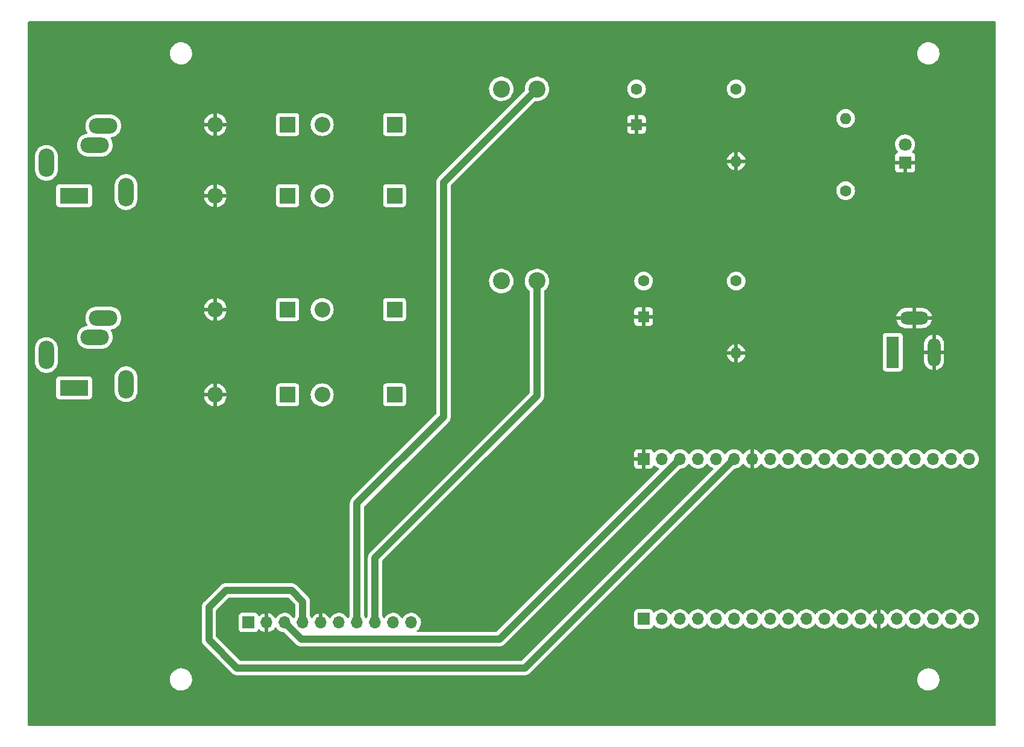
<source format=gbr>
%TF.GenerationSoftware,KiCad,Pcbnew,(6.0.8)*%
%TF.CreationDate,2023-03-14T15:32:15-04:00*%
%TF.ProjectId,MainPCB,4d61696e-5043-4422-9e6b-696361645f70,rev?*%
%TF.SameCoordinates,Original*%
%TF.FileFunction,Copper,L2,Bot*%
%TF.FilePolarity,Positive*%
%FSLAX46Y46*%
G04 Gerber Fmt 4.6, Leading zero omitted, Abs format (unit mm)*
G04 Created by KiCad (PCBNEW (6.0.8)) date 2023-03-14 15:32:15*
%MOMM*%
%LPD*%
G01*
G04 APERTURE LIST*
%TA.AperFunction,ComponentPad*%
%ADD10R,2.200000X2.200000*%
%TD*%
%TA.AperFunction,ComponentPad*%
%ADD11O,2.200000X2.200000*%
%TD*%
%TA.AperFunction,ComponentPad*%
%ADD12R,1.700000X1.700000*%
%TD*%
%TA.AperFunction,ComponentPad*%
%ADD13O,1.700000X1.700000*%
%TD*%
%TA.AperFunction,ComponentPad*%
%ADD14C,2.400000*%
%TD*%
%TA.AperFunction,ComponentPad*%
%ADD15O,4.000000X2.200000*%
%TD*%
%TA.AperFunction,ComponentPad*%
%ADD16O,2.200000X4.000000*%
%TD*%
%TA.AperFunction,ComponentPad*%
%ADD17R,4.000000X2.200000*%
%TD*%
%TA.AperFunction,ComponentPad*%
%ADD18R,1.800000X1.800000*%
%TD*%
%TA.AperFunction,ComponentPad*%
%ADD19C,1.800000*%
%TD*%
%TA.AperFunction,ComponentPad*%
%ADD20C,1.600000*%
%TD*%
%TA.AperFunction,ComponentPad*%
%ADD21R,1.600000X1.600000*%
%TD*%
%TA.AperFunction,ComponentPad*%
%ADD22R,1.800000X4.400000*%
%TD*%
%TA.AperFunction,ComponentPad*%
%ADD23O,1.800000X4.000000*%
%TD*%
%TA.AperFunction,ComponentPad*%
%ADD24O,4.000000X1.800000*%
%TD*%
%TA.AperFunction,ComponentPad*%
%ADD25O,1.600000X1.600000*%
%TD*%
%TA.AperFunction,Conductor*%
%ADD26C,1.000000*%
%TD*%
G04 APERTURE END LIST*
D10*
%TO.P,D7,1,K*%
%TO.N,Net-(D7-Pad1)*%
X100000000Y-116000000D03*
D11*
%TO.P,D7,2,A*%
%TO.N,GND*%
X89840000Y-116000000D03*
%TD*%
D12*
%TO.P,J8,1,Pin_1*%
%TO.N,VCC*%
X94500000Y-148000000D03*
D13*
%TO.P,J8,2,Pin_2*%
%TO.N,GND*%
X97040000Y-148000000D03*
%TO.P,J8,3,Pin_3*%
%TO.N,Net-(J5-Pad3)*%
X99580000Y-148000000D03*
%TO.P,J8,4,Pin_4*%
%TO.N,Net-(J5-Pad6)*%
X102120000Y-148000000D03*
%TO.P,J8,5,Pin_5*%
%TO.N,GND*%
X104660000Y-148000000D03*
%TO.P,J8,6,Pin_6*%
%TO.N,unconnected-(J8-Pad6)*%
X107200000Y-148000000D03*
%TO.P,J8,7,Pin_7*%
%TO.N,Net-(C1-Pad1)*%
X109740000Y-148000000D03*
%TO.P,J8,8,Pin_8*%
%TO.N,Net-(C2-Pad1)*%
X112280000Y-148000000D03*
%TO.P,J8,9,Pin_9*%
%TO.N,unconnected-(J8-Pad9)*%
X114820000Y-148000000D03*
%TO.P,J8,10,Pin_10*%
%TO.N,unconnected-(J8-Pad10)*%
X117360000Y-148000000D03*
%TD*%
D14*
%TO.P,L2,1,1*%
%TO.N,Net-(D6-Pad1)*%
X130000000Y-100000000D03*
%TO.P,L2,2,2*%
%TO.N,Net-(C2-Pad1)*%
X135000000Y-100000000D03*
%TD*%
D10*
%TO.P,D8,1,K*%
%TO.N,Net-(D6-Pad1)*%
X115000000Y-116000000D03*
D11*
%TO.P,D8,2,A*%
%TO.N,Net-(D7-Pad1)*%
X104840000Y-116000000D03*
%TD*%
D12*
%TO.P,J5,1,Pin_1*%
%TO.N,GND*%
X150000000Y-125000000D03*
D13*
%TO.P,J5,2,Pin_2*%
%TO.N,unconnected-(J5-Pad2)*%
X152540000Y-125000000D03*
%TO.P,J5,3,Pin_3*%
%TO.N,Net-(J5-Pad3)*%
X155080000Y-125000000D03*
%TO.P,J5,4,Pin_4*%
%TO.N,unconnected-(J5-Pad4)*%
X157620000Y-125000000D03*
%TO.P,J5,5,Pin_5*%
%TO.N,unconnected-(J5-Pad5)*%
X160160000Y-125000000D03*
%TO.P,J5,6,Pin_6*%
%TO.N,Net-(J5-Pad6)*%
X162700000Y-125000000D03*
%TO.P,J5,7,Pin_7*%
%TO.N,GND*%
X165240000Y-125000000D03*
%TO.P,J5,8,Pin_8*%
%TO.N,unconnected-(J5-Pad8)*%
X167780000Y-125000000D03*
%TO.P,J5,9,Pin_9*%
%TO.N,unconnected-(J5-Pad9)*%
X170320000Y-125000000D03*
%TO.P,J5,10,Pin_10*%
%TO.N,unconnected-(J5-Pad10)*%
X172860000Y-125000000D03*
%TO.P,J5,11,Pin_11*%
%TO.N,unconnected-(J5-Pad11)*%
X175400000Y-125000000D03*
%TO.P,J5,12,Pin_12*%
%TO.N,unconnected-(J5-Pad12)*%
X177940000Y-125000000D03*
%TO.P,J5,13,Pin_13*%
%TO.N,unconnected-(J5-Pad13)*%
X180480000Y-125000000D03*
%TO.P,J5,14,Pin_14*%
%TO.N,unconnected-(J5-Pad14)*%
X183020000Y-125000000D03*
%TO.P,J5,15,Pin_15*%
%TO.N,unconnected-(J5-Pad15)*%
X185560000Y-125000000D03*
%TO.P,J5,16,Pin_16*%
%TO.N,unconnected-(J5-Pad16)*%
X188100000Y-125000000D03*
%TO.P,J5,17,Pin_17*%
%TO.N,unconnected-(J5-Pad17)*%
X190640000Y-125000000D03*
%TO.P,J5,18,Pin_18*%
%TO.N,unconnected-(J5-Pad18)*%
X193180000Y-125000000D03*
%TO.P,J5,19,Pin_19*%
%TO.N,unconnected-(J5-Pad19)*%
X195720000Y-125000000D03*
%TD*%
D15*
%TO.P,J1,R*%
%TO.N,unconnected-(J1-PadR)*%
X74100000Y-78200000D03*
%TO.P,J1,RN*%
%TO.N,unconnected-(J1-PadRN)*%
X72900000Y-80900000D03*
D16*
%TO.P,J1,S*%
%TO.N,Net-(D1-Pad1)*%
X66100000Y-83400000D03*
D17*
%TO.P,J1,T*%
%TO.N,Net-(D3-Pad1)*%
X70000000Y-88000000D03*
D16*
%TO.P,J1,TN*%
%TO.N,unconnected-(J1-PadTN)*%
X77300000Y-87500000D03*
%TD*%
D18*
%TO.P,LED1,1,K*%
%TO.N,GND*%
X186725000Y-83350000D03*
D19*
%TO.P,LED1,2,A*%
%TO.N,Net-(LED1-Pad2)*%
X186725000Y-80810000D03*
%TD*%
D20*
%TO.P,C1,1*%
%TO.N,Net-(C1-Pad1)*%
X149000000Y-73000000D03*
D21*
%TO.P,C1,2*%
%TO.N,GND*%
X149000000Y-78000000D03*
%TD*%
D15*
%TO.P,J2,R*%
%TO.N,unconnected-(J2-PadR)*%
X74100000Y-105200000D03*
%TO.P,J2,RN*%
%TO.N,unconnected-(J2-PadRN)*%
X72900000Y-107900000D03*
D16*
%TO.P,J2,S*%
%TO.N,Net-(D5-Pad1)*%
X66100000Y-110400000D03*
D17*
%TO.P,J2,T*%
%TO.N,Net-(D7-Pad1)*%
X70000000Y-115000000D03*
D16*
%TO.P,J2,TN*%
%TO.N,unconnected-(J2-PadTN)*%
X77300000Y-114500000D03*
%TD*%
D20*
%TO.P,C2,1*%
%TO.N,Net-(C2-Pad1)*%
X150000000Y-100000000D03*
D21*
%TO.P,C2,2*%
%TO.N,GND*%
X150000000Y-105000000D03*
%TD*%
D22*
%TO.P,J3,1*%
%TO.N,VCC*%
X185000000Y-110000000D03*
D23*
%TO.P,J3,2*%
%TO.N,GND*%
X190800000Y-110000000D03*
D24*
%TO.P,J3,3*%
X188000000Y-105200000D03*
%TD*%
D10*
%TO.P,D5,1,K*%
%TO.N,Net-(D5-Pad1)*%
X100000000Y-104000000D03*
D11*
%TO.P,D5,2,A*%
%TO.N,GND*%
X89840000Y-104000000D03*
%TD*%
D12*
%TO.P,J4,1,Pin_1*%
%TO.N,unconnected-(J4-Pad1)*%
X150000000Y-147500000D03*
D13*
%TO.P,J4,2,Pin_2*%
%TO.N,unconnected-(J4-Pad2)*%
X152540000Y-147500000D03*
%TO.P,J4,3,Pin_3*%
%TO.N,unconnected-(J4-Pad3)*%
X155080000Y-147500000D03*
%TO.P,J4,4,Pin_4*%
%TO.N,unconnected-(J4-Pad4)*%
X157620000Y-147500000D03*
%TO.P,J4,5,Pin_5*%
%TO.N,unconnected-(J4-Pad5)*%
X160160000Y-147500000D03*
%TO.P,J4,6,Pin_6*%
%TO.N,unconnected-(J4-Pad6)*%
X162700000Y-147500000D03*
%TO.P,J4,7,Pin_7*%
%TO.N,unconnected-(J4-Pad7)*%
X165240000Y-147500000D03*
%TO.P,J4,8,Pin_8*%
%TO.N,unconnected-(J4-Pad8)*%
X167780000Y-147500000D03*
%TO.P,J4,9,Pin_9*%
%TO.N,unconnected-(J4-Pad9)*%
X170320000Y-147500000D03*
%TO.P,J4,10,Pin_10*%
%TO.N,unconnected-(J4-Pad10)*%
X172860000Y-147500000D03*
%TO.P,J4,11,Pin_11*%
%TO.N,unconnected-(J4-Pad11)*%
X175400000Y-147500000D03*
%TO.P,J4,12,Pin_12*%
%TO.N,unconnected-(J4-Pad12)*%
X177940000Y-147500000D03*
%TO.P,J4,13,Pin_13*%
%TO.N,unconnected-(J4-Pad13)*%
X180480000Y-147500000D03*
%TO.P,J4,14,Pin_14*%
%TO.N,GND*%
X183020000Y-147500000D03*
%TO.P,J4,15,Pin_15*%
%TO.N,unconnected-(J4-Pad15)*%
X185560000Y-147500000D03*
%TO.P,J4,16,Pin_16*%
%TO.N,unconnected-(J4-Pad16)*%
X188100000Y-147500000D03*
%TO.P,J4,17,Pin_17*%
%TO.N,unconnected-(J4-Pad17)*%
X190640000Y-147500000D03*
%TO.P,J4,18,Pin_18*%
%TO.N,unconnected-(J4-Pad18)*%
X193180000Y-147500000D03*
%TO.P,J4,19,Pin_19*%
%TO.N,VCC*%
X195720000Y-147500000D03*
%TD*%
D20*
%TO.P,R1,1*%
%TO.N,Net-(C1-Pad1)*%
X163000000Y-73000000D03*
D25*
%TO.P,R1,2*%
%TO.N,GND*%
X163000000Y-83160000D03*
%TD*%
D20*
%TO.P,R3,1*%
%TO.N,VCC*%
X178375000Y-87305000D03*
D25*
%TO.P,R3,2*%
%TO.N,Net-(LED1-Pad2)*%
X178375000Y-77145000D03*
%TD*%
D10*
%TO.P,D1,1,K*%
%TO.N,Net-(D1-Pad1)*%
X100000000Y-78000000D03*
D11*
%TO.P,D1,2,A*%
%TO.N,GND*%
X89840000Y-78000000D03*
%TD*%
D20*
%TO.P,R2,1*%
%TO.N,Net-(C2-Pad1)*%
X163000000Y-100000000D03*
D25*
%TO.P,R2,2*%
%TO.N,GND*%
X163000000Y-110160000D03*
%TD*%
D10*
%TO.P,D4,1,K*%
%TO.N,Net-(D2-Pad1)*%
X115000000Y-88000000D03*
D11*
%TO.P,D4,2,A*%
%TO.N,Net-(D3-Pad1)*%
X104840000Y-88000000D03*
%TD*%
D10*
%TO.P,D2,1,K*%
%TO.N,Net-(D2-Pad1)*%
X115000000Y-78000000D03*
D11*
%TO.P,D2,2,A*%
%TO.N,Net-(D1-Pad1)*%
X104840000Y-78000000D03*
%TD*%
D10*
%TO.P,D3,1,K*%
%TO.N,Net-(D3-Pad1)*%
X100000000Y-88000000D03*
D11*
%TO.P,D3,2,A*%
%TO.N,GND*%
X89840000Y-88000000D03*
%TD*%
D14*
%TO.P,L1,1,1*%
%TO.N,Net-(D2-Pad1)*%
X130000000Y-73000000D03*
%TO.P,L1,2,2*%
%TO.N,Net-(C1-Pad1)*%
X135000000Y-73000000D03*
%TD*%
D10*
%TO.P,D6,1,K*%
%TO.N,Net-(D6-Pad1)*%
X115000000Y-104000000D03*
D11*
%TO.P,D6,2,A*%
%TO.N,Net-(D5-Pad1)*%
X104840000Y-104000000D03*
%TD*%
D26*
%TO.N,Net-(C2-Pad1)*%
X135000000Y-116150000D02*
X135000000Y-100000000D01*
X112280000Y-138870000D02*
X135000000Y-116150000D01*
X112280000Y-148000000D02*
X112280000Y-138870000D01*
%TO.N,Net-(C1-Pad1)*%
X109740000Y-148000000D02*
X109740000Y-131235000D01*
X121875000Y-86125000D02*
X135000000Y-73000000D01*
X109740000Y-131235000D02*
X121875000Y-119100000D01*
X121875000Y-119100000D02*
X121875000Y-86125000D01*
%TO.N,Net-(J5-Pad3)*%
X101902103Y-150322103D02*
X129757897Y-150322103D01*
X99580000Y-148000000D02*
X101902103Y-150322103D01*
X129757897Y-150322103D02*
X155080000Y-125000000D01*
%TO.N,Net-(J5-Pad6)*%
X88925000Y-145850000D02*
X88925000Y-150425000D01*
X102120000Y-145070000D02*
X100525000Y-143475000D01*
X133325000Y-154375000D02*
X162700000Y-125000000D01*
X91300000Y-143475000D02*
X88925000Y-145850000D01*
X102120000Y-148000000D02*
X102120000Y-145070000D01*
X88925000Y-150425000D02*
X92875000Y-154375000D01*
X92875000Y-154375000D02*
X133325000Y-154375000D01*
X100525000Y-143475000D02*
X91300000Y-143475000D01*
%TD*%
%TA.AperFunction,Conductor*%
%TO.N,GND*%
G36*
X199433621Y-63528502D02*
G01*
X199480114Y-63582158D01*
X199491500Y-63634500D01*
X199491500Y-162365500D01*
X199471498Y-162433621D01*
X199417842Y-162480114D01*
X199365500Y-162491500D01*
X63634500Y-162491500D01*
X63566379Y-162471498D01*
X63519886Y-162417842D01*
X63508500Y-162365500D01*
X63508500Y-156054568D01*
X83437382Y-156054568D01*
X83466208Y-156303699D01*
X83467587Y-156308573D01*
X83467588Y-156308577D01*
X83506526Y-156446181D01*
X83534494Y-156545017D01*
X83536628Y-156549592D01*
X83536630Y-156549599D01*
X83638347Y-156767731D01*
X83640484Y-156772313D01*
X83643326Y-156776494D01*
X83643326Y-156776495D01*
X83778605Y-156975552D01*
X83778608Y-156975556D01*
X83781451Y-156979739D01*
X83784928Y-156983416D01*
X83784929Y-156983417D01*
X83885238Y-157089491D01*
X83953767Y-157161959D01*
X83957793Y-157165037D01*
X83957794Y-157165038D01*
X84148981Y-157311212D01*
X84148985Y-157311215D01*
X84153001Y-157314285D01*
X84374026Y-157432797D01*
X84378807Y-157434443D01*
X84378811Y-157434445D01*
X84604538Y-157512169D01*
X84611156Y-157514448D01*
X84714689Y-157532331D01*
X84854380Y-157556460D01*
X84854386Y-157556461D01*
X84858290Y-157557135D01*
X84862251Y-157557315D01*
X84862252Y-157557315D01*
X84886931Y-157558436D01*
X84886950Y-157558436D01*
X84888350Y-157558500D01*
X85063015Y-157558500D01*
X85065523Y-157558298D01*
X85065528Y-157558298D01*
X85244944Y-157543863D01*
X85244949Y-157543862D01*
X85249985Y-157543457D01*
X85254893Y-157542252D01*
X85254896Y-157542251D01*
X85488625Y-157484841D01*
X85493539Y-157483634D01*
X85498191Y-157481659D01*
X85498195Y-157481658D01*
X85719741Y-157387617D01*
X85719742Y-157387617D01*
X85724396Y-157385641D01*
X85936615Y-157252000D01*
X86124738Y-157086147D01*
X86283924Y-156892351D01*
X86410078Y-156675596D01*
X86499955Y-156441461D01*
X86551241Y-156195967D01*
X86557662Y-156054568D01*
X188437382Y-156054568D01*
X188466208Y-156303699D01*
X188467587Y-156308573D01*
X188467588Y-156308577D01*
X188506526Y-156446181D01*
X188534494Y-156545017D01*
X188536628Y-156549592D01*
X188536630Y-156549599D01*
X188638347Y-156767731D01*
X188640484Y-156772313D01*
X188643326Y-156776494D01*
X188643326Y-156776495D01*
X188778605Y-156975552D01*
X188778608Y-156975556D01*
X188781451Y-156979739D01*
X188784928Y-156983416D01*
X188784929Y-156983417D01*
X188885238Y-157089491D01*
X188953767Y-157161959D01*
X188957793Y-157165037D01*
X188957794Y-157165038D01*
X189148981Y-157311212D01*
X189148985Y-157311215D01*
X189153001Y-157314285D01*
X189374026Y-157432797D01*
X189378807Y-157434443D01*
X189378811Y-157434445D01*
X189604538Y-157512169D01*
X189611156Y-157514448D01*
X189714689Y-157532331D01*
X189854380Y-157556460D01*
X189854386Y-157556461D01*
X189858290Y-157557135D01*
X189862251Y-157557315D01*
X189862252Y-157557315D01*
X189886931Y-157558436D01*
X189886950Y-157558436D01*
X189888350Y-157558500D01*
X190063015Y-157558500D01*
X190065523Y-157558298D01*
X190065528Y-157558298D01*
X190244944Y-157543863D01*
X190244949Y-157543862D01*
X190249985Y-157543457D01*
X190254893Y-157542252D01*
X190254896Y-157542251D01*
X190488625Y-157484841D01*
X190493539Y-157483634D01*
X190498191Y-157481659D01*
X190498195Y-157481658D01*
X190719741Y-157387617D01*
X190719742Y-157387617D01*
X190724396Y-157385641D01*
X190936615Y-157252000D01*
X191124738Y-157086147D01*
X191283924Y-156892351D01*
X191410078Y-156675596D01*
X191499955Y-156441461D01*
X191551241Y-156195967D01*
X191562618Y-155945432D01*
X191533792Y-155696301D01*
X191494810Y-155558539D01*
X191466884Y-155459852D01*
X191466883Y-155459850D01*
X191465506Y-155454983D01*
X191463372Y-155450408D01*
X191463370Y-155450401D01*
X191361653Y-155232269D01*
X191361651Y-155232265D01*
X191359516Y-155227687D01*
X191352895Y-155217944D01*
X191221395Y-155024448D01*
X191221392Y-155024444D01*
X191218549Y-155020261D01*
X191117925Y-154913853D01*
X191049713Y-154841721D01*
X191046233Y-154838041D01*
X191042206Y-154834962D01*
X190851019Y-154688788D01*
X190851015Y-154688785D01*
X190846999Y-154685715D01*
X190625974Y-154567203D01*
X190621193Y-154565557D01*
X190621189Y-154565555D01*
X190393633Y-154487201D01*
X190388844Y-154485552D01*
X190285311Y-154467669D01*
X190145620Y-154443540D01*
X190145614Y-154443539D01*
X190141710Y-154442865D01*
X190137749Y-154442685D01*
X190137748Y-154442685D01*
X190113069Y-154441564D01*
X190113050Y-154441564D01*
X190111650Y-154441500D01*
X189936985Y-154441500D01*
X189934477Y-154441702D01*
X189934472Y-154441702D01*
X189755056Y-154456137D01*
X189755051Y-154456138D01*
X189750015Y-154456543D01*
X189745107Y-154457748D01*
X189745104Y-154457749D01*
X189513326Y-154514680D01*
X189506461Y-154516366D01*
X189501809Y-154518341D01*
X189501805Y-154518342D01*
X189381061Y-154569595D01*
X189275604Y-154614359D01*
X189063385Y-154748000D01*
X188875262Y-154913853D01*
X188716076Y-155107649D01*
X188589922Y-155324404D01*
X188588109Y-155329127D01*
X188588108Y-155329129D01*
X188565385Y-155388324D01*
X188500045Y-155558539D01*
X188448759Y-155804033D01*
X188437382Y-156054568D01*
X86557662Y-156054568D01*
X86562618Y-155945432D01*
X86533792Y-155696301D01*
X86494810Y-155558539D01*
X86466884Y-155459852D01*
X86466883Y-155459850D01*
X86465506Y-155454983D01*
X86463372Y-155450408D01*
X86463370Y-155450401D01*
X86361653Y-155232269D01*
X86361651Y-155232265D01*
X86359516Y-155227687D01*
X86352895Y-155217944D01*
X86221395Y-155024448D01*
X86221392Y-155024444D01*
X86218549Y-155020261D01*
X86117925Y-154913853D01*
X86049713Y-154841721D01*
X86046233Y-154838041D01*
X86042206Y-154834962D01*
X85851019Y-154688788D01*
X85851015Y-154688785D01*
X85846999Y-154685715D01*
X85625974Y-154567203D01*
X85621193Y-154565557D01*
X85621189Y-154565555D01*
X85393633Y-154487201D01*
X85388844Y-154485552D01*
X85285311Y-154467669D01*
X85145620Y-154443540D01*
X85145614Y-154443539D01*
X85141710Y-154442865D01*
X85137749Y-154442685D01*
X85137748Y-154442685D01*
X85113069Y-154441564D01*
X85113050Y-154441564D01*
X85111650Y-154441500D01*
X84936985Y-154441500D01*
X84934477Y-154441702D01*
X84934472Y-154441702D01*
X84755056Y-154456137D01*
X84755051Y-154456138D01*
X84750015Y-154456543D01*
X84745107Y-154457748D01*
X84745104Y-154457749D01*
X84513326Y-154514680D01*
X84506461Y-154516366D01*
X84501809Y-154518341D01*
X84501805Y-154518342D01*
X84381061Y-154569595D01*
X84275604Y-154614359D01*
X84063385Y-154748000D01*
X83875262Y-154913853D01*
X83716076Y-155107649D01*
X83589922Y-155324404D01*
X83588109Y-155329127D01*
X83588108Y-155329129D01*
X83565385Y-155388324D01*
X83500045Y-155558539D01*
X83448759Y-155804033D01*
X83437382Y-156054568D01*
X63508500Y-156054568D01*
X63508500Y-145846462D01*
X87911626Y-145846462D01*
X87912206Y-145852593D01*
X87915941Y-145892109D01*
X87916500Y-145903967D01*
X87916500Y-150363157D01*
X87915763Y-150376764D01*
X87911676Y-150414388D01*
X87912213Y-150420523D01*
X87916050Y-150464388D01*
X87916379Y-150469214D01*
X87916500Y-150471686D01*
X87916500Y-150474769D01*
X87916801Y-150477837D01*
X87920690Y-150517506D01*
X87920812Y-150518819D01*
X87928913Y-150611413D01*
X87930400Y-150616532D01*
X87930920Y-150621833D01*
X87957791Y-150710834D01*
X87958126Y-150711967D01*
X87984091Y-150801336D01*
X87986544Y-150806068D01*
X87988084Y-150811169D01*
X87990978Y-150816612D01*
X88031731Y-150893260D01*
X88032343Y-150894426D01*
X88075108Y-150976926D01*
X88078431Y-150981089D01*
X88080934Y-150985796D01*
X88139755Y-151057918D01*
X88140446Y-151058774D01*
X88171738Y-151097973D01*
X88174242Y-151100477D01*
X88174884Y-151101195D01*
X88178585Y-151105528D01*
X88205935Y-151139062D01*
X88210682Y-151142989D01*
X88210684Y-151142991D01*
X88241262Y-151168287D01*
X88250042Y-151176277D01*
X92118145Y-155044379D01*
X92127247Y-155054522D01*
X92150968Y-155084025D01*
X92155696Y-155087992D01*
X92189421Y-155116291D01*
X92193070Y-155119473D01*
X92194883Y-155121117D01*
X92197075Y-155123309D01*
X92230276Y-155150580D01*
X92231164Y-155151318D01*
X92266437Y-155180915D01*
X92297753Y-155207193D01*
X92297756Y-155207195D01*
X92302474Y-155211154D01*
X92307147Y-155213723D01*
X92311262Y-155217103D01*
X92316691Y-155220014D01*
X92316694Y-155220016D01*
X92393180Y-155261028D01*
X92394338Y-155261657D01*
X92470388Y-155303465D01*
X92475787Y-155306433D01*
X92480865Y-155308044D01*
X92485563Y-155310563D01*
X92574498Y-155337753D01*
X92575702Y-155338128D01*
X92664306Y-155366235D01*
X92669597Y-155366828D01*
X92674698Y-155368388D01*
X92767311Y-155377795D01*
X92768431Y-155377915D01*
X92818227Y-155383500D01*
X92821756Y-155383500D01*
X92822739Y-155383555D01*
X92828426Y-155384003D01*
X92848683Y-155386060D01*
X92865336Y-155387752D01*
X92865339Y-155387752D01*
X92871463Y-155388374D01*
X92917112Y-155384059D01*
X92928969Y-155383500D01*
X133263157Y-155383500D01*
X133276764Y-155384237D01*
X133308262Y-155387659D01*
X133308267Y-155387659D01*
X133314388Y-155388324D01*
X133340638Y-155386027D01*
X133364388Y-155383950D01*
X133369214Y-155383621D01*
X133371686Y-155383500D01*
X133374769Y-155383500D01*
X133386738Y-155382326D01*
X133417506Y-155379310D01*
X133418819Y-155379188D01*
X133463084Y-155375315D01*
X133511413Y-155371087D01*
X133516532Y-155369600D01*
X133521833Y-155369080D01*
X133610834Y-155342209D01*
X133611967Y-155341874D01*
X133695414Y-155317630D01*
X133695418Y-155317628D01*
X133701336Y-155315909D01*
X133706068Y-155313456D01*
X133711169Y-155311916D01*
X133723360Y-155305434D01*
X133793260Y-155268269D01*
X133794426Y-155267657D01*
X133871453Y-155227729D01*
X133876926Y-155224892D01*
X133881089Y-155221569D01*
X133885796Y-155219066D01*
X133891997Y-155214009D01*
X133900354Y-155207193D01*
X133957918Y-155160245D01*
X133958774Y-155159554D01*
X133997973Y-155128262D01*
X134000477Y-155125758D01*
X134001195Y-155125116D01*
X134005528Y-155121415D01*
X134039062Y-155094065D01*
X134068288Y-155058737D01*
X134076277Y-155049958D01*
X140728101Y-148398134D01*
X148641500Y-148398134D01*
X148648255Y-148460316D01*
X148699385Y-148596705D01*
X148786739Y-148713261D01*
X148903295Y-148800615D01*
X149039684Y-148851745D01*
X149101866Y-148858500D01*
X150898134Y-148858500D01*
X150960316Y-148851745D01*
X151096705Y-148800615D01*
X151213261Y-148713261D01*
X151300615Y-148596705D01*
X151322799Y-148537529D01*
X151344598Y-148479382D01*
X151387240Y-148422618D01*
X151453802Y-148397918D01*
X151523150Y-148413126D01*
X151557817Y-148441114D01*
X151586250Y-148473938D01*
X151758126Y-148616632D01*
X151951000Y-148729338D01*
X152159692Y-148809030D01*
X152164760Y-148810061D01*
X152164763Y-148810062D01*
X152259862Y-148829410D01*
X152378597Y-148853567D01*
X152383772Y-148853757D01*
X152383774Y-148853757D01*
X152596673Y-148861564D01*
X152596677Y-148861564D01*
X152601837Y-148861753D01*
X152606957Y-148861097D01*
X152606959Y-148861097D01*
X152818288Y-148834025D01*
X152818289Y-148834025D01*
X152823416Y-148833368D01*
X152828366Y-148831883D01*
X153032429Y-148770661D01*
X153032434Y-148770659D01*
X153037384Y-148769174D01*
X153237994Y-148670896D01*
X153419860Y-148541173D01*
X153578096Y-148383489D01*
X153708453Y-148202077D01*
X153709776Y-148203028D01*
X153756645Y-148159857D01*
X153826580Y-148147625D01*
X153892026Y-148175144D01*
X153919875Y-148206994D01*
X153979987Y-148305088D01*
X154126250Y-148473938D01*
X154298126Y-148616632D01*
X154491000Y-148729338D01*
X154699692Y-148809030D01*
X154704760Y-148810061D01*
X154704763Y-148810062D01*
X154799862Y-148829410D01*
X154918597Y-148853567D01*
X154923772Y-148853757D01*
X154923774Y-148853757D01*
X155136673Y-148861564D01*
X155136677Y-148861564D01*
X155141837Y-148861753D01*
X155146957Y-148861097D01*
X155146959Y-148861097D01*
X155358288Y-148834025D01*
X155358289Y-148834025D01*
X155363416Y-148833368D01*
X155368366Y-148831883D01*
X155572429Y-148770661D01*
X155572434Y-148770659D01*
X155577384Y-148769174D01*
X155777994Y-148670896D01*
X155959860Y-148541173D01*
X156118096Y-148383489D01*
X156248453Y-148202077D01*
X156249776Y-148203028D01*
X156296645Y-148159857D01*
X156366580Y-148147625D01*
X156432026Y-148175144D01*
X156459875Y-148206994D01*
X156519987Y-148305088D01*
X156666250Y-148473938D01*
X156838126Y-148616632D01*
X157031000Y-148729338D01*
X157239692Y-148809030D01*
X157244760Y-148810061D01*
X157244763Y-148810062D01*
X157339862Y-148829410D01*
X157458597Y-148853567D01*
X157463772Y-148853757D01*
X157463774Y-148853757D01*
X157676673Y-148861564D01*
X157676677Y-148861564D01*
X157681837Y-148861753D01*
X157686957Y-148861097D01*
X157686959Y-148861097D01*
X157898288Y-148834025D01*
X157898289Y-148834025D01*
X157903416Y-148833368D01*
X157908366Y-148831883D01*
X158112429Y-148770661D01*
X158112434Y-148770659D01*
X158117384Y-148769174D01*
X158317994Y-148670896D01*
X158499860Y-148541173D01*
X158658096Y-148383489D01*
X158788453Y-148202077D01*
X158789776Y-148203028D01*
X158836645Y-148159857D01*
X158906580Y-148147625D01*
X158972026Y-148175144D01*
X158999875Y-148206994D01*
X159059987Y-148305088D01*
X159206250Y-148473938D01*
X159378126Y-148616632D01*
X159571000Y-148729338D01*
X159779692Y-148809030D01*
X159784760Y-148810061D01*
X159784763Y-148810062D01*
X159879862Y-148829410D01*
X159998597Y-148853567D01*
X160003772Y-148853757D01*
X160003774Y-148853757D01*
X160216673Y-148861564D01*
X160216677Y-148861564D01*
X160221837Y-148861753D01*
X160226957Y-148861097D01*
X160226959Y-148861097D01*
X160438288Y-148834025D01*
X160438289Y-148834025D01*
X160443416Y-148833368D01*
X160448366Y-148831883D01*
X160652429Y-148770661D01*
X160652434Y-148770659D01*
X160657384Y-148769174D01*
X160857994Y-148670896D01*
X161039860Y-148541173D01*
X161198096Y-148383489D01*
X161328453Y-148202077D01*
X161329776Y-148203028D01*
X161376645Y-148159857D01*
X161446580Y-148147625D01*
X161512026Y-148175144D01*
X161539875Y-148206994D01*
X161599987Y-148305088D01*
X161746250Y-148473938D01*
X161918126Y-148616632D01*
X162111000Y-148729338D01*
X162319692Y-148809030D01*
X162324760Y-148810061D01*
X162324763Y-148810062D01*
X162419862Y-148829410D01*
X162538597Y-148853567D01*
X162543772Y-148853757D01*
X162543774Y-148853757D01*
X162756673Y-148861564D01*
X162756677Y-148861564D01*
X162761837Y-148861753D01*
X162766957Y-148861097D01*
X162766959Y-148861097D01*
X162978288Y-148834025D01*
X162978289Y-148834025D01*
X162983416Y-148833368D01*
X162988366Y-148831883D01*
X163192429Y-148770661D01*
X163192434Y-148770659D01*
X163197384Y-148769174D01*
X163397994Y-148670896D01*
X163579860Y-148541173D01*
X163738096Y-148383489D01*
X163868453Y-148202077D01*
X163869776Y-148203028D01*
X163916645Y-148159857D01*
X163986580Y-148147625D01*
X164052026Y-148175144D01*
X164079875Y-148206994D01*
X164139987Y-148305088D01*
X164286250Y-148473938D01*
X164458126Y-148616632D01*
X164651000Y-148729338D01*
X164859692Y-148809030D01*
X164864760Y-148810061D01*
X164864763Y-148810062D01*
X164959862Y-148829410D01*
X165078597Y-148853567D01*
X165083772Y-148853757D01*
X165083774Y-148853757D01*
X165296673Y-148861564D01*
X165296677Y-148861564D01*
X165301837Y-148861753D01*
X165306957Y-148861097D01*
X165306959Y-148861097D01*
X165518288Y-148834025D01*
X165518289Y-148834025D01*
X165523416Y-148833368D01*
X165528366Y-148831883D01*
X165732429Y-148770661D01*
X165732434Y-148770659D01*
X165737384Y-148769174D01*
X165937994Y-148670896D01*
X166119860Y-148541173D01*
X166278096Y-148383489D01*
X166408453Y-148202077D01*
X166409776Y-148203028D01*
X166456645Y-148159857D01*
X166526580Y-148147625D01*
X166592026Y-148175144D01*
X166619875Y-148206994D01*
X166679987Y-148305088D01*
X166826250Y-148473938D01*
X166998126Y-148616632D01*
X167191000Y-148729338D01*
X167399692Y-148809030D01*
X167404760Y-148810061D01*
X167404763Y-148810062D01*
X167499862Y-148829410D01*
X167618597Y-148853567D01*
X167623772Y-148853757D01*
X167623774Y-148853757D01*
X167836673Y-148861564D01*
X167836677Y-148861564D01*
X167841837Y-148861753D01*
X167846957Y-148861097D01*
X167846959Y-148861097D01*
X168058288Y-148834025D01*
X168058289Y-148834025D01*
X168063416Y-148833368D01*
X168068366Y-148831883D01*
X168272429Y-148770661D01*
X168272434Y-148770659D01*
X168277384Y-148769174D01*
X168477994Y-148670896D01*
X168659860Y-148541173D01*
X168818096Y-148383489D01*
X168948453Y-148202077D01*
X168949776Y-148203028D01*
X168996645Y-148159857D01*
X169066580Y-148147625D01*
X169132026Y-148175144D01*
X169159875Y-148206994D01*
X169219987Y-148305088D01*
X169366250Y-148473938D01*
X169538126Y-148616632D01*
X169731000Y-148729338D01*
X169939692Y-148809030D01*
X169944760Y-148810061D01*
X169944763Y-148810062D01*
X170039862Y-148829410D01*
X170158597Y-148853567D01*
X170163772Y-148853757D01*
X170163774Y-148853757D01*
X170376673Y-148861564D01*
X170376677Y-148861564D01*
X170381837Y-148861753D01*
X170386957Y-148861097D01*
X170386959Y-148861097D01*
X170598288Y-148834025D01*
X170598289Y-148834025D01*
X170603416Y-148833368D01*
X170608366Y-148831883D01*
X170812429Y-148770661D01*
X170812434Y-148770659D01*
X170817384Y-148769174D01*
X171017994Y-148670896D01*
X171199860Y-148541173D01*
X171358096Y-148383489D01*
X171488453Y-148202077D01*
X171489776Y-148203028D01*
X171536645Y-148159857D01*
X171606580Y-148147625D01*
X171672026Y-148175144D01*
X171699875Y-148206994D01*
X171759987Y-148305088D01*
X171906250Y-148473938D01*
X172078126Y-148616632D01*
X172271000Y-148729338D01*
X172479692Y-148809030D01*
X172484760Y-148810061D01*
X172484763Y-148810062D01*
X172579862Y-148829410D01*
X172698597Y-148853567D01*
X172703772Y-148853757D01*
X172703774Y-148853757D01*
X172916673Y-148861564D01*
X172916677Y-148861564D01*
X172921837Y-148861753D01*
X172926957Y-148861097D01*
X172926959Y-148861097D01*
X173138288Y-148834025D01*
X173138289Y-148834025D01*
X173143416Y-148833368D01*
X173148366Y-148831883D01*
X173352429Y-148770661D01*
X173352434Y-148770659D01*
X173357384Y-148769174D01*
X173557994Y-148670896D01*
X173739860Y-148541173D01*
X173898096Y-148383489D01*
X174028453Y-148202077D01*
X174029776Y-148203028D01*
X174076645Y-148159857D01*
X174146580Y-148147625D01*
X174212026Y-148175144D01*
X174239875Y-148206994D01*
X174299987Y-148305088D01*
X174446250Y-148473938D01*
X174618126Y-148616632D01*
X174811000Y-148729338D01*
X175019692Y-148809030D01*
X175024760Y-148810061D01*
X175024763Y-148810062D01*
X175119862Y-148829410D01*
X175238597Y-148853567D01*
X175243772Y-148853757D01*
X175243774Y-148853757D01*
X175456673Y-148861564D01*
X175456677Y-148861564D01*
X175461837Y-148861753D01*
X175466957Y-148861097D01*
X175466959Y-148861097D01*
X175678288Y-148834025D01*
X175678289Y-148834025D01*
X175683416Y-148833368D01*
X175688366Y-148831883D01*
X175892429Y-148770661D01*
X175892434Y-148770659D01*
X175897384Y-148769174D01*
X176097994Y-148670896D01*
X176279860Y-148541173D01*
X176438096Y-148383489D01*
X176568453Y-148202077D01*
X176569776Y-148203028D01*
X176616645Y-148159857D01*
X176686580Y-148147625D01*
X176752026Y-148175144D01*
X176779875Y-148206994D01*
X176839987Y-148305088D01*
X176986250Y-148473938D01*
X177158126Y-148616632D01*
X177351000Y-148729338D01*
X177559692Y-148809030D01*
X177564760Y-148810061D01*
X177564763Y-148810062D01*
X177659862Y-148829410D01*
X177778597Y-148853567D01*
X177783772Y-148853757D01*
X177783774Y-148853757D01*
X177996673Y-148861564D01*
X177996677Y-148861564D01*
X178001837Y-148861753D01*
X178006957Y-148861097D01*
X178006959Y-148861097D01*
X178218288Y-148834025D01*
X178218289Y-148834025D01*
X178223416Y-148833368D01*
X178228366Y-148831883D01*
X178432429Y-148770661D01*
X178432434Y-148770659D01*
X178437384Y-148769174D01*
X178637994Y-148670896D01*
X178819860Y-148541173D01*
X178978096Y-148383489D01*
X179108453Y-148202077D01*
X179109776Y-148203028D01*
X179156645Y-148159857D01*
X179226580Y-148147625D01*
X179292026Y-148175144D01*
X179319875Y-148206994D01*
X179379987Y-148305088D01*
X179526250Y-148473938D01*
X179698126Y-148616632D01*
X179891000Y-148729338D01*
X180099692Y-148809030D01*
X180104760Y-148810061D01*
X180104763Y-148810062D01*
X180199862Y-148829410D01*
X180318597Y-148853567D01*
X180323772Y-148853757D01*
X180323774Y-148853757D01*
X180536673Y-148861564D01*
X180536677Y-148861564D01*
X180541837Y-148861753D01*
X180546957Y-148861097D01*
X180546959Y-148861097D01*
X180758288Y-148834025D01*
X180758289Y-148834025D01*
X180763416Y-148833368D01*
X180768366Y-148831883D01*
X180972429Y-148770661D01*
X180972434Y-148770659D01*
X180977384Y-148769174D01*
X181177994Y-148670896D01*
X181359860Y-148541173D01*
X181518096Y-148383489D01*
X181648453Y-148202077D01*
X181649640Y-148202930D01*
X181696960Y-148159362D01*
X181766897Y-148147145D01*
X181832338Y-148174678D01*
X181860166Y-148206511D01*
X181917694Y-148300388D01*
X181923777Y-148308699D01*
X182063213Y-148469667D01*
X182070580Y-148476883D01*
X182234434Y-148612916D01*
X182242881Y-148618831D01*
X182426756Y-148726279D01*
X182436042Y-148730729D01*
X182635001Y-148806703D01*
X182644899Y-148809579D01*
X182748250Y-148830606D01*
X182762299Y-148829410D01*
X182766000Y-148819065D01*
X182766000Y-148818517D01*
X183274000Y-148818517D01*
X183278064Y-148832359D01*
X183291478Y-148834393D01*
X183298184Y-148833534D01*
X183308262Y-148831392D01*
X183512255Y-148770191D01*
X183521842Y-148766433D01*
X183713095Y-148672739D01*
X183721945Y-148667464D01*
X183895328Y-148543792D01*
X183903200Y-148537139D01*
X184054052Y-148386812D01*
X184060730Y-148378965D01*
X184188022Y-148201819D01*
X184189279Y-148202722D01*
X184236373Y-148159362D01*
X184306311Y-148147145D01*
X184371751Y-148174678D01*
X184399579Y-148206511D01*
X184459987Y-148305088D01*
X184606250Y-148473938D01*
X184778126Y-148616632D01*
X184971000Y-148729338D01*
X185179692Y-148809030D01*
X185184760Y-148810061D01*
X185184763Y-148810062D01*
X185279862Y-148829410D01*
X185398597Y-148853567D01*
X185403772Y-148853757D01*
X185403774Y-148853757D01*
X185616673Y-148861564D01*
X185616677Y-148861564D01*
X185621837Y-148861753D01*
X185626957Y-148861097D01*
X185626959Y-148861097D01*
X185838288Y-148834025D01*
X185838289Y-148834025D01*
X185843416Y-148833368D01*
X185848366Y-148831883D01*
X186052429Y-148770661D01*
X186052434Y-148770659D01*
X186057384Y-148769174D01*
X186257994Y-148670896D01*
X186439860Y-148541173D01*
X186598096Y-148383489D01*
X186728453Y-148202077D01*
X186729776Y-148203028D01*
X186776645Y-148159857D01*
X186846580Y-148147625D01*
X186912026Y-148175144D01*
X186939875Y-148206994D01*
X186999987Y-148305088D01*
X187146250Y-148473938D01*
X187318126Y-148616632D01*
X187511000Y-148729338D01*
X187719692Y-148809030D01*
X187724760Y-148810061D01*
X187724763Y-148810062D01*
X187819862Y-148829410D01*
X187938597Y-148853567D01*
X187943772Y-148853757D01*
X187943774Y-148853757D01*
X188156673Y-148861564D01*
X188156677Y-148861564D01*
X188161837Y-148861753D01*
X188166957Y-148861097D01*
X188166959Y-148861097D01*
X188378288Y-148834025D01*
X188378289Y-148834025D01*
X188383416Y-148833368D01*
X188388366Y-148831883D01*
X188592429Y-148770661D01*
X188592434Y-148770659D01*
X188597384Y-148769174D01*
X188797994Y-148670896D01*
X188979860Y-148541173D01*
X189138096Y-148383489D01*
X189268453Y-148202077D01*
X189269776Y-148203028D01*
X189316645Y-148159857D01*
X189386580Y-148147625D01*
X189452026Y-148175144D01*
X189479875Y-148206994D01*
X189539987Y-148305088D01*
X189686250Y-148473938D01*
X189858126Y-148616632D01*
X190051000Y-148729338D01*
X190259692Y-148809030D01*
X190264760Y-148810061D01*
X190264763Y-148810062D01*
X190359862Y-148829410D01*
X190478597Y-148853567D01*
X190483772Y-148853757D01*
X190483774Y-148853757D01*
X190696673Y-148861564D01*
X190696677Y-148861564D01*
X190701837Y-148861753D01*
X190706957Y-148861097D01*
X190706959Y-148861097D01*
X190918288Y-148834025D01*
X190918289Y-148834025D01*
X190923416Y-148833368D01*
X190928366Y-148831883D01*
X191132429Y-148770661D01*
X191132434Y-148770659D01*
X191137384Y-148769174D01*
X191337994Y-148670896D01*
X191519860Y-148541173D01*
X191678096Y-148383489D01*
X191808453Y-148202077D01*
X191809776Y-148203028D01*
X191856645Y-148159857D01*
X191926580Y-148147625D01*
X191992026Y-148175144D01*
X192019875Y-148206994D01*
X192079987Y-148305088D01*
X192226250Y-148473938D01*
X192398126Y-148616632D01*
X192591000Y-148729338D01*
X192799692Y-148809030D01*
X192804760Y-148810061D01*
X192804763Y-148810062D01*
X192899862Y-148829410D01*
X193018597Y-148853567D01*
X193023772Y-148853757D01*
X193023774Y-148853757D01*
X193236673Y-148861564D01*
X193236677Y-148861564D01*
X193241837Y-148861753D01*
X193246957Y-148861097D01*
X193246959Y-148861097D01*
X193458288Y-148834025D01*
X193458289Y-148834025D01*
X193463416Y-148833368D01*
X193468366Y-148831883D01*
X193672429Y-148770661D01*
X193672434Y-148770659D01*
X193677384Y-148769174D01*
X193877994Y-148670896D01*
X194059860Y-148541173D01*
X194218096Y-148383489D01*
X194348453Y-148202077D01*
X194349776Y-148203028D01*
X194396645Y-148159857D01*
X194466580Y-148147625D01*
X194532026Y-148175144D01*
X194559875Y-148206994D01*
X194619987Y-148305088D01*
X194766250Y-148473938D01*
X194938126Y-148616632D01*
X195131000Y-148729338D01*
X195339692Y-148809030D01*
X195344760Y-148810061D01*
X195344763Y-148810062D01*
X195439862Y-148829410D01*
X195558597Y-148853567D01*
X195563772Y-148853757D01*
X195563774Y-148853757D01*
X195776673Y-148861564D01*
X195776677Y-148861564D01*
X195781837Y-148861753D01*
X195786957Y-148861097D01*
X195786959Y-148861097D01*
X195998288Y-148834025D01*
X195998289Y-148834025D01*
X196003416Y-148833368D01*
X196008366Y-148831883D01*
X196212429Y-148770661D01*
X196212434Y-148770659D01*
X196217384Y-148769174D01*
X196417994Y-148670896D01*
X196599860Y-148541173D01*
X196758096Y-148383489D01*
X196888453Y-148202077D01*
X196901995Y-148174678D01*
X196985136Y-148006453D01*
X196985137Y-148006451D01*
X196987430Y-148001811D01*
X197052370Y-147788069D01*
X197081529Y-147566590D01*
X197082440Y-147529305D01*
X197083074Y-147503365D01*
X197083074Y-147503361D01*
X197083156Y-147500000D01*
X197064852Y-147277361D01*
X197010431Y-147060702D01*
X196921354Y-146855840D01*
X196856061Y-146754912D01*
X196802822Y-146672617D01*
X196802820Y-146672614D01*
X196800014Y-146668277D01*
X196649670Y-146503051D01*
X196645619Y-146499852D01*
X196645615Y-146499848D01*
X196478414Y-146367800D01*
X196478410Y-146367798D01*
X196474359Y-146364598D01*
X196438028Y-146344542D01*
X196422136Y-146335769D01*
X196278789Y-146256638D01*
X196273920Y-146254914D01*
X196273916Y-146254912D01*
X196073087Y-146183795D01*
X196073083Y-146183794D01*
X196068212Y-146182069D01*
X196063119Y-146181162D01*
X196063116Y-146181161D01*
X195853373Y-146143800D01*
X195853367Y-146143799D01*
X195848284Y-146142894D01*
X195774452Y-146141992D01*
X195630081Y-146140228D01*
X195630079Y-146140228D01*
X195624911Y-146140165D01*
X195404091Y-146173955D01*
X195191756Y-146243357D01*
X194993607Y-146346507D01*
X194989474Y-146349610D01*
X194989471Y-146349612D01*
X194819100Y-146477530D01*
X194814965Y-146480635D01*
X194811393Y-146484373D01*
X194703729Y-146597037D01*
X194660629Y-146642138D01*
X194553201Y-146799621D01*
X194498293Y-146844621D01*
X194427768Y-146852792D01*
X194364021Y-146821538D01*
X194343324Y-146797054D01*
X194262822Y-146672617D01*
X194262820Y-146672614D01*
X194260014Y-146668277D01*
X194109670Y-146503051D01*
X194105619Y-146499852D01*
X194105615Y-146499848D01*
X193938414Y-146367800D01*
X193938410Y-146367798D01*
X193934359Y-146364598D01*
X193898028Y-146344542D01*
X193882136Y-146335769D01*
X193738789Y-146256638D01*
X193733920Y-146254914D01*
X193733916Y-146254912D01*
X193533087Y-146183795D01*
X193533083Y-146183794D01*
X193528212Y-146182069D01*
X193523119Y-146181162D01*
X193523116Y-146181161D01*
X193313373Y-146143800D01*
X193313367Y-146143799D01*
X193308284Y-146142894D01*
X193234452Y-146141992D01*
X193090081Y-146140228D01*
X193090079Y-146140228D01*
X193084911Y-146140165D01*
X192864091Y-146173955D01*
X192651756Y-146243357D01*
X192453607Y-146346507D01*
X192449474Y-146349610D01*
X192449471Y-146349612D01*
X192279100Y-146477530D01*
X192274965Y-146480635D01*
X192271393Y-146484373D01*
X192163729Y-146597037D01*
X192120629Y-146642138D01*
X192013201Y-146799621D01*
X191958293Y-146844621D01*
X191887768Y-146852792D01*
X191824021Y-146821538D01*
X191803324Y-146797054D01*
X191722822Y-146672617D01*
X191722820Y-146672614D01*
X191720014Y-146668277D01*
X191569670Y-146503051D01*
X191565619Y-146499852D01*
X191565615Y-146499848D01*
X191398414Y-146367800D01*
X191398410Y-146367798D01*
X191394359Y-146364598D01*
X191358028Y-146344542D01*
X191342136Y-146335769D01*
X191198789Y-146256638D01*
X191193920Y-146254914D01*
X191193916Y-146254912D01*
X190993087Y-146183795D01*
X190993083Y-146183794D01*
X190988212Y-146182069D01*
X190983119Y-146181162D01*
X190983116Y-146181161D01*
X190773373Y-146143800D01*
X190773367Y-146143799D01*
X190768284Y-146142894D01*
X190694452Y-146141992D01*
X190550081Y-146140228D01*
X190550079Y-146140228D01*
X190544911Y-146140165D01*
X190324091Y-146173955D01*
X190111756Y-146243357D01*
X189913607Y-146346507D01*
X189909474Y-146349610D01*
X189909471Y-146349612D01*
X189739100Y-146477530D01*
X189734965Y-146480635D01*
X189731393Y-146484373D01*
X189623729Y-146597037D01*
X189580629Y-146642138D01*
X189473201Y-146799621D01*
X189418293Y-146844621D01*
X189347768Y-146852792D01*
X189284021Y-146821538D01*
X189263324Y-146797054D01*
X189182822Y-146672617D01*
X189182820Y-146672614D01*
X189180014Y-146668277D01*
X189029670Y-146503051D01*
X189025619Y-146499852D01*
X189025615Y-146499848D01*
X188858414Y-146367800D01*
X188858410Y-146367798D01*
X188854359Y-146364598D01*
X188818028Y-146344542D01*
X188802136Y-146335769D01*
X188658789Y-146256638D01*
X188653920Y-146254914D01*
X188653916Y-146254912D01*
X188453087Y-146183795D01*
X188453083Y-146183794D01*
X188448212Y-146182069D01*
X188443119Y-146181162D01*
X188443116Y-146181161D01*
X188233373Y-146143800D01*
X188233367Y-146143799D01*
X188228284Y-146142894D01*
X188154452Y-146141992D01*
X188010081Y-146140228D01*
X188010079Y-146140228D01*
X188004911Y-146140165D01*
X187784091Y-146173955D01*
X187571756Y-146243357D01*
X187373607Y-146346507D01*
X187369474Y-146349610D01*
X187369471Y-146349612D01*
X187199100Y-146477530D01*
X187194965Y-146480635D01*
X187191393Y-146484373D01*
X187083729Y-146597037D01*
X187040629Y-146642138D01*
X186933201Y-146799621D01*
X186878293Y-146844621D01*
X186807768Y-146852792D01*
X186744021Y-146821538D01*
X186723324Y-146797054D01*
X186642822Y-146672617D01*
X186642820Y-146672614D01*
X186640014Y-146668277D01*
X186489670Y-146503051D01*
X186485619Y-146499852D01*
X186485615Y-146499848D01*
X186318414Y-146367800D01*
X186318410Y-146367798D01*
X186314359Y-146364598D01*
X186278028Y-146344542D01*
X186262136Y-146335769D01*
X186118789Y-146256638D01*
X186113920Y-146254914D01*
X186113916Y-146254912D01*
X185913087Y-146183795D01*
X185913083Y-146183794D01*
X185908212Y-146182069D01*
X185903119Y-146181162D01*
X185903116Y-146181161D01*
X185693373Y-146143800D01*
X185693367Y-146143799D01*
X185688284Y-146142894D01*
X185614452Y-146141992D01*
X185470081Y-146140228D01*
X185470079Y-146140228D01*
X185464911Y-146140165D01*
X185244091Y-146173955D01*
X185031756Y-146243357D01*
X184833607Y-146346507D01*
X184829474Y-146349610D01*
X184829471Y-146349612D01*
X184659100Y-146477530D01*
X184654965Y-146480635D01*
X184651393Y-146484373D01*
X184543729Y-146597037D01*
X184500629Y-146642138D01*
X184497720Y-146646403D01*
X184497714Y-146646411D01*
X184471882Y-146684280D01*
X184393204Y-146799618D01*
X184392898Y-146800066D01*
X184337987Y-146845069D01*
X184267462Y-146853240D01*
X184203715Y-146821986D01*
X184183018Y-146797502D01*
X184102426Y-146672926D01*
X184096136Y-146664757D01*
X183952806Y-146507240D01*
X183945273Y-146500215D01*
X183778139Y-146368222D01*
X183769552Y-146362517D01*
X183583117Y-146259599D01*
X183573705Y-146255369D01*
X183372959Y-146184280D01*
X183362988Y-146181646D01*
X183291837Y-146168972D01*
X183278540Y-146170432D01*
X183274000Y-146184989D01*
X183274000Y-148818517D01*
X182766000Y-148818517D01*
X182766000Y-146183102D01*
X182762082Y-146169758D01*
X182747806Y-146167771D01*
X182709324Y-146173660D01*
X182699288Y-146176051D01*
X182496868Y-146242212D01*
X182487359Y-146246209D01*
X182298463Y-146344542D01*
X182289738Y-146350036D01*
X182119433Y-146477905D01*
X182111726Y-146484748D01*
X181964590Y-146638717D01*
X181958109Y-146646722D01*
X181853498Y-146800074D01*
X181798587Y-146845076D01*
X181728062Y-146853247D01*
X181664315Y-146821993D01*
X181643618Y-146797509D01*
X181562822Y-146672617D01*
X181562820Y-146672614D01*
X181560014Y-146668277D01*
X181409670Y-146503051D01*
X181405619Y-146499852D01*
X181405615Y-146499848D01*
X181238414Y-146367800D01*
X181238410Y-146367798D01*
X181234359Y-146364598D01*
X181198028Y-146344542D01*
X181182136Y-146335769D01*
X181038789Y-146256638D01*
X181033920Y-146254914D01*
X181033916Y-146254912D01*
X180833087Y-146183795D01*
X180833083Y-146183794D01*
X180828212Y-146182069D01*
X180823119Y-146181162D01*
X180823116Y-146181161D01*
X180613373Y-146143800D01*
X180613367Y-146143799D01*
X180608284Y-146142894D01*
X180534452Y-146141992D01*
X180390081Y-146140228D01*
X180390079Y-146140228D01*
X180384911Y-146140165D01*
X180164091Y-146173955D01*
X179951756Y-146243357D01*
X179753607Y-146346507D01*
X179749474Y-146349610D01*
X179749471Y-146349612D01*
X179579100Y-146477530D01*
X179574965Y-146480635D01*
X179571393Y-146484373D01*
X179463729Y-146597037D01*
X179420629Y-146642138D01*
X179313201Y-146799621D01*
X179258293Y-146844621D01*
X179187768Y-146852792D01*
X179124021Y-146821538D01*
X179103324Y-146797054D01*
X179022822Y-146672617D01*
X179022820Y-146672614D01*
X179020014Y-146668277D01*
X178869670Y-146503051D01*
X178865619Y-146499852D01*
X178865615Y-146499848D01*
X178698414Y-146367800D01*
X178698410Y-146367798D01*
X178694359Y-146364598D01*
X178658028Y-146344542D01*
X178642136Y-146335769D01*
X178498789Y-146256638D01*
X178493920Y-146254914D01*
X178493916Y-146254912D01*
X178293087Y-146183795D01*
X178293083Y-146183794D01*
X178288212Y-146182069D01*
X178283119Y-146181162D01*
X178283116Y-146181161D01*
X178073373Y-146143800D01*
X178073367Y-146143799D01*
X178068284Y-146142894D01*
X177994452Y-146141992D01*
X177850081Y-146140228D01*
X177850079Y-146140228D01*
X177844911Y-146140165D01*
X177624091Y-146173955D01*
X177411756Y-146243357D01*
X177213607Y-146346507D01*
X177209474Y-146349610D01*
X177209471Y-146349612D01*
X177039100Y-146477530D01*
X177034965Y-146480635D01*
X177031393Y-146484373D01*
X176923729Y-146597037D01*
X176880629Y-146642138D01*
X176773201Y-146799621D01*
X176718293Y-146844621D01*
X176647768Y-146852792D01*
X176584021Y-146821538D01*
X176563324Y-146797054D01*
X176482822Y-146672617D01*
X176482820Y-146672614D01*
X176480014Y-146668277D01*
X176329670Y-146503051D01*
X176325619Y-146499852D01*
X176325615Y-146499848D01*
X176158414Y-146367800D01*
X176158410Y-146367798D01*
X176154359Y-146364598D01*
X176118028Y-146344542D01*
X176102136Y-146335769D01*
X175958789Y-146256638D01*
X175953920Y-146254914D01*
X175953916Y-146254912D01*
X175753087Y-146183795D01*
X175753083Y-146183794D01*
X175748212Y-146182069D01*
X175743119Y-146181162D01*
X175743116Y-146181161D01*
X175533373Y-146143800D01*
X175533367Y-146143799D01*
X175528284Y-146142894D01*
X175454452Y-146141992D01*
X175310081Y-146140228D01*
X175310079Y-146140228D01*
X175304911Y-146140165D01*
X175084091Y-146173955D01*
X174871756Y-146243357D01*
X174673607Y-146346507D01*
X174669474Y-146349610D01*
X174669471Y-146349612D01*
X174499100Y-146477530D01*
X174494965Y-146480635D01*
X174491393Y-146484373D01*
X174383729Y-146597037D01*
X174340629Y-146642138D01*
X174233201Y-146799621D01*
X174178293Y-146844621D01*
X174107768Y-146852792D01*
X174044021Y-146821538D01*
X174023324Y-146797054D01*
X173942822Y-146672617D01*
X173942820Y-146672614D01*
X173940014Y-146668277D01*
X173789670Y-146503051D01*
X173785619Y-146499852D01*
X173785615Y-146499848D01*
X173618414Y-146367800D01*
X173618410Y-146367798D01*
X173614359Y-146364598D01*
X173578028Y-146344542D01*
X173562136Y-146335769D01*
X173418789Y-146256638D01*
X173413920Y-146254914D01*
X173413916Y-146254912D01*
X173213087Y-146183795D01*
X173213083Y-146183794D01*
X173208212Y-146182069D01*
X173203119Y-146181162D01*
X173203116Y-146181161D01*
X172993373Y-146143800D01*
X172993367Y-146143799D01*
X172988284Y-146142894D01*
X172914452Y-146141992D01*
X172770081Y-146140228D01*
X172770079Y-146140228D01*
X172764911Y-146140165D01*
X172544091Y-146173955D01*
X172331756Y-146243357D01*
X172133607Y-146346507D01*
X172129474Y-146349610D01*
X172129471Y-146349612D01*
X171959100Y-146477530D01*
X171954965Y-146480635D01*
X171951393Y-146484373D01*
X171843729Y-146597037D01*
X171800629Y-146642138D01*
X171693201Y-146799621D01*
X171638293Y-146844621D01*
X171567768Y-146852792D01*
X171504021Y-146821538D01*
X171483324Y-146797054D01*
X171402822Y-146672617D01*
X171402820Y-146672614D01*
X171400014Y-146668277D01*
X171249670Y-146503051D01*
X171245619Y-146499852D01*
X171245615Y-146499848D01*
X171078414Y-146367800D01*
X171078410Y-146367798D01*
X171074359Y-146364598D01*
X171038028Y-146344542D01*
X171022136Y-146335769D01*
X170878789Y-146256638D01*
X170873920Y-146254914D01*
X170873916Y-146254912D01*
X170673087Y-146183795D01*
X170673083Y-146183794D01*
X170668212Y-146182069D01*
X170663119Y-146181162D01*
X170663116Y-146181161D01*
X170453373Y-146143800D01*
X170453367Y-146143799D01*
X170448284Y-146142894D01*
X170374452Y-146141992D01*
X170230081Y-146140228D01*
X170230079Y-146140228D01*
X170224911Y-146140165D01*
X170004091Y-146173955D01*
X169791756Y-146243357D01*
X169593607Y-146346507D01*
X169589474Y-146349610D01*
X169589471Y-146349612D01*
X169419100Y-146477530D01*
X169414965Y-146480635D01*
X169411393Y-146484373D01*
X169303729Y-146597037D01*
X169260629Y-146642138D01*
X169153201Y-146799621D01*
X169098293Y-146844621D01*
X169027768Y-146852792D01*
X168964021Y-146821538D01*
X168943324Y-146797054D01*
X168862822Y-146672617D01*
X168862820Y-146672614D01*
X168860014Y-146668277D01*
X168709670Y-146503051D01*
X168705619Y-146499852D01*
X168705615Y-146499848D01*
X168538414Y-146367800D01*
X168538410Y-146367798D01*
X168534359Y-146364598D01*
X168498028Y-146344542D01*
X168482136Y-146335769D01*
X168338789Y-146256638D01*
X168333920Y-146254914D01*
X168333916Y-146254912D01*
X168133087Y-146183795D01*
X168133083Y-146183794D01*
X168128212Y-146182069D01*
X168123119Y-146181162D01*
X168123116Y-146181161D01*
X167913373Y-146143800D01*
X167913367Y-146143799D01*
X167908284Y-146142894D01*
X167834452Y-146141992D01*
X167690081Y-146140228D01*
X167690079Y-146140228D01*
X167684911Y-146140165D01*
X167464091Y-146173955D01*
X167251756Y-146243357D01*
X167053607Y-146346507D01*
X167049474Y-146349610D01*
X167049471Y-146349612D01*
X166879100Y-146477530D01*
X166874965Y-146480635D01*
X166871393Y-146484373D01*
X166763729Y-146597037D01*
X166720629Y-146642138D01*
X166613201Y-146799621D01*
X166558293Y-146844621D01*
X166487768Y-146852792D01*
X166424021Y-146821538D01*
X166403324Y-146797054D01*
X166322822Y-146672617D01*
X166322820Y-146672614D01*
X166320014Y-146668277D01*
X166169670Y-146503051D01*
X166165619Y-146499852D01*
X166165615Y-146499848D01*
X165998414Y-146367800D01*
X165998410Y-146367798D01*
X165994359Y-146364598D01*
X165958028Y-146344542D01*
X165942136Y-146335769D01*
X165798789Y-146256638D01*
X165793920Y-146254914D01*
X165793916Y-146254912D01*
X165593087Y-146183795D01*
X165593083Y-146183794D01*
X165588212Y-146182069D01*
X165583119Y-146181162D01*
X165583116Y-146181161D01*
X165373373Y-146143800D01*
X165373367Y-146143799D01*
X165368284Y-146142894D01*
X165294452Y-146141992D01*
X165150081Y-146140228D01*
X165150079Y-146140228D01*
X165144911Y-146140165D01*
X164924091Y-146173955D01*
X164711756Y-146243357D01*
X164513607Y-146346507D01*
X164509474Y-146349610D01*
X164509471Y-146349612D01*
X164339100Y-146477530D01*
X164334965Y-146480635D01*
X164331393Y-146484373D01*
X164223729Y-146597037D01*
X164180629Y-146642138D01*
X164073201Y-146799621D01*
X164018293Y-146844621D01*
X163947768Y-146852792D01*
X163884021Y-146821538D01*
X163863324Y-146797054D01*
X163782822Y-146672617D01*
X163782820Y-146672614D01*
X163780014Y-146668277D01*
X163629670Y-146503051D01*
X163625619Y-146499852D01*
X163625615Y-146499848D01*
X163458414Y-146367800D01*
X163458410Y-146367798D01*
X163454359Y-146364598D01*
X163418028Y-146344542D01*
X163402136Y-146335769D01*
X163258789Y-146256638D01*
X163253920Y-146254914D01*
X163253916Y-146254912D01*
X163053087Y-146183795D01*
X163053083Y-146183794D01*
X163048212Y-146182069D01*
X163043119Y-146181162D01*
X163043116Y-146181161D01*
X162833373Y-146143800D01*
X162833367Y-146143799D01*
X162828284Y-146142894D01*
X162754452Y-146141992D01*
X162610081Y-146140228D01*
X162610079Y-146140228D01*
X162604911Y-146140165D01*
X162384091Y-146173955D01*
X162171756Y-146243357D01*
X161973607Y-146346507D01*
X161969474Y-146349610D01*
X161969471Y-146349612D01*
X161799100Y-146477530D01*
X161794965Y-146480635D01*
X161791393Y-146484373D01*
X161683729Y-146597037D01*
X161640629Y-146642138D01*
X161533201Y-146799621D01*
X161478293Y-146844621D01*
X161407768Y-146852792D01*
X161344021Y-146821538D01*
X161323324Y-146797054D01*
X161242822Y-146672617D01*
X161242820Y-146672614D01*
X161240014Y-146668277D01*
X161089670Y-146503051D01*
X161085619Y-146499852D01*
X161085615Y-146499848D01*
X160918414Y-146367800D01*
X160918410Y-146367798D01*
X160914359Y-146364598D01*
X160878028Y-146344542D01*
X160862136Y-146335769D01*
X160718789Y-146256638D01*
X160713920Y-146254914D01*
X160713916Y-146254912D01*
X160513087Y-146183795D01*
X160513083Y-146183794D01*
X160508212Y-146182069D01*
X160503119Y-146181162D01*
X160503116Y-146181161D01*
X160293373Y-146143800D01*
X160293367Y-146143799D01*
X160288284Y-146142894D01*
X160214452Y-146141992D01*
X160070081Y-146140228D01*
X160070079Y-146140228D01*
X160064911Y-146140165D01*
X159844091Y-146173955D01*
X159631756Y-146243357D01*
X159433607Y-146346507D01*
X159429474Y-146349610D01*
X159429471Y-146349612D01*
X159259100Y-146477530D01*
X159254965Y-146480635D01*
X159251393Y-146484373D01*
X159143729Y-146597037D01*
X159100629Y-146642138D01*
X158993201Y-146799621D01*
X158938293Y-146844621D01*
X158867768Y-146852792D01*
X158804021Y-146821538D01*
X158783324Y-146797054D01*
X158702822Y-146672617D01*
X158702820Y-146672614D01*
X158700014Y-146668277D01*
X158549670Y-146503051D01*
X158545619Y-146499852D01*
X158545615Y-146499848D01*
X158378414Y-146367800D01*
X158378410Y-146367798D01*
X158374359Y-146364598D01*
X158338028Y-146344542D01*
X158322136Y-146335769D01*
X158178789Y-146256638D01*
X158173920Y-146254914D01*
X158173916Y-146254912D01*
X157973087Y-146183795D01*
X157973083Y-146183794D01*
X157968212Y-146182069D01*
X157963119Y-146181162D01*
X157963116Y-146181161D01*
X157753373Y-146143800D01*
X157753367Y-146143799D01*
X157748284Y-146142894D01*
X157674452Y-146141992D01*
X157530081Y-146140228D01*
X157530079Y-146140228D01*
X157524911Y-146140165D01*
X157304091Y-146173955D01*
X157091756Y-146243357D01*
X156893607Y-146346507D01*
X156889474Y-146349610D01*
X156889471Y-146349612D01*
X156719100Y-146477530D01*
X156714965Y-146480635D01*
X156711393Y-146484373D01*
X156603729Y-146597037D01*
X156560629Y-146642138D01*
X156453201Y-146799621D01*
X156398293Y-146844621D01*
X156327768Y-146852792D01*
X156264021Y-146821538D01*
X156243324Y-146797054D01*
X156162822Y-146672617D01*
X156162820Y-146672614D01*
X156160014Y-146668277D01*
X156009670Y-146503051D01*
X156005619Y-146499852D01*
X156005615Y-146499848D01*
X155838414Y-146367800D01*
X155838410Y-146367798D01*
X155834359Y-146364598D01*
X155798028Y-146344542D01*
X155782136Y-146335769D01*
X155638789Y-146256638D01*
X155633920Y-146254914D01*
X155633916Y-146254912D01*
X155433087Y-146183795D01*
X155433083Y-146183794D01*
X155428212Y-146182069D01*
X155423119Y-146181162D01*
X155423116Y-146181161D01*
X155213373Y-146143800D01*
X155213367Y-146143799D01*
X155208284Y-146142894D01*
X155134452Y-146141992D01*
X154990081Y-146140228D01*
X154990079Y-146140228D01*
X154984911Y-146140165D01*
X154764091Y-146173955D01*
X154551756Y-146243357D01*
X154353607Y-146346507D01*
X154349474Y-146349610D01*
X154349471Y-146349612D01*
X154179100Y-146477530D01*
X154174965Y-146480635D01*
X154171393Y-146484373D01*
X154063729Y-146597037D01*
X154020629Y-146642138D01*
X153913201Y-146799621D01*
X153858293Y-146844621D01*
X153787768Y-146852792D01*
X153724021Y-146821538D01*
X153703324Y-146797054D01*
X153622822Y-146672617D01*
X153622820Y-146672614D01*
X153620014Y-146668277D01*
X153469670Y-146503051D01*
X153465619Y-146499852D01*
X153465615Y-146499848D01*
X153298414Y-146367800D01*
X153298410Y-146367798D01*
X153294359Y-146364598D01*
X153258028Y-146344542D01*
X153242136Y-146335769D01*
X153098789Y-146256638D01*
X153093920Y-146254914D01*
X153093916Y-146254912D01*
X152893087Y-146183795D01*
X152893083Y-146183794D01*
X152888212Y-146182069D01*
X152883119Y-146181162D01*
X152883116Y-146181161D01*
X152673373Y-146143800D01*
X152673367Y-146143799D01*
X152668284Y-146142894D01*
X152594452Y-146141992D01*
X152450081Y-146140228D01*
X152450079Y-146140228D01*
X152444911Y-146140165D01*
X152224091Y-146173955D01*
X152011756Y-146243357D01*
X151813607Y-146346507D01*
X151809474Y-146349610D01*
X151809471Y-146349612D01*
X151639100Y-146477530D01*
X151634965Y-146480635D01*
X151578537Y-146539684D01*
X151554283Y-146565064D01*
X151492759Y-146600494D01*
X151421846Y-146597037D01*
X151364060Y-146555791D01*
X151345207Y-146522243D01*
X151303767Y-146411703D01*
X151300615Y-146403295D01*
X151213261Y-146286739D01*
X151096705Y-146199385D01*
X150960316Y-146148255D01*
X150898134Y-146141500D01*
X149101866Y-146141500D01*
X149039684Y-146148255D01*
X148903295Y-146199385D01*
X148786739Y-146286739D01*
X148699385Y-146403295D01*
X148648255Y-146539684D01*
X148641500Y-146601866D01*
X148641500Y-148398134D01*
X140728101Y-148398134D01*
X162734451Y-126391783D01*
X162796763Y-126357757D01*
X162807533Y-126355900D01*
X162975415Y-126334393D01*
X162978288Y-126334025D01*
X162978289Y-126334025D01*
X162983416Y-126333368D01*
X162988366Y-126331883D01*
X163192429Y-126270661D01*
X163192434Y-126270659D01*
X163197384Y-126269174D01*
X163397994Y-126170896D01*
X163579860Y-126041173D01*
X163738096Y-125883489D01*
X163868453Y-125702077D01*
X163869640Y-125702930D01*
X163916960Y-125659362D01*
X163986897Y-125647145D01*
X164052338Y-125674678D01*
X164080166Y-125706511D01*
X164137694Y-125800388D01*
X164143777Y-125808699D01*
X164283213Y-125969667D01*
X164290580Y-125976883D01*
X164454434Y-126112916D01*
X164462881Y-126118831D01*
X164646756Y-126226279D01*
X164656042Y-126230729D01*
X164855001Y-126306703D01*
X164864899Y-126309579D01*
X164968250Y-126330606D01*
X164982299Y-126329410D01*
X164986000Y-126319065D01*
X164986000Y-126318517D01*
X165494000Y-126318517D01*
X165498064Y-126332359D01*
X165511478Y-126334393D01*
X165518184Y-126333534D01*
X165528262Y-126331392D01*
X165732255Y-126270191D01*
X165741842Y-126266433D01*
X165933095Y-126172739D01*
X165941945Y-126167464D01*
X166115328Y-126043792D01*
X166123200Y-126037139D01*
X166274052Y-125886812D01*
X166280730Y-125878965D01*
X166408022Y-125701819D01*
X166409279Y-125702722D01*
X166456373Y-125659362D01*
X166526311Y-125647145D01*
X166591751Y-125674678D01*
X166619579Y-125706511D01*
X166679987Y-125805088D01*
X166826250Y-125973938D01*
X166998126Y-126116632D01*
X167191000Y-126229338D01*
X167399692Y-126309030D01*
X167404760Y-126310061D01*
X167404763Y-126310062D01*
X167499862Y-126329410D01*
X167618597Y-126353567D01*
X167623772Y-126353757D01*
X167623774Y-126353757D01*
X167836673Y-126361564D01*
X167836677Y-126361564D01*
X167841837Y-126361753D01*
X167846957Y-126361097D01*
X167846959Y-126361097D01*
X168058288Y-126334025D01*
X168058289Y-126334025D01*
X168063416Y-126333368D01*
X168068366Y-126331883D01*
X168272429Y-126270661D01*
X168272434Y-126270659D01*
X168277384Y-126269174D01*
X168477994Y-126170896D01*
X168659860Y-126041173D01*
X168818096Y-125883489D01*
X168948453Y-125702077D01*
X168949776Y-125703028D01*
X168996645Y-125659857D01*
X169066580Y-125647625D01*
X169132026Y-125675144D01*
X169159875Y-125706994D01*
X169219987Y-125805088D01*
X169366250Y-125973938D01*
X169538126Y-126116632D01*
X169731000Y-126229338D01*
X169939692Y-126309030D01*
X169944760Y-126310061D01*
X169944763Y-126310062D01*
X170039862Y-126329410D01*
X170158597Y-126353567D01*
X170163772Y-126353757D01*
X170163774Y-126353757D01*
X170376673Y-126361564D01*
X170376677Y-126361564D01*
X170381837Y-126361753D01*
X170386957Y-126361097D01*
X170386959Y-126361097D01*
X170598288Y-126334025D01*
X170598289Y-126334025D01*
X170603416Y-126333368D01*
X170608366Y-126331883D01*
X170812429Y-126270661D01*
X170812434Y-126270659D01*
X170817384Y-126269174D01*
X171017994Y-126170896D01*
X171199860Y-126041173D01*
X171358096Y-125883489D01*
X171488453Y-125702077D01*
X171489776Y-125703028D01*
X171536645Y-125659857D01*
X171606580Y-125647625D01*
X171672026Y-125675144D01*
X171699875Y-125706994D01*
X171759987Y-125805088D01*
X171906250Y-125973938D01*
X172078126Y-126116632D01*
X172271000Y-126229338D01*
X172479692Y-126309030D01*
X172484760Y-126310061D01*
X172484763Y-126310062D01*
X172579862Y-126329410D01*
X172698597Y-126353567D01*
X172703772Y-126353757D01*
X172703774Y-126353757D01*
X172916673Y-126361564D01*
X172916677Y-126361564D01*
X172921837Y-126361753D01*
X172926957Y-126361097D01*
X172926959Y-126361097D01*
X173138288Y-126334025D01*
X173138289Y-126334025D01*
X173143416Y-126333368D01*
X173148366Y-126331883D01*
X173352429Y-126270661D01*
X173352434Y-126270659D01*
X173357384Y-126269174D01*
X173557994Y-126170896D01*
X173739860Y-126041173D01*
X173898096Y-125883489D01*
X174028453Y-125702077D01*
X174029776Y-125703028D01*
X174076645Y-125659857D01*
X174146580Y-125647625D01*
X174212026Y-125675144D01*
X174239875Y-125706994D01*
X174299987Y-125805088D01*
X174446250Y-125973938D01*
X174618126Y-126116632D01*
X174811000Y-126229338D01*
X175019692Y-126309030D01*
X175024760Y-126310061D01*
X175024763Y-126310062D01*
X175119862Y-126329410D01*
X175238597Y-126353567D01*
X175243772Y-126353757D01*
X175243774Y-126353757D01*
X175456673Y-126361564D01*
X175456677Y-126361564D01*
X175461837Y-126361753D01*
X175466957Y-126361097D01*
X175466959Y-126361097D01*
X175678288Y-126334025D01*
X175678289Y-126334025D01*
X175683416Y-126333368D01*
X175688366Y-126331883D01*
X175892429Y-126270661D01*
X175892434Y-126270659D01*
X175897384Y-126269174D01*
X176097994Y-126170896D01*
X176279860Y-126041173D01*
X176438096Y-125883489D01*
X176568453Y-125702077D01*
X176569776Y-125703028D01*
X176616645Y-125659857D01*
X176686580Y-125647625D01*
X176752026Y-125675144D01*
X176779875Y-125706994D01*
X176839987Y-125805088D01*
X176986250Y-125973938D01*
X177158126Y-126116632D01*
X177351000Y-126229338D01*
X177559692Y-126309030D01*
X177564760Y-126310061D01*
X177564763Y-126310062D01*
X177659862Y-126329410D01*
X177778597Y-126353567D01*
X177783772Y-126353757D01*
X177783774Y-126353757D01*
X177996673Y-126361564D01*
X177996677Y-126361564D01*
X178001837Y-126361753D01*
X178006957Y-126361097D01*
X178006959Y-126361097D01*
X178218288Y-126334025D01*
X178218289Y-126334025D01*
X178223416Y-126333368D01*
X178228366Y-126331883D01*
X178432429Y-126270661D01*
X178432434Y-126270659D01*
X178437384Y-126269174D01*
X178637994Y-126170896D01*
X178819860Y-126041173D01*
X178978096Y-125883489D01*
X179108453Y-125702077D01*
X179109776Y-125703028D01*
X179156645Y-125659857D01*
X179226580Y-125647625D01*
X179292026Y-125675144D01*
X179319875Y-125706994D01*
X179379987Y-125805088D01*
X179526250Y-125973938D01*
X179698126Y-126116632D01*
X179891000Y-126229338D01*
X180099692Y-126309030D01*
X180104760Y-126310061D01*
X180104763Y-126310062D01*
X180199862Y-126329410D01*
X180318597Y-126353567D01*
X180323772Y-126353757D01*
X180323774Y-126353757D01*
X180536673Y-126361564D01*
X180536677Y-126361564D01*
X180541837Y-126361753D01*
X180546957Y-126361097D01*
X180546959Y-126361097D01*
X180758288Y-126334025D01*
X180758289Y-126334025D01*
X180763416Y-126333368D01*
X180768366Y-126331883D01*
X180972429Y-126270661D01*
X180972434Y-126270659D01*
X180977384Y-126269174D01*
X181177994Y-126170896D01*
X181359860Y-126041173D01*
X181518096Y-125883489D01*
X181648453Y-125702077D01*
X181649776Y-125703028D01*
X181696645Y-125659857D01*
X181766580Y-125647625D01*
X181832026Y-125675144D01*
X181859875Y-125706994D01*
X181919987Y-125805088D01*
X182066250Y-125973938D01*
X182238126Y-126116632D01*
X182431000Y-126229338D01*
X182639692Y-126309030D01*
X182644760Y-126310061D01*
X182644763Y-126310062D01*
X182739862Y-126329410D01*
X182858597Y-126353567D01*
X182863772Y-126353757D01*
X182863774Y-126353757D01*
X183076673Y-126361564D01*
X183076677Y-126361564D01*
X183081837Y-126361753D01*
X183086957Y-126361097D01*
X183086959Y-126361097D01*
X183298288Y-126334025D01*
X183298289Y-126334025D01*
X183303416Y-126333368D01*
X183308366Y-126331883D01*
X183512429Y-126270661D01*
X183512434Y-126270659D01*
X183517384Y-126269174D01*
X183717994Y-126170896D01*
X183899860Y-126041173D01*
X184058096Y-125883489D01*
X184188453Y-125702077D01*
X184189776Y-125703028D01*
X184236645Y-125659857D01*
X184306580Y-125647625D01*
X184372026Y-125675144D01*
X184399875Y-125706994D01*
X184459987Y-125805088D01*
X184606250Y-125973938D01*
X184778126Y-126116632D01*
X184971000Y-126229338D01*
X185179692Y-126309030D01*
X185184760Y-126310061D01*
X185184763Y-126310062D01*
X185279862Y-126329410D01*
X185398597Y-126353567D01*
X185403772Y-126353757D01*
X185403774Y-126353757D01*
X185616673Y-126361564D01*
X185616677Y-126361564D01*
X185621837Y-126361753D01*
X185626957Y-126361097D01*
X185626959Y-126361097D01*
X185838288Y-126334025D01*
X185838289Y-126334025D01*
X185843416Y-126333368D01*
X185848366Y-126331883D01*
X186052429Y-126270661D01*
X186052434Y-126270659D01*
X186057384Y-126269174D01*
X186257994Y-126170896D01*
X186439860Y-126041173D01*
X186598096Y-125883489D01*
X186728453Y-125702077D01*
X186729776Y-125703028D01*
X186776645Y-125659857D01*
X186846580Y-125647625D01*
X186912026Y-125675144D01*
X186939875Y-125706994D01*
X186999987Y-125805088D01*
X187146250Y-125973938D01*
X187318126Y-126116632D01*
X187511000Y-126229338D01*
X187719692Y-126309030D01*
X187724760Y-126310061D01*
X187724763Y-126310062D01*
X187819862Y-126329410D01*
X187938597Y-126353567D01*
X187943772Y-126353757D01*
X187943774Y-126353757D01*
X188156673Y-126361564D01*
X188156677Y-126361564D01*
X188161837Y-126361753D01*
X188166957Y-126361097D01*
X188166959Y-126361097D01*
X188378288Y-126334025D01*
X188378289Y-126334025D01*
X188383416Y-126333368D01*
X188388366Y-126331883D01*
X188592429Y-126270661D01*
X188592434Y-126270659D01*
X188597384Y-126269174D01*
X188797994Y-126170896D01*
X188979860Y-126041173D01*
X189138096Y-125883489D01*
X189268453Y-125702077D01*
X189269776Y-125703028D01*
X189316645Y-125659857D01*
X189386580Y-125647625D01*
X189452026Y-125675144D01*
X189479875Y-125706994D01*
X189539987Y-125805088D01*
X189686250Y-125973938D01*
X189858126Y-126116632D01*
X190051000Y-126229338D01*
X190259692Y-126309030D01*
X190264760Y-126310061D01*
X190264763Y-126310062D01*
X190359862Y-126329410D01*
X190478597Y-126353567D01*
X190483772Y-126353757D01*
X190483774Y-126353757D01*
X190696673Y-126361564D01*
X190696677Y-126361564D01*
X190701837Y-126361753D01*
X190706957Y-126361097D01*
X190706959Y-126361097D01*
X190918288Y-126334025D01*
X190918289Y-126334025D01*
X190923416Y-126333368D01*
X190928366Y-126331883D01*
X191132429Y-126270661D01*
X191132434Y-126270659D01*
X191137384Y-126269174D01*
X191337994Y-126170896D01*
X191519860Y-126041173D01*
X191678096Y-125883489D01*
X191808453Y-125702077D01*
X191809776Y-125703028D01*
X191856645Y-125659857D01*
X191926580Y-125647625D01*
X191992026Y-125675144D01*
X192019875Y-125706994D01*
X192079987Y-125805088D01*
X192226250Y-125973938D01*
X192398126Y-126116632D01*
X192591000Y-126229338D01*
X192799692Y-126309030D01*
X192804760Y-126310061D01*
X192804763Y-126310062D01*
X192899862Y-126329410D01*
X193018597Y-126353567D01*
X193023772Y-126353757D01*
X193023774Y-126353757D01*
X193236673Y-126361564D01*
X193236677Y-126361564D01*
X193241837Y-126361753D01*
X193246957Y-126361097D01*
X193246959Y-126361097D01*
X193458288Y-126334025D01*
X193458289Y-126334025D01*
X193463416Y-126333368D01*
X193468366Y-126331883D01*
X193672429Y-126270661D01*
X193672434Y-126270659D01*
X193677384Y-126269174D01*
X193877994Y-126170896D01*
X194059860Y-126041173D01*
X194218096Y-125883489D01*
X194348453Y-125702077D01*
X194349776Y-125703028D01*
X194396645Y-125659857D01*
X194466580Y-125647625D01*
X194532026Y-125675144D01*
X194559875Y-125706994D01*
X194619987Y-125805088D01*
X194766250Y-125973938D01*
X194938126Y-126116632D01*
X195131000Y-126229338D01*
X195339692Y-126309030D01*
X195344760Y-126310061D01*
X195344763Y-126310062D01*
X195439862Y-126329410D01*
X195558597Y-126353567D01*
X195563772Y-126353757D01*
X195563774Y-126353757D01*
X195776673Y-126361564D01*
X195776677Y-126361564D01*
X195781837Y-126361753D01*
X195786957Y-126361097D01*
X195786959Y-126361097D01*
X195998288Y-126334025D01*
X195998289Y-126334025D01*
X196003416Y-126333368D01*
X196008366Y-126331883D01*
X196212429Y-126270661D01*
X196212434Y-126270659D01*
X196217384Y-126269174D01*
X196417994Y-126170896D01*
X196599860Y-126041173D01*
X196758096Y-125883489D01*
X196888453Y-125702077D01*
X196901995Y-125674678D01*
X196985136Y-125506453D01*
X196985137Y-125506451D01*
X196987430Y-125501811D01*
X197052370Y-125288069D01*
X197081529Y-125066590D01*
X197083156Y-125000000D01*
X197064852Y-124777361D01*
X197010431Y-124560702D01*
X196921354Y-124355840D01*
X196800014Y-124168277D01*
X196649670Y-124003051D01*
X196645619Y-123999852D01*
X196645615Y-123999848D01*
X196478414Y-123867800D01*
X196478410Y-123867798D01*
X196474359Y-123864598D01*
X196438028Y-123844542D01*
X196346970Y-123794276D01*
X196278789Y-123756638D01*
X196273920Y-123754914D01*
X196273916Y-123754912D01*
X196073087Y-123683795D01*
X196073083Y-123683794D01*
X196068212Y-123682069D01*
X196063119Y-123681162D01*
X196063116Y-123681161D01*
X195853373Y-123643800D01*
X195853367Y-123643799D01*
X195848284Y-123642894D01*
X195774452Y-123641992D01*
X195630081Y-123640228D01*
X195630079Y-123640228D01*
X195624911Y-123640165D01*
X195404091Y-123673955D01*
X195191756Y-123743357D01*
X194993607Y-123846507D01*
X194989474Y-123849610D01*
X194989471Y-123849612D01*
X194906450Y-123911946D01*
X194814965Y-123980635D01*
X194660629Y-124142138D01*
X194553201Y-124299621D01*
X194498293Y-124344621D01*
X194427768Y-124352792D01*
X194364021Y-124321538D01*
X194343324Y-124297054D01*
X194262822Y-124172617D01*
X194262820Y-124172614D01*
X194260014Y-124168277D01*
X194109670Y-124003051D01*
X194105619Y-123999852D01*
X194105615Y-123999848D01*
X193938414Y-123867800D01*
X193938410Y-123867798D01*
X193934359Y-123864598D01*
X193898028Y-123844542D01*
X193806970Y-123794276D01*
X193738789Y-123756638D01*
X193733920Y-123754914D01*
X193733916Y-123754912D01*
X193533087Y-123683795D01*
X193533083Y-123683794D01*
X193528212Y-123682069D01*
X193523119Y-123681162D01*
X193523116Y-123681161D01*
X193313373Y-123643800D01*
X193313367Y-123643799D01*
X193308284Y-123642894D01*
X193234452Y-123641992D01*
X193090081Y-123640228D01*
X193090079Y-123640228D01*
X193084911Y-123640165D01*
X192864091Y-123673955D01*
X192651756Y-123743357D01*
X192453607Y-123846507D01*
X192449474Y-123849610D01*
X192449471Y-123849612D01*
X192366450Y-123911946D01*
X192274965Y-123980635D01*
X192120629Y-124142138D01*
X192013201Y-124299621D01*
X191958293Y-124344621D01*
X191887768Y-124352792D01*
X191824021Y-124321538D01*
X191803324Y-124297054D01*
X191722822Y-124172617D01*
X191722820Y-124172614D01*
X191720014Y-124168277D01*
X191569670Y-124003051D01*
X191565619Y-123999852D01*
X191565615Y-123999848D01*
X191398414Y-123867800D01*
X191398410Y-123867798D01*
X191394359Y-123864598D01*
X191358028Y-123844542D01*
X191266970Y-123794276D01*
X191198789Y-123756638D01*
X191193920Y-123754914D01*
X191193916Y-123754912D01*
X190993087Y-123683795D01*
X190993083Y-123683794D01*
X190988212Y-123682069D01*
X190983119Y-123681162D01*
X190983116Y-123681161D01*
X190773373Y-123643800D01*
X190773367Y-123643799D01*
X190768284Y-123642894D01*
X190694452Y-123641992D01*
X190550081Y-123640228D01*
X190550079Y-123640228D01*
X190544911Y-123640165D01*
X190324091Y-123673955D01*
X190111756Y-123743357D01*
X189913607Y-123846507D01*
X189909474Y-123849610D01*
X189909471Y-123849612D01*
X189826450Y-123911946D01*
X189734965Y-123980635D01*
X189580629Y-124142138D01*
X189473201Y-124299621D01*
X189418293Y-124344621D01*
X189347768Y-124352792D01*
X189284021Y-124321538D01*
X189263324Y-124297054D01*
X189182822Y-124172617D01*
X189182820Y-124172614D01*
X189180014Y-124168277D01*
X189029670Y-124003051D01*
X189025619Y-123999852D01*
X189025615Y-123999848D01*
X188858414Y-123867800D01*
X188858410Y-123867798D01*
X188854359Y-123864598D01*
X188818028Y-123844542D01*
X188726970Y-123794276D01*
X188658789Y-123756638D01*
X188653920Y-123754914D01*
X188653916Y-123754912D01*
X188453087Y-123683795D01*
X188453083Y-123683794D01*
X188448212Y-123682069D01*
X188443119Y-123681162D01*
X188443116Y-123681161D01*
X188233373Y-123643800D01*
X188233367Y-123643799D01*
X188228284Y-123642894D01*
X188154452Y-123641992D01*
X188010081Y-123640228D01*
X188010079Y-123640228D01*
X188004911Y-123640165D01*
X187784091Y-123673955D01*
X187571756Y-123743357D01*
X187373607Y-123846507D01*
X187369474Y-123849610D01*
X187369471Y-123849612D01*
X187286450Y-123911946D01*
X187194965Y-123980635D01*
X187040629Y-124142138D01*
X186933201Y-124299621D01*
X186878293Y-124344621D01*
X186807768Y-124352792D01*
X186744021Y-124321538D01*
X186723324Y-124297054D01*
X186642822Y-124172617D01*
X186642820Y-124172614D01*
X186640014Y-124168277D01*
X186489670Y-124003051D01*
X186485619Y-123999852D01*
X186485615Y-123999848D01*
X186318414Y-123867800D01*
X186318410Y-123867798D01*
X186314359Y-123864598D01*
X186278028Y-123844542D01*
X186186970Y-123794276D01*
X186118789Y-123756638D01*
X186113920Y-123754914D01*
X186113916Y-123754912D01*
X185913087Y-123683795D01*
X185913083Y-123683794D01*
X185908212Y-123682069D01*
X185903119Y-123681162D01*
X185903116Y-123681161D01*
X185693373Y-123643800D01*
X185693367Y-123643799D01*
X185688284Y-123642894D01*
X185614452Y-123641992D01*
X185470081Y-123640228D01*
X185470079Y-123640228D01*
X185464911Y-123640165D01*
X185244091Y-123673955D01*
X185031756Y-123743357D01*
X184833607Y-123846507D01*
X184829474Y-123849610D01*
X184829471Y-123849612D01*
X184746450Y-123911946D01*
X184654965Y-123980635D01*
X184500629Y-124142138D01*
X184393201Y-124299621D01*
X184338293Y-124344621D01*
X184267768Y-124352792D01*
X184204021Y-124321538D01*
X184183324Y-124297054D01*
X184102822Y-124172617D01*
X184102820Y-124172614D01*
X184100014Y-124168277D01*
X183949670Y-124003051D01*
X183945619Y-123999852D01*
X183945615Y-123999848D01*
X183778414Y-123867800D01*
X183778410Y-123867798D01*
X183774359Y-123864598D01*
X183738028Y-123844542D01*
X183646970Y-123794276D01*
X183578789Y-123756638D01*
X183573920Y-123754914D01*
X183573916Y-123754912D01*
X183373087Y-123683795D01*
X183373083Y-123683794D01*
X183368212Y-123682069D01*
X183363119Y-123681162D01*
X183363116Y-123681161D01*
X183153373Y-123643800D01*
X183153367Y-123643799D01*
X183148284Y-123642894D01*
X183074452Y-123641992D01*
X182930081Y-123640228D01*
X182930079Y-123640228D01*
X182924911Y-123640165D01*
X182704091Y-123673955D01*
X182491756Y-123743357D01*
X182293607Y-123846507D01*
X182289474Y-123849610D01*
X182289471Y-123849612D01*
X182206450Y-123911946D01*
X182114965Y-123980635D01*
X181960629Y-124142138D01*
X181853201Y-124299621D01*
X181798293Y-124344621D01*
X181727768Y-124352792D01*
X181664021Y-124321538D01*
X181643324Y-124297054D01*
X181562822Y-124172617D01*
X181562820Y-124172614D01*
X181560014Y-124168277D01*
X181409670Y-124003051D01*
X181405619Y-123999852D01*
X181405615Y-123999848D01*
X181238414Y-123867800D01*
X181238410Y-123867798D01*
X181234359Y-123864598D01*
X181198028Y-123844542D01*
X181106970Y-123794276D01*
X181038789Y-123756638D01*
X181033920Y-123754914D01*
X181033916Y-123754912D01*
X180833087Y-123683795D01*
X180833083Y-123683794D01*
X180828212Y-123682069D01*
X180823119Y-123681162D01*
X180823116Y-123681161D01*
X180613373Y-123643800D01*
X180613367Y-123643799D01*
X180608284Y-123642894D01*
X180534452Y-123641992D01*
X180390081Y-123640228D01*
X180390079Y-123640228D01*
X180384911Y-123640165D01*
X180164091Y-123673955D01*
X179951756Y-123743357D01*
X179753607Y-123846507D01*
X179749474Y-123849610D01*
X179749471Y-123849612D01*
X179666450Y-123911946D01*
X179574965Y-123980635D01*
X179420629Y-124142138D01*
X179313201Y-124299621D01*
X179258293Y-124344621D01*
X179187768Y-124352792D01*
X179124021Y-124321538D01*
X179103324Y-124297054D01*
X179022822Y-124172617D01*
X179022820Y-124172614D01*
X179020014Y-124168277D01*
X178869670Y-124003051D01*
X178865619Y-123999852D01*
X178865615Y-123999848D01*
X178698414Y-123867800D01*
X178698410Y-123867798D01*
X178694359Y-123864598D01*
X178658028Y-123844542D01*
X178566970Y-123794276D01*
X178498789Y-123756638D01*
X178493920Y-123754914D01*
X178493916Y-123754912D01*
X178293087Y-123683795D01*
X178293083Y-123683794D01*
X178288212Y-123682069D01*
X178283119Y-123681162D01*
X178283116Y-123681161D01*
X178073373Y-123643800D01*
X178073367Y-123643799D01*
X178068284Y-123642894D01*
X177994452Y-123641992D01*
X177850081Y-123640228D01*
X177850079Y-123640228D01*
X177844911Y-123640165D01*
X177624091Y-123673955D01*
X177411756Y-123743357D01*
X177213607Y-123846507D01*
X177209474Y-123849610D01*
X177209471Y-123849612D01*
X177126450Y-123911946D01*
X177034965Y-123980635D01*
X176880629Y-124142138D01*
X176773201Y-124299621D01*
X176718293Y-124344621D01*
X176647768Y-124352792D01*
X176584021Y-124321538D01*
X176563324Y-124297054D01*
X176482822Y-124172617D01*
X176482820Y-124172614D01*
X176480014Y-124168277D01*
X176329670Y-124003051D01*
X176325619Y-123999852D01*
X176325615Y-123999848D01*
X176158414Y-123867800D01*
X176158410Y-123867798D01*
X176154359Y-123864598D01*
X176118028Y-123844542D01*
X176026970Y-123794276D01*
X175958789Y-123756638D01*
X175953920Y-123754914D01*
X175953916Y-123754912D01*
X175753087Y-123683795D01*
X175753083Y-123683794D01*
X175748212Y-123682069D01*
X175743119Y-123681162D01*
X175743116Y-123681161D01*
X175533373Y-123643800D01*
X175533367Y-123643799D01*
X175528284Y-123642894D01*
X175454452Y-123641992D01*
X175310081Y-123640228D01*
X175310079Y-123640228D01*
X175304911Y-123640165D01*
X175084091Y-123673955D01*
X174871756Y-123743357D01*
X174673607Y-123846507D01*
X174669474Y-123849610D01*
X174669471Y-123849612D01*
X174586450Y-123911946D01*
X174494965Y-123980635D01*
X174340629Y-124142138D01*
X174233201Y-124299621D01*
X174178293Y-124344621D01*
X174107768Y-124352792D01*
X174044021Y-124321538D01*
X174023324Y-124297054D01*
X173942822Y-124172617D01*
X173942820Y-124172614D01*
X173940014Y-124168277D01*
X173789670Y-124003051D01*
X173785619Y-123999852D01*
X173785615Y-123999848D01*
X173618414Y-123867800D01*
X173618410Y-123867798D01*
X173614359Y-123864598D01*
X173578028Y-123844542D01*
X173486970Y-123794276D01*
X173418789Y-123756638D01*
X173413920Y-123754914D01*
X173413916Y-123754912D01*
X173213087Y-123683795D01*
X173213083Y-123683794D01*
X173208212Y-123682069D01*
X173203119Y-123681162D01*
X173203116Y-123681161D01*
X172993373Y-123643800D01*
X172993367Y-123643799D01*
X172988284Y-123642894D01*
X172914452Y-123641992D01*
X172770081Y-123640228D01*
X172770079Y-123640228D01*
X172764911Y-123640165D01*
X172544091Y-123673955D01*
X172331756Y-123743357D01*
X172133607Y-123846507D01*
X172129474Y-123849610D01*
X172129471Y-123849612D01*
X172046450Y-123911946D01*
X171954965Y-123980635D01*
X171800629Y-124142138D01*
X171693201Y-124299621D01*
X171638293Y-124344621D01*
X171567768Y-124352792D01*
X171504021Y-124321538D01*
X171483324Y-124297054D01*
X171402822Y-124172617D01*
X171402820Y-124172614D01*
X171400014Y-124168277D01*
X171249670Y-124003051D01*
X171245619Y-123999852D01*
X171245615Y-123999848D01*
X171078414Y-123867800D01*
X171078410Y-123867798D01*
X171074359Y-123864598D01*
X171038028Y-123844542D01*
X170946970Y-123794276D01*
X170878789Y-123756638D01*
X170873920Y-123754914D01*
X170873916Y-123754912D01*
X170673087Y-123683795D01*
X170673083Y-123683794D01*
X170668212Y-123682069D01*
X170663119Y-123681162D01*
X170663116Y-123681161D01*
X170453373Y-123643800D01*
X170453367Y-123643799D01*
X170448284Y-123642894D01*
X170374452Y-123641992D01*
X170230081Y-123640228D01*
X170230079Y-123640228D01*
X170224911Y-123640165D01*
X170004091Y-123673955D01*
X169791756Y-123743357D01*
X169593607Y-123846507D01*
X169589474Y-123849610D01*
X169589471Y-123849612D01*
X169506450Y-123911946D01*
X169414965Y-123980635D01*
X169260629Y-124142138D01*
X169153201Y-124299621D01*
X169098293Y-124344621D01*
X169027768Y-124352792D01*
X168964021Y-124321538D01*
X168943324Y-124297054D01*
X168862822Y-124172617D01*
X168862820Y-124172614D01*
X168860014Y-124168277D01*
X168709670Y-124003051D01*
X168705619Y-123999852D01*
X168705615Y-123999848D01*
X168538414Y-123867800D01*
X168538410Y-123867798D01*
X168534359Y-123864598D01*
X168498028Y-123844542D01*
X168406970Y-123794276D01*
X168338789Y-123756638D01*
X168333920Y-123754914D01*
X168333916Y-123754912D01*
X168133087Y-123683795D01*
X168133083Y-123683794D01*
X168128212Y-123682069D01*
X168123119Y-123681162D01*
X168123116Y-123681161D01*
X167913373Y-123643800D01*
X167913367Y-123643799D01*
X167908284Y-123642894D01*
X167834452Y-123641992D01*
X167690081Y-123640228D01*
X167690079Y-123640228D01*
X167684911Y-123640165D01*
X167464091Y-123673955D01*
X167251756Y-123743357D01*
X167053607Y-123846507D01*
X167049474Y-123849610D01*
X167049471Y-123849612D01*
X166966450Y-123911946D01*
X166874965Y-123980635D01*
X166720629Y-124142138D01*
X166613204Y-124299618D01*
X166612898Y-124300066D01*
X166557987Y-124345069D01*
X166487462Y-124353240D01*
X166423715Y-124321986D01*
X166403018Y-124297502D01*
X166322426Y-124172926D01*
X166316136Y-124164757D01*
X166172806Y-124007240D01*
X166165273Y-124000215D01*
X165998139Y-123868222D01*
X165989552Y-123862517D01*
X165803117Y-123759599D01*
X165793705Y-123755369D01*
X165592959Y-123684280D01*
X165582988Y-123681646D01*
X165511837Y-123668972D01*
X165498540Y-123670432D01*
X165494000Y-123684989D01*
X165494000Y-126318517D01*
X164986000Y-126318517D01*
X164986000Y-123683102D01*
X164982082Y-123669758D01*
X164967806Y-123667771D01*
X164929324Y-123673660D01*
X164919288Y-123676051D01*
X164716868Y-123742212D01*
X164707359Y-123746209D01*
X164518463Y-123844542D01*
X164509738Y-123850036D01*
X164339433Y-123977905D01*
X164331726Y-123984748D01*
X164184590Y-124138717D01*
X164178109Y-124146722D01*
X164073498Y-124300074D01*
X164018587Y-124345076D01*
X163948062Y-124353247D01*
X163884315Y-124321993D01*
X163863618Y-124297509D01*
X163782822Y-124172617D01*
X163782820Y-124172614D01*
X163780014Y-124168277D01*
X163629670Y-124003051D01*
X163625619Y-123999852D01*
X163625615Y-123999848D01*
X163458414Y-123867800D01*
X163458410Y-123867798D01*
X163454359Y-123864598D01*
X163418028Y-123844542D01*
X163326970Y-123794276D01*
X163258789Y-123756638D01*
X163253920Y-123754914D01*
X163253916Y-123754912D01*
X163053087Y-123683795D01*
X163053083Y-123683794D01*
X163048212Y-123682069D01*
X163043119Y-123681162D01*
X163043116Y-123681161D01*
X162833373Y-123643800D01*
X162833367Y-123643799D01*
X162828284Y-123642894D01*
X162754452Y-123641992D01*
X162610081Y-123640228D01*
X162610079Y-123640228D01*
X162604911Y-123640165D01*
X162384091Y-123673955D01*
X162171756Y-123743357D01*
X161973607Y-123846507D01*
X161969474Y-123849610D01*
X161969471Y-123849612D01*
X161886450Y-123911946D01*
X161794965Y-123980635D01*
X161640629Y-124142138D01*
X161533201Y-124299621D01*
X161478293Y-124344621D01*
X161407768Y-124352792D01*
X161344021Y-124321538D01*
X161323324Y-124297054D01*
X161242822Y-124172617D01*
X161242820Y-124172614D01*
X161240014Y-124168277D01*
X161089670Y-124003051D01*
X161085619Y-123999852D01*
X161085615Y-123999848D01*
X160918414Y-123867800D01*
X160918410Y-123867798D01*
X160914359Y-123864598D01*
X160878028Y-123844542D01*
X160786970Y-123794276D01*
X160718789Y-123756638D01*
X160713920Y-123754914D01*
X160713916Y-123754912D01*
X160513087Y-123683795D01*
X160513083Y-123683794D01*
X160508212Y-123682069D01*
X160503119Y-123681162D01*
X160503116Y-123681161D01*
X160293373Y-123643800D01*
X160293367Y-123643799D01*
X160288284Y-123642894D01*
X160214452Y-123641992D01*
X160070081Y-123640228D01*
X160070079Y-123640228D01*
X160064911Y-123640165D01*
X159844091Y-123673955D01*
X159631756Y-123743357D01*
X159433607Y-123846507D01*
X159429474Y-123849610D01*
X159429471Y-123849612D01*
X159346450Y-123911946D01*
X159254965Y-123980635D01*
X159100629Y-124142138D01*
X158993201Y-124299621D01*
X158938293Y-124344621D01*
X158867768Y-124352792D01*
X158804021Y-124321538D01*
X158783324Y-124297054D01*
X158702822Y-124172617D01*
X158702820Y-124172614D01*
X158700014Y-124168277D01*
X158549670Y-124003051D01*
X158545619Y-123999852D01*
X158545615Y-123999848D01*
X158378414Y-123867800D01*
X158378410Y-123867798D01*
X158374359Y-123864598D01*
X158338028Y-123844542D01*
X158246970Y-123794276D01*
X158178789Y-123756638D01*
X158173920Y-123754914D01*
X158173916Y-123754912D01*
X157973087Y-123683795D01*
X157973083Y-123683794D01*
X157968212Y-123682069D01*
X157963119Y-123681162D01*
X157963116Y-123681161D01*
X157753373Y-123643800D01*
X157753367Y-123643799D01*
X157748284Y-123642894D01*
X157674452Y-123641992D01*
X157530081Y-123640228D01*
X157530079Y-123640228D01*
X157524911Y-123640165D01*
X157304091Y-123673955D01*
X157091756Y-123743357D01*
X156893607Y-123846507D01*
X156889474Y-123849610D01*
X156889471Y-123849612D01*
X156806450Y-123911946D01*
X156714965Y-123980635D01*
X156560629Y-124142138D01*
X156453201Y-124299621D01*
X156398293Y-124344621D01*
X156327768Y-124352792D01*
X156264021Y-124321538D01*
X156243324Y-124297054D01*
X156162822Y-124172617D01*
X156162820Y-124172614D01*
X156160014Y-124168277D01*
X156009670Y-124003051D01*
X156005619Y-123999852D01*
X156005615Y-123999848D01*
X155838414Y-123867800D01*
X155838410Y-123867798D01*
X155834359Y-123864598D01*
X155798028Y-123844542D01*
X155706970Y-123794276D01*
X155638789Y-123756638D01*
X155633920Y-123754914D01*
X155633916Y-123754912D01*
X155433087Y-123683795D01*
X155433083Y-123683794D01*
X155428212Y-123682069D01*
X155423119Y-123681162D01*
X155423116Y-123681161D01*
X155213373Y-123643800D01*
X155213367Y-123643799D01*
X155208284Y-123642894D01*
X155134452Y-123641992D01*
X154990081Y-123640228D01*
X154990079Y-123640228D01*
X154984911Y-123640165D01*
X154764091Y-123673955D01*
X154551756Y-123743357D01*
X154353607Y-123846507D01*
X154349474Y-123849610D01*
X154349471Y-123849612D01*
X154266450Y-123911946D01*
X154174965Y-123980635D01*
X154020629Y-124142138D01*
X153913201Y-124299621D01*
X153858293Y-124344621D01*
X153787768Y-124352792D01*
X153724021Y-124321538D01*
X153703324Y-124297054D01*
X153622822Y-124172617D01*
X153622820Y-124172614D01*
X153620014Y-124168277D01*
X153469670Y-124003051D01*
X153465619Y-123999852D01*
X153465615Y-123999848D01*
X153298414Y-123867800D01*
X153298410Y-123867798D01*
X153294359Y-123864598D01*
X153258028Y-123844542D01*
X153166970Y-123794276D01*
X153098789Y-123756638D01*
X153093920Y-123754914D01*
X153093916Y-123754912D01*
X152893087Y-123683795D01*
X152893083Y-123683794D01*
X152888212Y-123682069D01*
X152883119Y-123681162D01*
X152883116Y-123681161D01*
X152673373Y-123643800D01*
X152673367Y-123643799D01*
X152668284Y-123642894D01*
X152594452Y-123641992D01*
X152450081Y-123640228D01*
X152450079Y-123640228D01*
X152444911Y-123640165D01*
X152224091Y-123673955D01*
X152011756Y-123743357D01*
X151813607Y-123846507D01*
X151809474Y-123849610D01*
X151809471Y-123849612D01*
X151726450Y-123911946D01*
X151634965Y-123980635D01*
X151631393Y-123984373D01*
X151553898Y-124065466D01*
X151492374Y-124100895D01*
X151421462Y-124097438D01*
X151363676Y-124056192D01*
X151344823Y-124022644D01*
X151303324Y-123911946D01*
X151294786Y-123896351D01*
X151218285Y-123794276D01*
X151205724Y-123781715D01*
X151103649Y-123705214D01*
X151088054Y-123696676D01*
X150967606Y-123651522D01*
X150952351Y-123647895D01*
X150901486Y-123642369D01*
X150894672Y-123642000D01*
X150272115Y-123642000D01*
X150256876Y-123646475D01*
X150255671Y-123647865D01*
X150254000Y-123655548D01*
X150254000Y-126339884D01*
X150258475Y-126355123D01*
X150259865Y-126356328D01*
X150267548Y-126357999D01*
X150894669Y-126357999D01*
X150901490Y-126357629D01*
X150952352Y-126352105D01*
X150967604Y-126348479D01*
X151088054Y-126303324D01*
X151103649Y-126294786D01*
X151205724Y-126218285D01*
X151218285Y-126205724D01*
X151294786Y-126103649D01*
X151303324Y-126088054D01*
X151344225Y-125978952D01*
X151386867Y-125922188D01*
X151453428Y-125897488D01*
X151522777Y-125912696D01*
X151557444Y-125940684D01*
X151582865Y-125970031D01*
X151582869Y-125970035D01*
X151586250Y-125973938D01*
X151758126Y-126116632D01*
X151951000Y-126229338D01*
X152111999Y-126290818D01*
X152168501Y-126333804D01*
X152192794Y-126400516D01*
X152177164Y-126469770D01*
X152156144Y-126497622D01*
X129377068Y-149276698D01*
X129314756Y-149310724D01*
X129287973Y-149313603D01*
X118251551Y-149313603D01*
X118183430Y-149293601D01*
X118136937Y-149239945D01*
X118126833Y-149169671D01*
X118156327Y-149105091D01*
X118178383Y-149085024D01*
X118235656Y-149044172D01*
X118235659Y-149044170D01*
X118239860Y-149041173D01*
X118398096Y-148883489D01*
X118416318Y-148858131D01*
X118525435Y-148706277D01*
X118528453Y-148702077D01*
X118541995Y-148674678D01*
X118625136Y-148506453D01*
X118625137Y-148506451D01*
X118627430Y-148501811D01*
X118692370Y-148288069D01*
X118721529Y-148066590D01*
X118721611Y-148063240D01*
X118723074Y-148003365D01*
X118723074Y-148003361D01*
X118723156Y-148000000D01*
X118704852Y-147777361D01*
X118650431Y-147560702D01*
X118561354Y-147355840D01*
X118443022Y-147172926D01*
X118442822Y-147172617D01*
X118442820Y-147172614D01*
X118440014Y-147168277D01*
X118289670Y-147003051D01*
X118285619Y-146999852D01*
X118285615Y-146999848D01*
X118118414Y-146867800D01*
X118118410Y-146867798D01*
X118114359Y-146864598D01*
X118107099Y-146860590D01*
X118037167Y-146821986D01*
X117918789Y-146756638D01*
X117913920Y-146754914D01*
X117913916Y-146754912D01*
X117713087Y-146683795D01*
X117713083Y-146683794D01*
X117708212Y-146682069D01*
X117703119Y-146681162D01*
X117703116Y-146681161D01*
X117493373Y-146643800D01*
X117493367Y-146643799D01*
X117488284Y-146642894D01*
X117414452Y-146641992D01*
X117270081Y-146640228D01*
X117270079Y-146640228D01*
X117264911Y-146640165D01*
X117044091Y-146673955D01*
X116831756Y-146743357D01*
X116633607Y-146846507D01*
X116629474Y-146849610D01*
X116629471Y-146849612D01*
X116459100Y-146977530D01*
X116454965Y-146980635D01*
X116451393Y-146984373D01*
X116334684Y-147106502D01*
X116300629Y-147142138D01*
X116193201Y-147299621D01*
X116138293Y-147344621D01*
X116067768Y-147352792D01*
X116004021Y-147321538D01*
X115983324Y-147297054D01*
X115902822Y-147172617D01*
X115902820Y-147172614D01*
X115900014Y-147168277D01*
X115749670Y-147003051D01*
X115745619Y-146999852D01*
X115745615Y-146999848D01*
X115578414Y-146867800D01*
X115578410Y-146867798D01*
X115574359Y-146864598D01*
X115567099Y-146860590D01*
X115497167Y-146821986D01*
X115378789Y-146756638D01*
X115373920Y-146754914D01*
X115373916Y-146754912D01*
X115173087Y-146683795D01*
X115173083Y-146683794D01*
X115168212Y-146682069D01*
X115163119Y-146681162D01*
X115163116Y-146681161D01*
X114953373Y-146643800D01*
X114953367Y-146643799D01*
X114948284Y-146642894D01*
X114874452Y-146641992D01*
X114730081Y-146640228D01*
X114730079Y-146640228D01*
X114724911Y-146640165D01*
X114504091Y-146673955D01*
X114291756Y-146743357D01*
X114093607Y-146846507D01*
X114089474Y-146849610D01*
X114089471Y-146849612D01*
X113919100Y-146977530D01*
X113914965Y-146980635D01*
X113911393Y-146984373D01*
X113794684Y-147106502D01*
X113760629Y-147142138D01*
X113653201Y-147299621D01*
X113598293Y-147344621D01*
X113527768Y-147352792D01*
X113464021Y-147321538D01*
X113443324Y-147297054D01*
X113362825Y-147172621D01*
X113362820Y-147172615D01*
X113360014Y-147168277D01*
X113356532Y-147164450D01*
X113321306Y-147125737D01*
X113290254Y-147061891D01*
X113288500Y-147040938D01*
X113288500Y-139339925D01*
X113308502Y-139271804D01*
X113325405Y-139250830D01*
X126681565Y-125894669D01*
X148642001Y-125894669D01*
X148642371Y-125901490D01*
X148647895Y-125952352D01*
X148651521Y-125967604D01*
X148696676Y-126088054D01*
X148705214Y-126103649D01*
X148781715Y-126205724D01*
X148794276Y-126218285D01*
X148896351Y-126294786D01*
X148911946Y-126303324D01*
X149032394Y-126348478D01*
X149047649Y-126352105D01*
X149098514Y-126357631D01*
X149105328Y-126358000D01*
X149727885Y-126358000D01*
X149743124Y-126353525D01*
X149744329Y-126352135D01*
X149746000Y-126344452D01*
X149746000Y-125272115D01*
X149741525Y-125256876D01*
X149740135Y-125255671D01*
X149732452Y-125254000D01*
X148660116Y-125254000D01*
X148644877Y-125258475D01*
X148643672Y-125259865D01*
X148642001Y-125267548D01*
X148642001Y-125894669D01*
X126681565Y-125894669D01*
X127848349Y-124727885D01*
X148642000Y-124727885D01*
X148646475Y-124743124D01*
X148647865Y-124744329D01*
X148655548Y-124746000D01*
X149727885Y-124746000D01*
X149743124Y-124741525D01*
X149744329Y-124740135D01*
X149746000Y-124732452D01*
X149746000Y-123660116D01*
X149741525Y-123644877D01*
X149740135Y-123643672D01*
X149732452Y-123642001D01*
X149105331Y-123642001D01*
X149098510Y-123642371D01*
X149047648Y-123647895D01*
X149032396Y-123651521D01*
X148911946Y-123696676D01*
X148896351Y-123705214D01*
X148794276Y-123781715D01*
X148781715Y-123794276D01*
X148705214Y-123896351D01*
X148696676Y-123911946D01*
X148651522Y-124032394D01*
X148647895Y-124047649D01*
X148642369Y-124098514D01*
X148642000Y-124105328D01*
X148642000Y-124727885D01*
X127848349Y-124727885D01*
X135669379Y-116906855D01*
X135679522Y-116897753D01*
X135704218Y-116877897D01*
X135709025Y-116874032D01*
X135741292Y-116835578D01*
X135744472Y-116831931D01*
X135746115Y-116830119D01*
X135748309Y-116827925D01*
X135775642Y-116794651D01*
X135776348Y-116793800D01*
X135824434Y-116736494D01*
X135836154Y-116722526D01*
X135838722Y-116717856D01*
X135842103Y-116713739D01*
X135885977Y-116631914D01*
X135886606Y-116630755D01*
X135928462Y-116554619D01*
X135928465Y-116554611D01*
X135931433Y-116549213D01*
X135933045Y-116544131D01*
X135935562Y-116539437D01*
X135962762Y-116450469D01*
X135963108Y-116449358D01*
X135989373Y-116366563D01*
X135991235Y-116360694D01*
X135991829Y-116355398D01*
X135993387Y-116350302D01*
X136002790Y-116257743D01*
X136002911Y-116256607D01*
X136008500Y-116206773D01*
X136008500Y-116203246D01*
X136008555Y-116202261D01*
X136009002Y-116196581D01*
X136013374Y-116153538D01*
X136009059Y-116107891D01*
X136008500Y-116096033D01*
X136008500Y-112248134D01*
X183591500Y-112248134D01*
X183598255Y-112310316D01*
X183649385Y-112446705D01*
X183736739Y-112563261D01*
X183853295Y-112650615D01*
X183989684Y-112701745D01*
X184051866Y-112708500D01*
X185948134Y-112708500D01*
X186010316Y-112701745D01*
X186146705Y-112650615D01*
X186263261Y-112563261D01*
X186350615Y-112446705D01*
X186401745Y-112310316D01*
X186408500Y-112248134D01*
X186408500Y-111157340D01*
X189392000Y-111157340D01*
X189392225Y-111162649D01*
X189406660Y-111332771D01*
X189408452Y-111343259D01*
X189465801Y-111564211D01*
X189469333Y-111574239D01*
X189563085Y-111782363D01*
X189568265Y-111791669D01*
X189695747Y-111981024D01*
X189702406Y-111989307D01*
X189859971Y-112154478D01*
X189867942Y-112161530D01*
X190051082Y-112297790D01*
X190060119Y-112303394D01*
X190263606Y-112406851D01*
X190273459Y-112410852D01*
X190491461Y-112478544D01*
X190501848Y-112480828D01*
X190528043Y-112484300D01*
X190542207Y-112482104D01*
X190546000Y-112468919D01*
X190546000Y-112467282D01*
X191054000Y-112467282D01*
X191057973Y-112480813D01*
X191068580Y-112482338D01*
X191200840Y-112454587D01*
X191211037Y-112451527D01*
X191423340Y-112367685D01*
X191432876Y-112362951D01*
X191628025Y-112244532D01*
X191636618Y-112238266D01*
X191809027Y-112088658D01*
X191816447Y-112081028D01*
X191961180Y-111904512D01*
X191967206Y-111895745D01*
X192080129Y-111697367D01*
X192084595Y-111687703D01*
X192162481Y-111473132D01*
X192165251Y-111462865D01*
X192206081Y-111237068D01*
X192207016Y-111228838D01*
X192207930Y-111209450D01*
X192208000Y-111206474D01*
X192208000Y-110272115D01*
X192203525Y-110256876D01*
X192202135Y-110255671D01*
X192194452Y-110254000D01*
X191072115Y-110254000D01*
X191056876Y-110258475D01*
X191055671Y-110259865D01*
X191054000Y-110267548D01*
X191054000Y-112467282D01*
X190546000Y-112467282D01*
X190546000Y-110272115D01*
X190541525Y-110256876D01*
X190540135Y-110255671D01*
X190532452Y-110254000D01*
X189410115Y-110254000D01*
X189394876Y-110258475D01*
X189393671Y-110259865D01*
X189392000Y-110267548D01*
X189392000Y-111157340D01*
X186408500Y-111157340D01*
X186408500Y-109727885D01*
X189392000Y-109727885D01*
X189396475Y-109743124D01*
X189397865Y-109744329D01*
X189405548Y-109746000D01*
X190527885Y-109746000D01*
X190543124Y-109741525D01*
X190544329Y-109740135D01*
X190546000Y-109732452D01*
X190546000Y-109727885D01*
X191054000Y-109727885D01*
X191058475Y-109743124D01*
X191059865Y-109744329D01*
X191067548Y-109746000D01*
X192189885Y-109746000D01*
X192205124Y-109741525D01*
X192206329Y-109740135D01*
X192208000Y-109732452D01*
X192208000Y-108842660D01*
X192207775Y-108837351D01*
X192193340Y-108667229D01*
X192191548Y-108656741D01*
X192134199Y-108435789D01*
X192130667Y-108425761D01*
X192036915Y-108217637D01*
X192031735Y-108208331D01*
X191904253Y-108018976D01*
X191897594Y-108010693D01*
X191740029Y-107845522D01*
X191732058Y-107838470D01*
X191548918Y-107702210D01*
X191539881Y-107696606D01*
X191336394Y-107593149D01*
X191326541Y-107589148D01*
X191108539Y-107521456D01*
X191098152Y-107519172D01*
X191071957Y-107515700D01*
X191057793Y-107517896D01*
X191054000Y-107531081D01*
X191054000Y-109727885D01*
X190546000Y-109727885D01*
X190546000Y-107532718D01*
X190542027Y-107519187D01*
X190531420Y-107517662D01*
X190399160Y-107545413D01*
X190388963Y-107548473D01*
X190176660Y-107632315D01*
X190167124Y-107637049D01*
X189971975Y-107755468D01*
X189963382Y-107761734D01*
X189790973Y-107911342D01*
X189783553Y-107918972D01*
X189638820Y-108095488D01*
X189632794Y-108104255D01*
X189519871Y-108302633D01*
X189515405Y-108312297D01*
X189437519Y-108526868D01*
X189434749Y-108537135D01*
X189393919Y-108762932D01*
X189392984Y-108771162D01*
X189392070Y-108790550D01*
X189392000Y-108793526D01*
X189392000Y-109727885D01*
X186408500Y-109727885D01*
X186408500Y-107751866D01*
X186401745Y-107689684D01*
X186350615Y-107553295D01*
X186263261Y-107436739D01*
X186146705Y-107349385D01*
X186010316Y-107298255D01*
X185948134Y-107291500D01*
X184051866Y-107291500D01*
X183989684Y-107298255D01*
X183853295Y-107349385D01*
X183736739Y-107436739D01*
X183649385Y-107553295D01*
X183598255Y-107689684D01*
X183591500Y-107751866D01*
X183591500Y-112248134D01*
X136008500Y-112248134D01*
X136008500Y-110426522D01*
X161717273Y-110426522D01*
X161764764Y-110603761D01*
X161768510Y-110614053D01*
X161860586Y-110811511D01*
X161866069Y-110821007D01*
X161991028Y-110999467D01*
X161998084Y-111007875D01*
X162152125Y-111161916D01*
X162160533Y-111168972D01*
X162338993Y-111293931D01*
X162348489Y-111299414D01*
X162545947Y-111391490D01*
X162556239Y-111395236D01*
X162728503Y-111441394D01*
X162742599Y-111441058D01*
X162746000Y-111433116D01*
X162746000Y-111427967D01*
X163254000Y-111427967D01*
X163257973Y-111441498D01*
X163266522Y-111442727D01*
X163443761Y-111395236D01*
X163454053Y-111391490D01*
X163651511Y-111299414D01*
X163661007Y-111293931D01*
X163839467Y-111168972D01*
X163847875Y-111161916D01*
X164001916Y-111007875D01*
X164008972Y-110999467D01*
X164133931Y-110821007D01*
X164139414Y-110811511D01*
X164231490Y-110614053D01*
X164235236Y-110603761D01*
X164281394Y-110431497D01*
X164281058Y-110417401D01*
X164273116Y-110414000D01*
X163272115Y-110414000D01*
X163256876Y-110418475D01*
X163255671Y-110419865D01*
X163254000Y-110427548D01*
X163254000Y-111427967D01*
X162746000Y-111427967D01*
X162746000Y-110432115D01*
X162741525Y-110416876D01*
X162740135Y-110415671D01*
X162732452Y-110414000D01*
X161732033Y-110414000D01*
X161718502Y-110417973D01*
X161717273Y-110426522D01*
X136008500Y-110426522D01*
X136008500Y-109888503D01*
X161718606Y-109888503D01*
X161718942Y-109902599D01*
X161726884Y-109906000D01*
X162727885Y-109906000D01*
X162743124Y-109901525D01*
X162744329Y-109900135D01*
X162746000Y-109892452D01*
X162746000Y-109887885D01*
X163254000Y-109887885D01*
X163258475Y-109903124D01*
X163259865Y-109904329D01*
X163267548Y-109906000D01*
X164267967Y-109906000D01*
X164281498Y-109902027D01*
X164282727Y-109893478D01*
X164235236Y-109716239D01*
X164231490Y-109705947D01*
X164139414Y-109508489D01*
X164133931Y-109498993D01*
X164008972Y-109320533D01*
X164001916Y-109312125D01*
X163847875Y-109158084D01*
X163839467Y-109151028D01*
X163661007Y-109026069D01*
X163651511Y-109020586D01*
X163454053Y-108928510D01*
X163443761Y-108924764D01*
X163271497Y-108878606D01*
X163257401Y-108878942D01*
X163254000Y-108886884D01*
X163254000Y-109887885D01*
X162746000Y-109887885D01*
X162746000Y-108892033D01*
X162742027Y-108878502D01*
X162733478Y-108877273D01*
X162556239Y-108924764D01*
X162545947Y-108928510D01*
X162348489Y-109020586D01*
X162338993Y-109026069D01*
X162160533Y-109151028D01*
X162152125Y-109158084D01*
X161998084Y-109312125D01*
X161991028Y-109320533D01*
X161866069Y-109498993D01*
X161860586Y-109508489D01*
X161768510Y-109705947D01*
X161764764Y-109716239D01*
X161718606Y-109888503D01*
X136008500Y-109888503D01*
X136008500Y-105844669D01*
X148692001Y-105844669D01*
X148692371Y-105851490D01*
X148697895Y-105902352D01*
X148701521Y-105917604D01*
X148746676Y-106038054D01*
X148755214Y-106053649D01*
X148831715Y-106155724D01*
X148844276Y-106168285D01*
X148946351Y-106244786D01*
X148961946Y-106253324D01*
X149082394Y-106298478D01*
X149097649Y-106302105D01*
X149148514Y-106307631D01*
X149155328Y-106308000D01*
X149727885Y-106308000D01*
X149743124Y-106303525D01*
X149744329Y-106302135D01*
X149746000Y-106294452D01*
X149746000Y-106289884D01*
X150254000Y-106289884D01*
X150258475Y-106305123D01*
X150259865Y-106306328D01*
X150267548Y-106307999D01*
X150844669Y-106307999D01*
X150851490Y-106307629D01*
X150902352Y-106302105D01*
X150917604Y-106298479D01*
X151038054Y-106253324D01*
X151053649Y-106244786D01*
X151155724Y-106168285D01*
X151168285Y-106155724D01*
X151244786Y-106053649D01*
X151253324Y-106038054D01*
X151298478Y-105917606D01*
X151302105Y-105902351D01*
X151307631Y-105851486D01*
X151308000Y-105844672D01*
X151308000Y-105468580D01*
X185517662Y-105468580D01*
X185545413Y-105600840D01*
X185548473Y-105611037D01*
X185632315Y-105823340D01*
X185637049Y-105832876D01*
X185755468Y-106028025D01*
X185761734Y-106036618D01*
X185911342Y-106209027D01*
X185918972Y-106216447D01*
X186095488Y-106361180D01*
X186104255Y-106367206D01*
X186302633Y-106480129D01*
X186312297Y-106484595D01*
X186526868Y-106562481D01*
X186537135Y-106565251D01*
X186762932Y-106606081D01*
X186771162Y-106607016D01*
X186790550Y-106607930D01*
X186793526Y-106608000D01*
X187727885Y-106608000D01*
X187743124Y-106603525D01*
X187744329Y-106602135D01*
X187746000Y-106594452D01*
X187746000Y-106589885D01*
X188254000Y-106589885D01*
X188258475Y-106605124D01*
X188259865Y-106606329D01*
X188267548Y-106608000D01*
X189157340Y-106608000D01*
X189162649Y-106607775D01*
X189332771Y-106593340D01*
X189343259Y-106591548D01*
X189564211Y-106534199D01*
X189574239Y-106530667D01*
X189782363Y-106436915D01*
X189791669Y-106431735D01*
X189981024Y-106304253D01*
X189989307Y-106297594D01*
X190154478Y-106140029D01*
X190161530Y-106132058D01*
X190297790Y-105948918D01*
X190303394Y-105939881D01*
X190406851Y-105736394D01*
X190410852Y-105726541D01*
X190478544Y-105508539D01*
X190480828Y-105498152D01*
X190484300Y-105471957D01*
X190482104Y-105457793D01*
X190468919Y-105454000D01*
X188272115Y-105454000D01*
X188256876Y-105458475D01*
X188255671Y-105459865D01*
X188254000Y-105467548D01*
X188254000Y-106589885D01*
X187746000Y-106589885D01*
X187746000Y-105472115D01*
X187741525Y-105456876D01*
X187740135Y-105455671D01*
X187732452Y-105454000D01*
X185532718Y-105454000D01*
X185519187Y-105457973D01*
X185517662Y-105468580D01*
X151308000Y-105468580D01*
X151308000Y-105272115D01*
X151303525Y-105256876D01*
X151302135Y-105255671D01*
X151294452Y-105254000D01*
X150272115Y-105254000D01*
X150256876Y-105258475D01*
X150255671Y-105259865D01*
X150254000Y-105267548D01*
X150254000Y-106289884D01*
X149746000Y-106289884D01*
X149746000Y-105272115D01*
X149741525Y-105256876D01*
X149740135Y-105255671D01*
X149732452Y-105254000D01*
X148710116Y-105254000D01*
X148694877Y-105258475D01*
X148693672Y-105259865D01*
X148692001Y-105267548D01*
X148692001Y-105844669D01*
X136008500Y-105844669D01*
X136008500Y-104928043D01*
X185515700Y-104928043D01*
X185517896Y-104942207D01*
X185531081Y-104946000D01*
X187727885Y-104946000D01*
X187743124Y-104941525D01*
X187744329Y-104940135D01*
X187746000Y-104932452D01*
X187746000Y-104927885D01*
X188254000Y-104927885D01*
X188258475Y-104943124D01*
X188259865Y-104944329D01*
X188267548Y-104946000D01*
X190467282Y-104946000D01*
X190480813Y-104942027D01*
X190482338Y-104931420D01*
X190454587Y-104799160D01*
X190451527Y-104788963D01*
X190367685Y-104576660D01*
X190362951Y-104567124D01*
X190244532Y-104371975D01*
X190238266Y-104363382D01*
X190088658Y-104190973D01*
X190081028Y-104183553D01*
X189904512Y-104038820D01*
X189895745Y-104032794D01*
X189697367Y-103919871D01*
X189687703Y-103915405D01*
X189473132Y-103837519D01*
X189462865Y-103834749D01*
X189237068Y-103793919D01*
X189228838Y-103792984D01*
X189209450Y-103792070D01*
X189206474Y-103792000D01*
X188272115Y-103792000D01*
X188256876Y-103796475D01*
X188255671Y-103797865D01*
X188254000Y-103805548D01*
X188254000Y-104927885D01*
X187746000Y-104927885D01*
X187746000Y-103810115D01*
X187741525Y-103794876D01*
X187740135Y-103793671D01*
X187732452Y-103792000D01*
X186842660Y-103792000D01*
X186837351Y-103792225D01*
X186667229Y-103806660D01*
X186656741Y-103808452D01*
X186435789Y-103865801D01*
X186425761Y-103869333D01*
X186217637Y-103963085D01*
X186208331Y-103968265D01*
X186018976Y-104095747D01*
X186010693Y-104102406D01*
X185845522Y-104259971D01*
X185838470Y-104267942D01*
X185702210Y-104451082D01*
X185696606Y-104460119D01*
X185593149Y-104663606D01*
X185589148Y-104673459D01*
X185521456Y-104891461D01*
X185519172Y-104901848D01*
X185515700Y-104928043D01*
X136008500Y-104928043D01*
X136008500Y-104727885D01*
X148692000Y-104727885D01*
X148696475Y-104743124D01*
X148697865Y-104744329D01*
X148705548Y-104746000D01*
X149727885Y-104746000D01*
X149743124Y-104741525D01*
X149744329Y-104740135D01*
X149746000Y-104732452D01*
X149746000Y-104727885D01*
X150254000Y-104727885D01*
X150258475Y-104743124D01*
X150259865Y-104744329D01*
X150267548Y-104746000D01*
X151289884Y-104746000D01*
X151305123Y-104741525D01*
X151306328Y-104740135D01*
X151307999Y-104732452D01*
X151307999Y-104155331D01*
X151307629Y-104148510D01*
X151302105Y-104097648D01*
X151298479Y-104082396D01*
X151253324Y-103961946D01*
X151244786Y-103946351D01*
X151168285Y-103844276D01*
X151155724Y-103831715D01*
X151053649Y-103755214D01*
X151038054Y-103746676D01*
X150917606Y-103701522D01*
X150902351Y-103697895D01*
X150851486Y-103692369D01*
X150844672Y-103692000D01*
X150272115Y-103692000D01*
X150256876Y-103696475D01*
X150255671Y-103697865D01*
X150254000Y-103705548D01*
X150254000Y-104727885D01*
X149746000Y-104727885D01*
X149746000Y-103710116D01*
X149741525Y-103694877D01*
X149740135Y-103693672D01*
X149732452Y-103692001D01*
X149155331Y-103692001D01*
X149148510Y-103692371D01*
X149097648Y-103697895D01*
X149082396Y-103701521D01*
X148961946Y-103746676D01*
X148946351Y-103755214D01*
X148844276Y-103831715D01*
X148831715Y-103844276D01*
X148755214Y-103946351D01*
X148746676Y-103961946D01*
X148701522Y-104082394D01*
X148697895Y-104097649D01*
X148692369Y-104148514D01*
X148692000Y-104155328D01*
X148692000Y-104727885D01*
X136008500Y-104727885D01*
X136008500Y-101443272D01*
X136028502Y-101375151D01*
X136053086Y-101347107D01*
X136200862Y-101222006D01*
X136368295Y-101031084D01*
X136382271Y-101009357D01*
X136503141Y-100821442D01*
X136505669Y-100817512D01*
X136609967Y-100585980D01*
X136678896Y-100341575D01*
X136689115Y-100261252D01*
X136710545Y-100092798D01*
X136710545Y-100092792D01*
X136710943Y-100089667D01*
X136713291Y-100000000D01*
X148686502Y-100000000D01*
X148706457Y-100228087D01*
X148765716Y-100449243D01*
X148768039Y-100454224D01*
X148768039Y-100454225D01*
X148860151Y-100651762D01*
X148860154Y-100651767D01*
X148862477Y-100656749D01*
X148890562Y-100696858D01*
X148977797Y-100821442D01*
X148993802Y-100844300D01*
X149155700Y-101006198D01*
X149160208Y-101009355D01*
X149160211Y-101009357D01*
X149196258Y-101034597D01*
X149343251Y-101137523D01*
X149348233Y-101139846D01*
X149348238Y-101139849D01*
X149545775Y-101231961D01*
X149550757Y-101234284D01*
X149556065Y-101235706D01*
X149556067Y-101235707D01*
X149766598Y-101292119D01*
X149766600Y-101292119D01*
X149771913Y-101293543D01*
X150000000Y-101313498D01*
X150228087Y-101293543D01*
X150233400Y-101292119D01*
X150233402Y-101292119D01*
X150443933Y-101235707D01*
X150443935Y-101235706D01*
X150449243Y-101234284D01*
X150454225Y-101231961D01*
X150651762Y-101139849D01*
X150651767Y-101139846D01*
X150656749Y-101137523D01*
X150803742Y-101034597D01*
X150839789Y-101009357D01*
X150839792Y-101009355D01*
X150844300Y-101006198D01*
X151006198Y-100844300D01*
X151022204Y-100821442D01*
X151109438Y-100696858D01*
X151137523Y-100656749D01*
X151139846Y-100651767D01*
X151139849Y-100651762D01*
X151231961Y-100454225D01*
X151231961Y-100454224D01*
X151234284Y-100449243D01*
X151293543Y-100228087D01*
X151313498Y-100000000D01*
X161686502Y-100000000D01*
X161706457Y-100228087D01*
X161765716Y-100449243D01*
X161768039Y-100454224D01*
X161768039Y-100454225D01*
X161860151Y-100651762D01*
X161860154Y-100651767D01*
X161862477Y-100656749D01*
X161890562Y-100696858D01*
X161977797Y-100821442D01*
X161993802Y-100844300D01*
X162155700Y-101006198D01*
X162160208Y-101009355D01*
X162160211Y-101009357D01*
X162196258Y-101034597D01*
X162343251Y-101137523D01*
X162348233Y-101139846D01*
X162348238Y-101139849D01*
X162545775Y-101231961D01*
X162550757Y-101234284D01*
X162556065Y-101235706D01*
X162556067Y-101235707D01*
X162766598Y-101292119D01*
X162766600Y-101292119D01*
X162771913Y-101293543D01*
X163000000Y-101313498D01*
X163228087Y-101293543D01*
X163233400Y-101292119D01*
X163233402Y-101292119D01*
X163443933Y-101235707D01*
X163443935Y-101235706D01*
X163449243Y-101234284D01*
X163454225Y-101231961D01*
X163651762Y-101139849D01*
X163651767Y-101139846D01*
X163656749Y-101137523D01*
X163803742Y-101034597D01*
X163839789Y-101009357D01*
X163839792Y-101009355D01*
X163844300Y-101006198D01*
X164006198Y-100844300D01*
X164022204Y-100821442D01*
X164109438Y-100696858D01*
X164137523Y-100656749D01*
X164139846Y-100651767D01*
X164139849Y-100651762D01*
X164231961Y-100454225D01*
X164231961Y-100454224D01*
X164234284Y-100449243D01*
X164293543Y-100228087D01*
X164313498Y-100000000D01*
X164293543Y-99771913D01*
X164292119Y-99766598D01*
X164235707Y-99556067D01*
X164235706Y-99556065D01*
X164234284Y-99550757D01*
X164210188Y-99499082D01*
X164139849Y-99348238D01*
X164139846Y-99348233D01*
X164137523Y-99343251D01*
X164006198Y-99155700D01*
X163844300Y-98993802D01*
X163839792Y-98990645D01*
X163839789Y-98990643D01*
X163761611Y-98935902D01*
X163656749Y-98862477D01*
X163651767Y-98860154D01*
X163651762Y-98860151D01*
X163454225Y-98768039D01*
X163454224Y-98768039D01*
X163449243Y-98765716D01*
X163443935Y-98764294D01*
X163443933Y-98764293D01*
X163233402Y-98707881D01*
X163233400Y-98707881D01*
X163228087Y-98706457D01*
X163000000Y-98686502D01*
X162771913Y-98706457D01*
X162766600Y-98707881D01*
X162766598Y-98707881D01*
X162556067Y-98764293D01*
X162556065Y-98764294D01*
X162550757Y-98765716D01*
X162545776Y-98768039D01*
X162545775Y-98768039D01*
X162348238Y-98860151D01*
X162348233Y-98860154D01*
X162343251Y-98862477D01*
X162238389Y-98935902D01*
X162160211Y-98990643D01*
X162160208Y-98990645D01*
X162155700Y-98993802D01*
X161993802Y-99155700D01*
X161862477Y-99343251D01*
X161860154Y-99348233D01*
X161860151Y-99348238D01*
X161789812Y-99499082D01*
X161765716Y-99550757D01*
X161764294Y-99556065D01*
X161764293Y-99556067D01*
X161707881Y-99766598D01*
X161706457Y-99771913D01*
X161686502Y-100000000D01*
X151313498Y-100000000D01*
X151293543Y-99771913D01*
X151292119Y-99766598D01*
X151235707Y-99556067D01*
X151235706Y-99556065D01*
X151234284Y-99550757D01*
X151210188Y-99499082D01*
X151139849Y-99348238D01*
X151139846Y-99348233D01*
X151137523Y-99343251D01*
X151006198Y-99155700D01*
X150844300Y-98993802D01*
X150839792Y-98990645D01*
X150839789Y-98990643D01*
X150761611Y-98935902D01*
X150656749Y-98862477D01*
X150651767Y-98860154D01*
X150651762Y-98860151D01*
X150454225Y-98768039D01*
X150454224Y-98768039D01*
X150449243Y-98765716D01*
X150443935Y-98764294D01*
X150443933Y-98764293D01*
X150233402Y-98707881D01*
X150233400Y-98707881D01*
X150228087Y-98706457D01*
X150000000Y-98686502D01*
X149771913Y-98706457D01*
X149766600Y-98707881D01*
X149766598Y-98707881D01*
X149556067Y-98764293D01*
X149556065Y-98764294D01*
X149550757Y-98765716D01*
X149545776Y-98768039D01*
X149545775Y-98768039D01*
X149348238Y-98860151D01*
X149348233Y-98860154D01*
X149343251Y-98862477D01*
X149238389Y-98935902D01*
X149160211Y-98990643D01*
X149160208Y-98990645D01*
X149155700Y-98993802D01*
X148993802Y-99155700D01*
X148862477Y-99343251D01*
X148860154Y-99348233D01*
X148860151Y-99348238D01*
X148789812Y-99499082D01*
X148765716Y-99550757D01*
X148764294Y-99556065D01*
X148764293Y-99556067D01*
X148707881Y-99766598D01*
X148706457Y-99771913D01*
X148686502Y-100000000D01*
X136713291Y-100000000D01*
X136709612Y-99950497D01*
X136694818Y-99751411D01*
X136694817Y-99751407D01*
X136694472Y-99746759D01*
X136638428Y-99499082D01*
X136546391Y-99262409D01*
X136525866Y-99226498D01*
X136422702Y-99045997D01*
X136422700Y-99045995D01*
X136420383Y-99041940D01*
X136263171Y-98842517D01*
X136097831Y-98686981D01*
X136081610Y-98671722D01*
X136081608Y-98671720D01*
X136078209Y-98668523D01*
X136034483Y-98638189D01*
X135873393Y-98526437D01*
X135873390Y-98526435D01*
X135869561Y-98523779D01*
X135865384Y-98521719D01*
X135865377Y-98521715D01*
X135645996Y-98413528D01*
X135645992Y-98413527D01*
X135641810Y-98411464D01*
X135399960Y-98334047D01*
X135395355Y-98333297D01*
X135153935Y-98293980D01*
X135153934Y-98293980D01*
X135149323Y-98293229D01*
X135022365Y-98291567D01*
X134900083Y-98289966D01*
X134900080Y-98289966D01*
X134895406Y-98289905D01*
X134643787Y-98324149D01*
X134399993Y-98395208D01*
X134169380Y-98501522D01*
X134165471Y-98504085D01*
X133960928Y-98638189D01*
X133960923Y-98638193D01*
X133957015Y-98640755D01*
X133767562Y-98809848D01*
X133605183Y-99005087D01*
X133473447Y-99222182D01*
X133471638Y-99226496D01*
X133471637Y-99226498D01*
X133422679Y-99343251D01*
X133375246Y-99456365D01*
X133312738Y-99702490D01*
X133287296Y-99955151D01*
X133299480Y-100208798D01*
X133300393Y-100213386D01*
X133347308Y-100449243D01*
X133349021Y-100457857D01*
X133350600Y-100462255D01*
X133350602Y-100462262D01*
X133395022Y-100585980D01*
X133434831Y-100696858D01*
X133555025Y-100920551D01*
X133557820Y-100924294D01*
X133557822Y-100924297D01*
X133704171Y-101120282D01*
X133704176Y-101120288D01*
X133706963Y-101124020D01*
X133710272Y-101127300D01*
X133710277Y-101127306D01*
X133808853Y-101225025D01*
X133887307Y-101302797D01*
X133891069Y-101305555D01*
X133891072Y-101305558D01*
X133940005Y-101341437D01*
X133983113Y-101397848D01*
X133991500Y-101443049D01*
X133991500Y-115680075D01*
X133971498Y-115748196D01*
X133954595Y-115769170D01*
X111610621Y-138113145D01*
X111600478Y-138122247D01*
X111570975Y-138145968D01*
X111567008Y-138150696D01*
X111538709Y-138184421D01*
X111535528Y-138188069D01*
X111533885Y-138189881D01*
X111531691Y-138192075D01*
X111504358Y-138225349D01*
X111503696Y-138226147D01*
X111443846Y-138297474D01*
X111441278Y-138302144D01*
X111437897Y-138306261D01*
X111406860Y-138364145D01*
X111394023Y-138388086D01*
X111393394Y-138389245D01*
X111351538Y-138465381D01*
X111351535Y-138465389D01*
X111348567Y-138470787D01*
X111346955Y-138475869D01*
X111344438Y-138480563D01*
X111317238Y-138569531D01*
X111316918Y-138570559D01*
X111288765Y-138659306D01*
X111288171Y-138664602D01*
X111286613Y-138669698D01*
X111285990Y-138675834D01*
X111277218Y-138762187D01*
X111277089Y-138763393D01*
X111271500Y-138813227D01*
X111271500Y-138816754D01*
X111271445Y-138817739D01*
X111270998Y-138823419D01*
X111266626Y-138866462D01*
X111267206Y-138872593D01*
X111270941Y-138912109D01*
X111271500Y-138923967D01*
X111271500Y-147038381D01*
X111251498Y-147106502D01*
X111236594Y-147125432D01*
X111220629Y-147142138D01*
X111113201Y-147299621D01*
X111058293Y-147344621D01*
X110987768Y-147352792D01*
X110924021Y-147321538D01*
X110903324Y-147297054D01*
X110822825Y-147172621D01*
X110822820Y-147172615D01*
X110820014Y-147168277D01*
X110816532Y-147164450D01*
X110781306Y-147125737D01*
X110750254Y-147061891D01*
X110748500Y-147040938D01*
X110748500Y-131704925D01*
X110768502Y-131636804D01*
X110785405Y-131615830D01*
X122544379Y-119856855D01*
X122554522Y-119847753D01*
X122579218Y-119827897D01*
X122584025Y-119824032D01*
X122616292Y-119785578D01*
X122619473Y-119781930D01*
X122621117Y-119780117D01*
X122623309Y-119777925D01*
X122650580Y-119744724D01*
X122651362Y-119743782D01*
X122707193Y-119677247D01*
X122707195Y-119677244D01*
X122711154Y-119672526D01*
X122713723Y-119667853D01*
X122717103Y-119663738D01*
X122761028Y-119581820D01*
X122761657Y-119580662D01*
X122803465Y-119504612D01*
X122803465Y-119504611D01*
X122806433Y-119499213D01*
X122808044Y-119494135D01*
X122810563Y-119489437D01*
X122837753Y-119400502D01*
X122838136Y-119399272D01*
X122864371Y-119316570D01*
X122866235Y-119310694D01*
X122866828Y-119305403D01*
X122868388Y-119300302D01*
X122877795Y-119207689D01*
X122877915Y-119206569D01*
X122883500Y-119156773D01*
X122883500Y-119153244D01*
X122883555Y-119152261D01*
X122884004Y-119146556D01*
X122887752Y-119109664D01*
X122887752Y-119109661D01*
X122888374Y-119103537D01*
X122884059Y-119057888D01*
X122883500Y-119046031D01*
X122883500Y-99955151D01*
X128287296Y-99955151D01*
X128299480Y-100208798D01*
X128300393Y-100213386D01*
X128347308Y-100449243D01*
X128349021Y-100457857D01*
X128350600Y-100462255D01*
X128350602Y-100462262D01*
X128395022Y-100585980D01*
X128434831Y-100696858D01*
X128555025Y-100920551D01*
X128557820Y-100924294D01*
X128557822Y-100924297D01*
X128704171Y-101120282D01*
X128704176Y-101120288D01*
X128706963Y-101124020D01*
X128710272Y-101127300D01*
X128710277Y-101127306D01*
X128808853Y-101225025D01*
X128887307Y-101302797D01*
X128891069Y-101305555D01*
X128891072Y-101305558D01*
X128985985Y-101375151D01*
X129092094Y-101452953D01*
X129096229Y-101455129D01*
X129096233Y-101455131D01*
X129214289Y-101517243D01*
X129316827Y-101571191D01*
X129556568Y-101654912D01*
X129806050Y-101702278D01*
X129926532Y-101707011D01*
X130055125Y-101712064D01*
X130055130Y-101712064D01*
X130059793Y-101712247D01*
X130158774Y-101701407D01*
X130307569Y-101685112D01*
X130307575Y-101685111D01*
X130312222Y-101684602D01*
X130421680Y-101655784D01*
X130553273Y-101621138D01*
X130557793Y-101619948D01*
X130676353Y-101569011D01*
X130786807Y-101521557D01*
X130786810Y-101521555D01*
X130791110Y-101519708D01*
X130795090Y-101517245D01*
X130795094Y-101517243D01*
X131003064Y-101388547D01*
X131003066Y-101388545D01*
X131007047Y-101386082D01*
X131010624Y-101383054D01*
X131197289Y-101225031D01*
X131197291Y-101225029D01*
X131200862Y-101222006D01*
X131368295Y-101031084D01*
X131382271Y-101009357D01*
X131503141Y-100821442D01*
X131505669Y-100817512D01*
X131609967Y-100585980D01*
X131678896Y-100341575D01*
X131689115Y-100261252D01*
X131710545Y-100092798D01*
X131710545Y-100092792D01*
X131710943Y-100089667D01*
X131713291Y-100000000D01*
X131709612Y-99950497D01*
X131694818Y-99751411D01*
X131694817Y-99751407D01*
X131694472Y-99746759D01*
X131638428Y-99499082D01*
X131546391Y-99262409D01*
X131525866Y-99226498D01*
X131422702Y-99045997D01*
X131422700Y-99045995D01*
X131420383Y-99041940D01*
X131263171Y-98842517D01*
X131097831Y-98686981D01*
X131081610Y-98671722D01*
X131081608Y-98671720D01*
X131078209Y-98668523D01*
X131034483Y-98638189D01*
X130873393Y-98526437D01*
X130873390Y-98526435D01*
X130869561Y-98523779D01*
X130865384Y-98521719D01*
X130865377Y-98521715D01*
X130645996Y-98413528D01*
X130645992Y-98413527D01*
X130641810Y-98411464D01*
X130399960Y-98334047D01*
X130395355Y-98333297D01*
X130153935Y-98293980D01*
X130153934Y-98293980D01*
X130149323Y-98293229D01*
X130022365Y-98291567D01*
X129900083Y-98289966D01*
X129900080Y-98289966D01*
X129895406Y-98289905D01*
X129643787Y-98324149D01*
X129399993Y-98395208D01*
X129169380Y-98501522D01*
X129165471Y-98504085D01*
X128960928Y-98638189D01*
X128960923Y-98638193D01*
X128957015Y-98640755D01*
X128767562Y-98809848D01*
X128605183Y-99005087D01*
X128473447Y-99222182D01*
X128471638Y-99226496D01*
X128471637Y-99226498D01*
X128422679Y-99343251D01*
X128375246Y-99456365D01*
X128312738Y-99702490D01*
X128287296Y-99955151D01*
X122883500Y-99955151D01*
X122883500Y-87305000D01*
X177061502Y-87305000D01*
X177081457Y-87533087D01*
X177082881Y-87538400D01*
X177082881Y-87538402D01*
X177138060Y-87744329D01*
X177140716Y-87754243D01*
X177143039Y-87759224D01*
X177143039Y-87759225D01*
X177235151Y-87956762D01*
X177235154Y-87956767D01*
X177237477Y-87961749D01*
X177368802Y-88149300D01*
X177530700Y-88311198D01*
X177535208Y-88314355D01*
X177535211Y-88314357D01*
X177613389Y-88369098D01*
X177718251Y-88442523D01*
X177723233Y-88444846D01*
X177723238Y-88444849D01*
X177920775Y-88536961D01*
X177925757Y-88539284D01*
X177931065Y-88540706D01*
X177931067Y-88540707D01*
X178141598Y-88597119D01*
X178141600Y-88597119D01*
X178146913Y-88598543D01*
X178375000Y-88618498D01*
X178603087Y-88598543D01*
X178608400Y-88597119D01*
X178608402Y-88597119D01*
X178818933Y-88540707D01*
X178818935Y-88540706D01*
X178824243Y-88539284D01*
X178829225Y-88536961D01*
X179026762Y-88444849D01*
X179026767Y-88444846D01*
X179031749Y-88442523D01*
X179136611Y-88369098D01*
X179214789Y-88314357D01*
X179214792Y-88314355D01*
X179219300Y-88311198D01*
X179381198Y-88149300D01*
X179512523Y-87961749D01*
X179514846Y-87956767D01*
X179514849Y-87956762D01*
X179606961Y-87759225D01*
X179606961Y-87759224D01*
X179609284Y-87754243D01*
X179611941Y-87744329D01*
X179667119Y-87538402D01*
X179667119Y-87538400D01*
X179668543Y-87533087D01*
X179688498Y-87305000D01*
X179668543Y-87076913D01*
X179609284Y-86855757D01*
X179535667Y-86697883D01*
X179514849Y-86653238D01*
X179514846Y-86653233D01*
X179512523Y-86648251D01*
X179427485Y-86526804D01*
X179384357Y-86465211D01*
X179384355Y-86465208D01*
X179381198Y-86460700D01*
X179219300Y-86298802D01*
X179214792Y-86295645D01*
X179214789Y-86295643D01*
X179048158Y-86178967D01*
X179031749Y-86167477D01*
X179026767Y-86165154D01*
X179026762Y-86165151D01*
X178829225Y-86073039D01*
X178829224Y-86073039D01*
X178824243Y-86070716D01*
X178818935Y-86069294D01*
X178818933Y-86069293D01*
X178608402Y-86012881D01*
X178608400Y-86012881D01*
X178603087Y-86011457D01*
X178375000Y-85991502D01*
X178146913Y-86011457D01*
X178141600Y-86012881D01*
X178141598Y-86012881D01*
X177931067Y-86069293D01*
X177931065Y-86069294D01*
X177925757Y-86070716D01*
X177920776Y-86073039D01*
X177920775Y-86073039D01*
X177723238Y-86165151D01*
X177723233Y-86165154D01*
X177718251Y-86167477D01*
X177701842Y-86178967D01*
X177535211Y-86295643D01*
X177535208Y-86295645D01*
X177530700Y-86298802D01*
X177368802Y-86460700D01*
X177365645Y-86465208D01*
X177365643Y-86465211D01*
X177322515Y-86526804D01*
X177237477Y-86648251D01*
X177235154Y-86653233D01*
X177235151Y-86653238D01*
X177214333Y-86697883D01*
X177140716Y-86855757D01*
X177081457Y-87076913D01*
X177061502Y-87305000D01*
X122883500Y-87305000D01*
X122883500Y-86594925D01*
X122903502Y-86526804D01*
X122920405Y-86505830D01*
X125999713Y-83426522D01*
X161717273Y-83426522D01*
X161764764Y-83603761D01*
X161768510Y-83614053D01*
X161860586Y-83811511D01*
X161866069Y-83821007D01*
X161991028Y-83999467D01*
X161998084Y-84007875D01*
X162152125Y-84161916D01*
X162160533Y-84168972D01*
X162338993Y-84293931D01*
X162348489Y-84299414D01*
X162545947Y-84391490D01*
X162556239Y-84395236D01*
X162728503Y-84441394D01*
X162742599Y-84441058D01*
X162746000Y-84433116D01*
X162746000Y-84427967D01*
X163254000Y-84427967D01*
X163257973Y-84441498D01*
X163266522Y-84442727D01*
X163443761Y-84395236D01*
X163454053Y-84391490D01*
X163651511Y-84299414D01*
X163659729Y-84294669D01*
X185317001Y-84294669D01*
X185317371Y-84301490D01*
X185322895Y-84352352D01*
X185326521Y-84367604D01*
X185371676Y-84488054D01*
X185380214Y-84503649D01*
X185456715Y-84605724D01*
X185469276Y-84618285D01*
X185571351Y-84694786D01*
X185586946Y-84703324D01*
X185707394Y-84748478D01*
X185722649Y-84752105D01*
X185773514Y-84757631D01*
X185780328Y-84758000D01*
X186452885Y-84758000D01*
X186468124Y-84753525D01*
X186469329Y-84752135D01*
X186471000Y-84744452D01*
X186471000Y-84739884D01*
X186979000Y-84739884D01*
X186983475Y-84755123D01*
X186984865Y-84756328D01*
X186992548Y-84757999D01*
X187669669Y-84757999D01*
X187676490Y-84757629D01*
X187727352Y-84752105D01*
X187742604Y-84748479D01*
X187863054Y-84703324D01*
X187878649Y-84694786D01*
X187980724Y-84618285D01*
X187993285Y-84605724D01*
X188069786Y-84503649D01*
X188078324Y-84488054D01*
X188123478Y-84367606D01*
X188127105Y-84352351D01*
X188132631Y-84301486D01*
X188133000Y-84294672D01*
X188133000Y-83622115D01*
X188128525Y-83606876D01*
X188127135Y-83605671D01*
X188119452Y-83604000D01*
X186997115Y-83604000D01*
X186981876Y-83608475D01*
X186980671Y-83609865D01*
X186979000Y-83617548D01*
X186979000Y-84739884D01*
X186471000Y-84739884D01*
X186471000Y-83622115D01*
X186466525Y-83606876D01*
X186465135Y-83605671D01*
X186457452Y-83604000D01*
X185335116Y-83604000D01*
X185319877Y-83608475D01*
X185318672Y-83609865D01*
X185317001Y-83617548D01*
X185317001Y-84294669D01*
X163659729Y-84294669D01*
X163661007Y-84293931D01*
X163839467Y-84168972D01*
X163847875Y-84161916D01*
X164001916Y-84007875D01*
X164008972Y-83999467D01*
X164133931Y-83821007D01*
X164139414Y-83811511D01*
X164231490Y-83614053D01*
X164235236Y-83603761D01*
X164281394Y-83431497D01*
X164281058Y-83417401D01*
X164273116Y-83414000D01*
X163272115Y-83414000D01*
X163256876Y-83418475D01*
X163255671Y-83419865D01*
X163254000Y-83427548D01*
X163254000Y-84427967D01*
X162746000Y-84427967D01*
X162746000Y-83432115D01*
X162741525Y-83416876D01*
X162740135Y-83415671D01*
X162732452Y-83414000D01*
X161732033Y-83414000D01*
X161718502Y-83417973D01*
X161717273Y-83426522D01*
X125999713Y-83426522D01*
X126537732Y-82888503D01*
X161718606Y-82888503D01*
X161718942Y-82902599D01*
X161726884Y-82906000D01*
X162727885Y-82906000D01*
X162743124Y-82901525D01*
X162744329Y-82900135D01*
X162746000Y-82892452D01*
X162746000Y-82887885D01*
X163254000Y-82887885D01*
X163258475Y-82903124D01*
X163259865Y-82904329D01*
X163267548Y-82906000D01*
X164267967Y-82906000D01*
X164281498Y-82902027D01*
X164282727Y-82893478D01*
X164235236Y-82716239D01*
X164231490Y-82705947D01*
X164139414Y-82508489D01*
X164133931Y-82498993D01*
X164008972Y-82320533D01*
X164001916Y-82312125D01*
X163847875Y-82158084D01*
X163839467Y-82151028D01*
X163661007Y-82026069D01*
X163651511Y-82020586D01*
X163454053Y-81928510D01*
X163443761Y-81924764D01*
X163271497Y-81878606D01*
X163257401Y-81878942D01*
X163254000Y-81886884D01*
X163254000Y-82887885D01*
X162746000Y-82887885D01*
X162746000Y-81892033D01*
X162742027Y-81878502D01*
X162733478Y-81877273D01*
X162556239Y-81924764D01*
X162545947Y-81928510D01*
X162348489Y-82020586D01*
X162338993Y-82026069D01*
X162160533Y-82151028D01*
X162152125Y-82158084D01*
X161998084Y-82312125D01*
X161991028Y-82320533D01*
X161866069Y-82498993D01*
X161860586Y-82508489D01*
X161768510Y-82705947D01*
X161764764Y-82716239D01*
X161718606Y-82888503D01*
X126537732Y-82888503D01*
X128650765Y-80775469D01*
X185312095Y-80775469D01*
X185312392Y-80780622D01*
X185312392Y-80780625D01*
X185319710Y-80907546D01*
X185325427Y-81006697D01*
X185326564Y-81011743D01*
X185326565Y-81011749D01*
X185357151Y-81147469D01*
X185376346Y-81232642D01*
X185378288Y-81237424D01*
X185378289Y-81237428D01*
X185426393Y-81355894D01*
X185463484Y-81447237D01*
X185584501Y-81644719D01*
X185587882Y-81648622D01*
X185696653Y-81774191D01*
X185726135Y-81838776D01*
X185716020Y-81909049D01*
X185669519Y-81962697D01*
X185645646Y-81974670D01*
X185586944Y-81996677D01*
X185571351Y-82005214D01*
X185469276Y-82081715D01*
X185456715Y-82094276D01*
X185380214Y-82196351D01*
X185371676Y-82211946D01*
X185326522Y-82332394D01*
X185322895Y-82347649D01*
X185317369Y-82398514D01*
X185317000Y-82405328D01*
X185317000Y-83077885D01*
X185321475Y-83093124D01*
X185322865Y-83094329D01*
X185330548Y-83096000D01*
X188114884Y-83096000D01*
X188130123Y-83091525D01*
X188131328Y-83090135D01*
X188132999Y-83082452D01*
X188132999Y-82405331D01*
X188132629Y-82398510D01*
X188127105Y-82347648D01*
X188123479Y-82332396D01*
X188078324Y-82211946D01*
X188069786Y-82196351D01*
X187993285Y-82094276D01*
X187980724Y-82081715D01*
X187878649Y-82005214D01*
X187863052Y-81996675D01*
X187804415Y-81974693D01*
X187747650Y-81932052D01*
X187722950Y-81865490D01*
X187738157Y-81796141D01*
X187759703Y-81767461D01*
X187797641Y-81729654D01*
X187801303Y-81726005D01*
X187936458Y-81537917D01*
X187983641Y-81442450D01*
X188036784Y-81334922D01*
X188036785Y-81334920D01*
X188039078Y-81330280D01*
X188106408Y-81108671D01*
X188136640Y-80879041D01*
X188138327Y-80810000D01*
X188124975Y-80647597D01*
X188119773Y-80584318D01*
X188119772Y-80584312D01*
X188119349Y-80579167D01*
X188075908Y-80406221D01*
X188064184Y-80359544D01*
X188064183Y-80359540D01*
X188062925Y-80354533D01*
X188060866Y-80349797D01*
X187972630Y-80146868D01*
X187972628Y-80146865D01*
X187970570Y-80142131D01*
X187844764Y-79947665D01*
X187688887Y-79776358D01*
X187684836Y-79773159D01*
X187684832Y-79773155D01*
X187511177Y-79636011D01*
X187511172Y-79636008D01*
X187507123Y-79632810D01*
X187502607Y-79630317D01*
X187502604Y-79630315D01*
X187308879Y-79523373D01*
X187308875Y-79523371D01*
X187304355Y-79520876D01*
X187299486Y-79519152D01*
X187299482Y-79519150D01*
X187090903Y-79445288D01*
X187090899Y-79445287D01*
X187086028Y-79443562D01*
X187080935Y-79442655D01*
X187080932Y-79442654D01*
X186863095Y-79403851D01*
X186863089Y-79403850D01*
X186858006Y-79402945D01*
X186785096Y-79402054D01*
X186631581Y-79400179D01*
X186631579Y-79400179D01*
X186626411Y-79400116D01*
X186397464Y-79435150D01*
X186177314Y-79507106D01*
X186172726Y-79509494D01*
X186172722Y-79509496D01*
X185993875Y-79602598D01*
X185971872Y-79614052D01*
X185967739Y-79617155D01*
X185967736Y-79617157D01*
X185790790Y-79750012D01*
X185786655Y-79753117D01*
X185626639Y-79920564D01*
X185623725Y-79924836D01*
X185623724Y-79924837D01*
X185605451Y-79951624D01*
X185496119Y-80111899D01*
X185398602Y-80321981D01*
X185336707Y-80545169D01*
X185312095Y-80775469D01*
X128650765Y-80775469D01*
X130581565Y-78844669D01*
X147692001Y-78844669D01*
X147692371Y-78851490D01*
X147697895Y-78902352D01*
X147701521Y-78917604D01*
X147746676Y-79038054D01*
X147755214Y-79053649D01*
X147831715Y-79155724D01*
X147844276Y-79168285D01*
X147946351Y-79244786D01*
X147961946Y-79253324D01*
X148082394Y-79298478D01*
X148097649Y-79302105D01*
X148148514Y-79307631D01*
X148155328Y-79308000D01*
X148727885Y-79308000D01*
X148743124Y-79303525D01*
X148744329Y-79302135D01*
X148746000Y-79294452D01*
X148746000Y-79289884D01*
X149254000Y-79289884D01*
X149258475Y-79305123D01*
X149259865Y-79306328D01*
X149267548Y-79307999D01*
X149844669Y-79307999D01*
X149851490Y-79307629D01*
X149902352Y-79302105D01*
X149917604Y-79298479D01*
X150038054Y-79253324D01*
X150053649Y-79244786D01*
X150155724Y-79168285D01*
X150168285Y-79155724D01*
X150244786Y-79053649D01*
X150253324Y-79038054D01*
X150298478Y-78917606D01*
X150302105Y-78902351D01*
X150307631Y-78851486D01*
X150308000Y-78844672D01*
X150308000Y-78272115D01*
X150303525Y-78256876D01*
X150302135Y-78255671D01*
X150294452Y-78254000D01*
X149272115Y-78254000D01*
X149256876Y-78258475D01*
X149255671Y-78259865D01*
X149254000Y-78267548D01*
X149254000Y-79289884D01*
X148746000Y-79289884D01*
X148746000Y-78272115D01*
X148741525Y-78256876D01*
X148740135Y-78255671D01*
X148732452Y-78254000D01*
X147710116Y-78254000D01*
X147694877Y-78258475D01*
X147693672Y-78259865D01*
X147692001Y-78267548D01*
X147692001Y-78844669D01*
X130581565Y-78844669D01*
X131698349Y-77727885D01*
X147692000Y-77727885D01*
X147696475Y-77743124D01*
X147697865Y-77744329D01*
X147705548Y-77746000D01*
X148727885Y-77746000D01*
X148743124Y-77741525D01*
X148744329Y-77740135D01*
X148746000Y-77732452D01*
X148746000Y-77727885D01*
X149254000Y-77727885D01*
X149258475Y-77743124D01*
X149259865Y-77744329D01*
X149267548Y-77746000D01*
X150289884Y-77746000D01*
X150305123Y-77741525D01*
X150306328Y-77740135D01*
X150307999Y-77732452D01*
X150307999Y-77155331D01*
X150307629Y-77148510D01*
X150307248Y-77145000D01*
X177061502Y-77145000D01*
X177081457Y-77373087D01*
X177082881Y-77378400D01*
X177082881Y-77378402D01*
X177106755Y-77467498D01*
X177140716Y-77594243D01*
X177143039Y-77599224D01*
X177143039Y-77599225D01*
X177235151Y-77796762D01*
X177235154Y-77796767D01*
X177237477Y-77801749D01*
X177368802Y-77989300D01*
X177530700Y-78151198D01*
X177535208Y-78154355D01*
X177535211Y-78154357D01*
X177600396Y-78200000D01*
X177718251Y-78282523D01*
X177723233Y-78284846D01*
X177723238Y-78284849D01*
X177920775Y-78376961D01*
X177925757Y-78379284D01*
X177931065Y-78380706D01*
X177931067Y-78380707D01*
X178141598Y-78437119D01*
X178141600Y-78437119D01*
X178146913Y-78438543D01*
X178375000Y-78458498D01*
X178603087Y-78438543D01*
X178608400Y-78437119D01*
X178608402Y-78437119D01*
X178818933Y-78380707D01*
X178818935Y-78380706D01*
X178824243Y-78379284D01*
X178829225Y-78376961D01*
X179026762Y-78284849D01*
X179026767Y-78284846D01*
X179031749Y-78282523D01*
X179149604Y-78200000D01*
X179214789Y-78154357D01*
X179214792Y-78154355D01*
X179219300Y-78151198D01*
X179381198Y-77989300D01*
X179512523Y-77801749D01*
X179514846Y-77796767D01*
X179514849Y-77796762D01*
X179606961Y-77599225D01*
X179606961Y-77599224D01*
X179609284Y-77594243D01*
X179643246Y-77467498D01*
X179667119Y-77378402D01*
X179667119Y-77378400D01*
X179668543Y-77373087D01*
X179688498Y-77145000D01*
X179668543Y-76916913D01*
X179663444Y-76897883D01*
X179610707Y-76701067D01*
X179610706Y-76701065D01*
X179609284Y-76695757D01*
X179594634Y-76664340D01*
X179514849Y-76493238D01*
X179514846Y-76493233D01*
X179512523Y-76488251D01*
X179381198Y-76300700D01*
X179219300Y-76138802D01*
X179214792Y-76135645D01*
X179214789Y-76135643D01*
X179136611Y-76080902D01*
X179031749Y-76007477D01*
X179026767Y-76005154D01*
X179026762Y-76005151D01*
X178829225Y-75913039D01*
X178829224Y-75913039D01*
X178824243Y-75910716D01*
X178818935Y-75909294D01*
X178818933Y-75909293D01*
X178608402Y-75852881D01*
X178608400Y-75852881D01*
X178603087Y-75851457D01*
X178375000Y-75831502D01*
X178146913Y-75851457D01*
X178141600Y-75852881D01*
X178141598Y-75852881D01*
X177931067Y-75909293D01*
X177931065Y-75909294D01*
X177925757Y-75910716D01*
X177920776Y-75913039D01*
X177920775Y-75913039D01*
X177723238Y-76005151D01*
X177723233Y-76005154D01*
X177718251Y-76007477D01*
X177613389Y-76080902D01*
X177535211Y-76135643D01*
X177535208Y-76135645D01*
X177530700Y-76138802D01*
X177368802Y-76300700D01*
X177237477Y-76488251D01*
X177235154Y-76493233D01*
X177235151Y-76493238D01*
X177155366Y-76664340D01*
X177140716Y-76695757D01*
X177139294Y-76701065D01*
X177139293Y-76701067D01*
X177086556Y-76897883D01*
X177081457Y-76916913D01*
X177061502Y-77145000D01*
X150307248Y-77145000D01*
X150302105Y-77097648D01*
X150298479Y-77082396D01*
X150253324Y-76961946D01*
X150244786Y-76946351D01*
X150168285Y-76844276D01*
X150155724Y-76831715D01*
X150053649Y-76755214D01*
X150038054Y-76746676D01*
X149917606Y-76701522D01*
X149902351Y-76697895D01*
X149851486Y-76692369D01*
X149844672Y-76692000D01*
X149272115Y-76692000D01*
X149256876Y-76696475D01*
X149255671Y-76697865D01*
X149254000Y-76705548D01*
X149254000Y-77727885D01*
X148746000Y-77727885D01*
X148746000Y-76710116D01*
X148741525Y-76694877D01*
X148740135Y-76693672D01*
X148732452Y-76692001D01*
X148155331Y-76692001D01*
X148148510Y-76692371D01*
X148097648Y-76697895D01*
X148082396Y-76701521D01*
X147961946Y-76746676D01*
X147946351Y-76755214D01*
X147844276Y-76831715D01*
X147831715Y-76844276D01*
X147755214Y-76946351D01*
X147746676Y-76961946D01*
X147701522Y-77082394D01*
X147697895Y-77097649D01*
X147692369Y-77148514D01*
X147692000Y-77155328D01*
X147692000Y-77727885D01*
X131698349Y-77727885D01*
X134689931Y-74736303D01*
X134752243Y-74702277D01*
X134796718Y-74701688D01*
X134796810Y-74700877D01*
X134801461Y-74701407D01*
X134806050Y-74702278D01*
X134926532Y-74707011D01*
X135055125Y-74712064D01*
X135055130Y-74712064D01*
X135059793Y-74712247D01*
X135150830Y-74702277D01*
X135307569Y-74685112D01*
X135307575Y-74685111D01*
X135312222Y-74684602D01*
X135421680Y-74655784D01*
X135553273Y-74621138D01*
X135557793Y-74619948D01*
X135676353Y-74569011D01*
X135786807Y-74521557D01*
X135786810Y-74521555D01*
X135791110Y-74519708D01*
X135795090Y-74517245D01*
X135795094Y-74517243D01*
X136003064Y-74388547D01*
X136003066Y-74388545D01*
X136007047Y-74386082D01*
X136105428Y-74302797D01*
X136197289Y-74225031D01*
X136197291Y-74225029D01*
X136200862Y-74222006D01*
X136368295Y-74031084D01*
X136382271Y-74009357D01*
X136503141Y-73821442D01*
X136505669Y-73817512D01*
X136609967Y-73585980D01*
X136678896Y-73341575D01*
X136689115Y-73261252D01*
X136710545Y-73092798D01*
X136710545Y-73092792D01*
X136710943Y-73089667D01*
X136713291Y-73000000D01*
X147686502Y-73000000D01*
X147706457Y-73228087D01*
X147707881Y-73233400D01*
X147707881Y-73233402D01*
X147715925Y-73263420D01*
X147765716Y-73449243D01*
X147768039Y-73454224D01*
X147768039Y-73454225D01*
X147860151Y-73651762D01*
X147860154Y-73651767D01*
X147862477Y-73656749D01*
X147890562Y-73696858D01*
X147977797Y-73821442D01*
X147993802Y-73844300D01*
X148155700Y-74006198D01*
X148160208Y-74009355D01*
X148160211Y-74009357D01*
X148196258Y-74034597D01*
X148343251Y-74137523D01*
X148348233Y-74139846D01*
X148348238Y-74139849D01*
X148545775Y-74231961D01*
X148550757Y-74234284D01*
X148556065Y-74235706D01*
X148556067Y-74235707D01*
X148766598Y-74292119D01*
X148766600Y-74292119D01*
X148771913Y-74293543D01*
X149000000Y-74313498D01*
X149228087Y-74293543D01*
X149233400Y-74292119D01*
X149233402Y-74292119D01*
X149443933Y-74235707D01*
X149443935Y-74235706D01*
X149449243Y-74234284D01*
X149454225Y-74231961D01*
X149651762Y-74139849D01*
X149651767Y-74139846D01*
X149656749Y-74137523D01*
X149803742Y-74034597D01*
X149839789Y-74009357D01*
X149839792Y-74009355D01*
X149844300Y-74006198D01*
X150006198Y-73844300D01*
X150022204Y-73821442D01*
X150109438Y-73696858D01*
X150137523Y-73656749D01*
X150139846Y-73651767D01*
X150139849Y-73651762D01*
X150231961Y-73454225D01*
X150231961Y-73454224D01*
X150234284Y-73449243D01*
X150284076Y-73263420D01*
X150292119Y-73233402D01*
X150292119Y-73233400D01*
X150293543Y-73228087D01*
X150313498Y-73000000D01*
X161686502Y-73000000D01*
X161706457Y-73228087D01*
X161707881Y-73233400D01*
X161707881Y-73233402D01*
X161715925Y-73263420D01*
X161765716Y-73449243D01*
X161768039Y-73454224D01*
X161768039Y-73454225D01*
X161860151Y-73651762D01*
X161860154Y-73651767D01*
X161862477Y-73656749D01*
X161890562Y-73696858D01*
X161977797Y-73821442D01*
X161993802Y-73844300D01*
X162155700Y-74006198D01*
X162160208Y-74009355D01*
X162160211Y-74009357D01*
X162196258Y-74034597D01*
X162343251Y-74137523D01*
X162348233Y-74139846D01*
X162348238Y-74139849D01*
X162545775Y-74231961D01*
X162550757Y-74234284D01*
X162556065Y-74235706D01*
X162556067Y-74235707D01*
X162766598Y-74292119D01*
X162766600Y-74292119D01*
X162771913Y-74293543D01*
X163000000Y-74313498D01*
X163228087Y-74293543D01*
X163233400Y-74292119D01*
X163233402Y-74292119D01*
X163443933Y-74235707D01*
X163443935Y-74235706D01*
X163449243Y-74234284D01*
X163454225Y-74231961D01*
X163651762Y-74139849D01*
X163651767Y-74139846D01*
X163656749Y-74137523D01*
X163803742Y-74034597D01*
X163839789Y-74009357D01*
X163839792Y-74009355D01*
X163844300Y-74006198D01*
X164006198Y-73844300D01*
X164022204Y-73821442D01*
X164109438Y-73696858D01*
X164137523Y-73656749D01*
X164139846Y-73651767D01*
X164139849Y-73651762D01*
X164231961Y-73454225D01*
X164231961Y-73454224D01*
X164234284Y-73449243D01*
X164284076Y-73263420D01*
X164292119Y-73233402D01*
X164292119Y-73233400D01*
X164293543Y-73228087D01*
X164313498Y-73000000D01*
X164293543Y-72771913D01*
X164292119Y-72766598D01*
X164235707Y-72556067D01*
X164235706Y-72556065D01*
X164234284Y-72550757D01*
X164210188Y-72499082D01*
X164139849Y-72348238D01*
X164139846Y-72348233D01*
X164137523Y-72343251D01*
X164006198Y-72155700D01*
X163844300Y-71993802D01*
X163839792Y-71990645D01*
X163839789Y-71990643D01*
X163761611Y-71935902D01*
X163656749Y-71862477D01*
X163651767Y-71860154D01*
X163651762Y-71860151D01*
X163454225Y-71768039D01*
X163454224Y-71768039D01*
X163449243Y-71765716D01*
X163443935Y-71764294D01*
X163443933Y-71764293D01*
X163233402Y-71707881D01*
X163233400Y-71707881D01*
X163228087Y-71706457D01*
X163000000Y-71686502D01*
X162771913Y-71706457D01*
X162766600Y-71707881D01*
X162766598Y-71707881D01*
X162556067Y-71764293D01*
X162556065Y-71764294D01*
X162550757Y-71765716D01*
X162545776Y-71768039D01*
X162545775Y-71768039D01*
X162348238Y-71860151D01*
X162348233Y-71860154D01*
X162343251Y-71862477D01*
X162238389Y-71935902D01*
X162160211Y-71990643D01*
X162160208Y-71990645D01*
X162155700Y-71993802D01*
X161993802Y-72155700D01*
X161862477Y-72343251D01*
X161860154Y-72348233D01*
X161860151Y-72348238D01*
X161789812Y-72499082D01*
X161765716Y-72550757D01*
X161764294Y-72556065D01*
X161764293Y-72556067D01*
X161707881Y-72766598D01*
X161706457Y-72771913D01*
X161686502Y-73000000D01*
X150313498Y-73000000D01*
X150293543Y-72771913D01*
X150292119Y-72766598D01*
X150235707Y-72556067D01*
X150235706Y-72556065D01*
X150234284Y-72550757D01*
X150210188Y-72499082D01*
X150139849Y-72348238D01*
X150139846Y-72348233D01*
X150137523Y-72343251D01*
X150006198Y-72155700D01*
X149844300Y-71993802D01*
X149839792Y-71990645D01*
X149839789Y-71990643D01*
X149761611Y-71935902D01*
X149656749Y-71862477D01*
X149651767Y-71860154D01*
X149651762Y-71860151D01*
X149454225Y-71768039D01*
X149454224Y-71768039D01*
X149449243Y-71765716D01*
X149443935Y-71764294D01*
X149443933Y-71764293D01*
X149233402Y-71707881D01*
X149233400Y-71707881D01*
X149228087Y-71706457D01*
X149000000Y-71686502D01*
X148771913Y-71706457D01*
X148766600Y-71707881D01*
X148766598Y-71707881D01*
X148556067Y-71764293D01*
X148556065Y-71764294D01*
X148550757Y-71765716D01*
X148545776Y-71768039D01*
X148545775Y-71768039D01*
X148348238Y-71860151D01*
X148348233Y-71860154D01*
X148343251Y-71862477D01*
X148238389Y-71935902D01*
X148160211Y-71990643D01*
X148160208Y-71990645D01*
X148155700Y-71993802D01*
X147993802Y-72155700D01*
X147862477Y-72343251D01*
X147860154Y-72348233D01*
X147860151Y-72348238D01*
X147789812Y-72499082D01*
X147765716Y-72550757D01*
X147764294Y-72556065D01*
X147764293Y-72556067D01*
X147707881Y-72766598D01*
X147706457Y-72771913D01*
X147686502Y-73000000D01*
X136713291Y-73000000D01*
X136709612Y-72950497D01*
X136694818Y-72751411D01*
X136694817Y-72751407D01*
X136694472Y-72746759D01*
X136638428Y-72499082D01*
X136546391Y-72262409D01*
X136525866Y-72226498D01*
X136422702Y-72045997D01*
X136422700Y-72045995D01*
X136420383Y-72041940D01*
X136263171Y-71842517D01*
X136097831Y-71686981D01*
X136081610Y-71671722D01*
X136081608Y-71671720D01*
X136078209Y-71668523D01*
X136034483Y-71638189D01*
X135873393Y-71526437D01*
X135873390Y-71526435D01*
X135869561Y-71523779D01*
X135865384Y-71521719D01*
X135865377Y-71521715D01*
X135645996Y-71413528D01*
X135645992Y-71413527D01*
X135641810Y-71411464D01*
X135399960Y-71334047D01*
X135395355Y-71333297D01*
X135153935Y-71293980D01*
X135153934Y-71293980D01*
X135149323Y-71293229D01*
X135022365Y-71291567D01*
X134900083Y-71289966D01*
X134900080Y-71289966D01*
X134895406Y-71289905D01*
X134643787Y-71324149D01*
X134399993Y-71395208D01*
X134169380Y-71501522D01*
X134165471Y-71504085D01*
X133960928Y-71638189D01*
X133960923Y-71638193D01*
X133957015Y-71640755D01*
X133767562Y-71809848D01*
X133605183Y-72005087D01*
X133473447Y-72222182D01*
X133471638Y-72226496D01*
X133471637Y-72226498D01*
X133422679Y-72343251D01*
X133375246Y-72456365D01*
X133312738Y-72702490D01*
X133287296Y-72955151D01*
X133287520Y-72959817D01*
X133287520Y-72959822D01*
X133293908Y-73092798D01*
X133299365Y-73206411D01*
X133299365Y-73206413D01*
X133299480Y-73208798D01*
X133298968Y-73208823D01*
X133287910Y-73275872D01*
X133263497Y-73310268D01*
X121205621Y-85368145D01*
X121195478Y-85377247D01*
X121165975Y-85400968D01*
X121162008Y-85405696D01*
X121133709Y-85439421D01*
X121130528Y-85443069D01*
X121128885Y-85444881D01*
X121126691Y-85447075D01*
X121099358Y-85480349D01*
X121098696Y-85481147D01*
X121038846Y-85552474D01*
X121036278Y-85557144D01*
X121032897Y-85561261D01*
X121009269Y-85605328D01*
X120989023Y-85643086D01*
X120988394Y-85644245D01*
X120946538Y-85720381D01*
X120946535Y-85720389D01*
X120943567Y-85725787D01*
X120941955Y-85730869D01*
X120939438Y-85735563D01*
X120912238Y-85824531D01*
X120911918Y-85825559D01*
X120883765Y-85914306D01*
X120883171Y-85919602D01*
X120881613Y-85924698D01*
X120872849Y-86010978D01*
X120872218Y-86017187D01*
X120872089Y-86018393D01*
X120866500Y-86068227D01*
X120866500Y-86071754D01*
X120866445Y-86072739D01*
X120865998Y-86078419D01*
X120861626Y-86121462D01*
X120862206Y-86127593D01*
X120865941Y-86167109D01*
X120866500Y-86178967D01*
X120866500Y-118630076D01*
X120846498Y-118698197D01*
X120829595Y-118719171D01*
X109070621Y-130478145D01*
X109060478Y-130487247D01*
X109030975Y-130510968D01*
X109027008Y-130515696D01*
X108998709Y-130549421D01*
X108995528Y-130553069D01*
X108993885Y-130554881D01*
X108991691Y-130557075D01*
X108964358Y-130590349D01*
X108963696Y-130591147D01*
X108903846Y-130662474D01*
X108901278Y-130667144D01*
X108897897Y-130671261D01*
X108866860Y-130729145D01*
X108854023Y-130753086D01*
X108853394Y-130754245D01*
X108811538Y-130830381D01*
X108811535Y-130830389D01*
X108808567Y-130835787D01*
X108806955Y-130840869D01*
X108804438Y-130845563D01*
X108777238Y-130934531D01*
X108776918Y-130935559D01*
X108748765Y-131024306D01*
X108748171Y-131029602D01*
X108746613Y-131034698D01*
X108745990Y-131040834D01*
X108737218Y-131127187D01*
X108737089Y-131128393D01*
X108731500Y-131178227D01*
X108731500Y-131181754D01*
X108731445Y-131182739D01*
X108730998Y-131188419D01*
X108726626Y-131231462D01*
X108727206Y-131237593D01*
X108730941Y-131277109D01*
X108731500Y-131288967D01*
X108731500Y-147038381D01*
X108711498Y-147106502D01*
X108696594Y-147125432D01*
X108680629Y-147142138D01*
X108573201Y-147299621D01*
X108518293Y-147344621D01*
X108447768Y-147352792D01*
X108384021Y-147321538D01*
X108363324Y-147297054D01*
X108282822Y-147172617D01*
X108282820Y-147172614D01*
X108280014Y-147168277D01*
X108129670Y-147003051D01*
X108125619Y-146999852D01*
X108125615Y-146999848D01*
X107958414Y-146867800D01*
X107958410Y-146867798D01*
X107954359Y-146864598D01*
X107947099Y-146860590D01*
X107877167Y-146821986D01*
X107758789Y-146756638D01*
X107753920Y-146754914D01*
X107753916Y-146754912D01*
X107553087Y-146683795D01*
X107553083Y-146683794D01*
X107548212Y-146682069D01*
X107543119Y-146681162D01*
X107543116Y-146681161D01*
X107333373Y-146643800D01*
X107333367Y-146643799D01*
X107328284Y-146642894D01*
X107254452Y-146641992D01*
X107110081Y-146640228D01*
X107110079Y-146640228D01*
X107104911Y-146640165D01*
X106884091Y-146673955D01*
X106671756Y-146743357D01*
X106473607Y-146846507D01*
X106469474Y-146849610D01*
X106469471Y-146849612D01*
X106299100Y-146977530D01*
X106294965Y-146980635D01*
X106291393Y-146984373D01*
X106174684Y-147106502D01*
X106140629Y-147142138D01*
X106033204Y-147299618D01*
X106032898Y-147300066D01*
X105977987Y-147345069D01*
X105907462Y-147353240D01*
X105843715Y-147321986D01*
X105823018Y-147297502D01*
X105742426Y-147172926D01*
X105736136Y-147164757D01*
X105592806Y-147007240D01*
X105585273Y-147000215D01*
X105418139Y-146868222D01*
X105409552Y-146862517D01*
X105223117Y-146759599D01*
X105213705Y-146755369D01*
X105012959Y-146684280D01*
X105002988Y-146681646D01*
X104931837Y-146668972D01*
X104918540Y-146670432D01*
X104914000Y-146684989D01*
X104914000Y-148128000D01*
X104893998Y-148196121D01*
X104840342Y-148242614D01*
X104788000Y-148254000D01*
X104532000Y-148254000D01*
X104463879Y-148233998D01*
X104417386Y-148180342D01*
X104406000Y-148128000D01*
X104406000Y-146683102D01*
X104402082Y-146669758D01*
X104387806Y-146667771D01*
X104349324Y-146673660D01*
X104339288Y-146676051D01*
X104136868Y-146742212D01*
X104127359Y-146746209D01*
X103938463Y-146844542D01*
X103929738Y-146850036D01*
X103759433Y-146977905D01*
X103751726Y-146984748D01*
X103604590Y-147138717D01*
X103598109Y-147146722D01*
X103493498Y-147300074D01*
X103438587Y-147345076D01*
X103368062Y-147353247D01*
X103304315Y-147321993D01*
X103283618Y-147297509D01*
X103249370Y-147244570D01*
X103200014Y-147168277D01*
X103196532Y-147164450D01*
X103161306Y-147125737D01*
X103130254Y-147061891D01*
X103128500Y-147040938D01*
X103128500Y-145131850D01*
X103129237Y-145118242D01*
X103129300Y-145117662D01*
X103133325Y-145080612D01*
X103128947Y-145030570D01*
X103128621Y-145025788D01*
X103128500Y-145023310D01*
X103128500Y-145020231D01*
X103128201Y-145017177D01*
X103128200Y-145017166D01*
X103124313Y-144977529D01*
X103124191Y-144976215D01*
X103116623Y-144889718D01*
X103116087Y-144883587D01*
X103114600Y-144878468D01*
X103114080Y-144873167D01*
X103087209Y-144784166D01*
X103086874Y-144783033D01*
X103062630Y-144699586D01*
X103062628Y-144699582D01*
X103060909Y-144693664D01*
X103058456Y-144688932D01*
X103056916Y-144683831D01*
X103013269Y-144601740D01*
X103012657Y-144600574D01*
X102972729Y-144523547D01*
X102969892Y-144518074D01*
X102966569Y-144513911D01*
X102964066Y-144509204D01*
X102905261Y-144437102D01*
X102904433Y-144436075D01*
X102875469Y-144399792D01*
X102875464Y-144399787D01*
X102873262Y-144397028D01*
X102870761Y-144394527D01*
X102870119Y-144393809D01*
X102866406Y-144389461D01*
X102858642Y-144379941D01*
X102839065Y-144355938D01*
X102834323Y-144352015D01*
X102834321Y-144352013D01*
X102803727Y-144326703D01*
X102794947Y-144318713D01*
X101281855Y-142805621D01*
X101272753Y-142795478D01*
X101252897Y-142770782D01*
X101249032Y-142765975D01*
X101210578Y-142733708D01*
X101206931Y-142730528D01*
X101205119Y-142728885D01*
X101202925Y-142726691D01*
X101169651Y-142699358D01*
X101168853Y-142698696D01*
X101097526Y-142638846D01*
X101092856Y-142636278D01*
X101088739Y-142632897D01*
X101006914Y-142589023D01*
X101005755Y-142588394D01*
X100929619Y-142546538D01*
X100929611Y-142546535D01*
X100924213Y-142543567D01*
X100919131Y-142541955D01*
X100914437Y-142539438D01*
X100825469Y-142512238D01*
X100824441Y-142511918D01*
X100735694Y-142483765D01*
X100730398Y-142483171D01*
X100725302Y-142481613D01*
X100632743Y-142472210D01*
X100631607Y-142472089D01*
X100597992Y-142468319D01*
X100585270Y-142466892D01*
X100585266Y-142466892D01*
X100581773Y-142466500D01*
X100578246Y-142466500D01*
X100577261Y-142466445D01*
X100571581Y-142465998D01*
X100542175Y-142463011D01*
X100534663Y-142462248D01*
X100534661Y-142462248D01*
X100528538Y-142461626D01*
X100486259Y-142465623D01*
X100482891Y-142465941D01*
X100471033Y-142466500D01*
X91361842Y-142466500D01*
X91348235Y-142465763D01*
X91316737Y-142462341D01*
X91316732Y-142462341D01*
X91310611Y-142461676D01*
X91292611Y-142463251D01*
X91260609Y-142466050D01*
X91255784Y-142466379D01*
X91253313Y-142466500D01*
X91250231Y-142466500D01*
X91227763Y-142468703D01*
X91207489Y-142470691D01*
X91206174Y-142470813D01*
X91173913Y-142473636D01*
X91113587Y-142478913D01*
X91108468Y-142480400D01*
X91103167Y-142480920D01*
X91097262Y-142482703D01*
X91097261Y-142482703D01*
X91077907Y-142488546D01*
X91014194Y-142507782D01*
X91013054Y-142508120D01*
X90923663Y-142534091D01*
X90918929Y-142536545D01*
X90913831Y-142538084D01*
X90908387Y-142540978D01*
X90908386Y-142540979D01*
X90831831Y-142581684D01*
X90830663Y-142582298D01*
X90748074Y-142625108D01*
X90743911Y-142628431D01*
X90739204Y-142630934D01*
X90667082Y-142689755D01*
X90666226Y-142690446D01*
X90627027Y-142721738D01*
X90624523Y-142724242D01*
X90623805Y-142724884D01*
X90619472Y-142728585D01*
X90585938Y-142755935D01*
X90582011Y-142760682D01*
X90582009Y-142760684D01*
X90556713Y-142791262D01*
X90548723Y-142800042D01*
X88255621Y-145093145D01*
X88245478Y-145102247D01*
X88215975Y-145125968D01*
X88183709Y-145164421D01*
X88180528Y-145168069D01*
X88178885Y-145169881D01*
X88176691Y-145172075D01*
X88149358Y-145205349D01*
X88148696Y-145206147D01*
X88088846Y-145277474D01*
X88086278Y-145282144D01*
X88082897Y-145286261D01*
X88051860Y-145344145D01*
X88039023Y-145368086D01*
X88038394Y-145369245D01*
X87996538Y-145445381D01*
X87996535Y-145445389D01*
X87993567Y-145450787D01*
X87991955Y-145455869D01*
X87989438Y-145460563D01*
X87962238Y-145549531D01*
X87961918Y-145550559D01*
X87933765Y-145639306D01*
X87933171Y-145644602D01*
X87931613Y-145649698D01*
X87930990Y-145655834D01*
X87922218Y-145742187D01*
X87922089Y-145743393D01*
X87916500Y-145793227D01*
X87916500Y-145796754D01*
X87916445Y-145797739D01*
X87915998Y-145803419D01*
X87911626Y-145846462D01*
X63508500Y-145846462D01*
X63508500Y-116148134D01*
X67491500Y-116148134D01*
X67498255Y-116210316D01*
X67549385Y-116346705D01*
X67636739Y-116463261D01*
X67753295Y-116550615D01*
X67889684Y-116601745D01*
X67951866Y-116608500D01*
X72048134Y-116608500D01*
X72110316Y-116601745D01*
X72246705Y-116550615D01*
X72363261Y-116463261D01*
X72450615Y-116346705D01*
X72501745Y-116210316D01*
X72508500Y-116148134D01*
X72508500Y-115463199D01*
X75691500Y-115463199D01*
X75691693Y-115465648D01*
X75691693Y-115465655D01*
X75694507Y-115501409D01*
X75706391Y-115652403D01*
X75707545Y-115657210D01*
X75707546Y-115657216D01*
X75730429Y-115752531D01*
X75765495Y-115898591D01*
X75767388Y-115903162D01*
X75767389Y-115903164D01*
X75852190Y-116107891D01*
X75862384Y-116132502D01*
X75994672Y-116348376D01*
X76159102Y-116540898D01*
X76351624Y-116705328D01*
X76567498Y-116837616D01*
X76572068Y-116839509D01*
X76572072Y-116839511D01*
X76796836Y-116932611D01*
X76801409Y-116934505D01*
X76873615Y-116951840D01*
X77042784Y-116992454D01*
X77042790Y-116992455D01*
X77047597Y-116993609D01*
X77300000Y-117013474D01*
X77552403Y-116993609D01*
X77557210Y-116992455D01*
X77557216Y-116992454D01*
X77726385Y-116951840D01*
X77798591Y-116934505D01*
X77803164Y-116932611D01*
X78027928Y-116839511D01*
X78027932Y-116839509D01*
X78032502Y-116837616D01*
X78248376Y-116705328D01*
X78440898Y-116540898D01*
X78605328Y-116348376D01*
X78654931Y-116267431D01*
X88250512Y-116267431D01*
X88304817Y-116493624D01*
X88307866Y-116503009D01*
X88400936Y-116727700D01*
X88405417Y-116736494D01*
X88532496Y-116943867D01*
X88538289Y-116951840D01*
X88696249Y-117136787D01*
X88703213Y-117143751D01*
X88888160Y-117301711D01*
X88896133Y-117307504D01*
X89103506Y-117434583D01*
X89112300Y-117439064D01*
X89336991Y-117532134D01*
X89346376Y-117535183D01*
X89568385Y-117588483D01*
X89582470Y-117587778D01*
X89586000Y-117578899D01*
X89586000Y-117574597D01*
X90094000Y-117574597D01*
X90097973Y-117588128D01*
X90107431Y-117589488D01*
X90333624Y-117535183D01*
X90343009Y-117532134D01*
X90567700Y-117439064D01*
X90576494Y-117434583D01*
X90783867Y-117307504D01*
X90791840Y-117301711D01*
X90971655Y-117148134D01*
X98391500Y-117148134D01*
X98398255Y-117210316D01*
X98449385Y-117346705D01*
X98536739Y-117463261D01*
X98653295Y-117550615D01*
X98789684Y-117601745D01*
X98851866Y-117608500D01*
X101148134Y-117608500D01*
X101210316Y-117601745D01*
X101346705Y-117550615D01*
X101463261Y-117463261D01*
X101550615Y-117346705D01*
X101601745Y-117210316D01*
X101608500Y-117148134D01*
X101608500Y-116000000D01*
X103226526Y-116000000D01*
X103246391Y-116252403D01*
X103247545Y-116257210D01*
X103247546Y-116257216D01*
X103272389Y-116360694D01*
X103305495Y-116498591D01*
X103307388Y-116503162D01*
X103307389Y-116503164D01*
X103398252Y-116722526D01*
X103402384Y-116732502D01*
X103534672Y-116948376D01*
X103699102Y-117140898D01*
X103891624Y-117305328D01*
X104107498Y-117437616D01*
X104112068Y-117439509D01*
X104112072Y-117439511D01*
X104336836Y-117532611D01*
X104341409Y-117534505D01*
X104408513Y-117550615D01*
X104582784Y-117592454D01*
X104582790Y-117592455D01*
X104587597Y-117593609D01*
X104840000Y-117613474D01*
X105092403Y-117593609D01*
X105097210Y-117592455D01*
X105097216Y-117592454D01*
X105271487Y-117550615D01*
X105338591Y-117534505D01*
X105343164Y-117532611D01*
X105567928Y-117439511D01*
X105567932Y-117439509D01*
X105572502Y-117437616D01*
X105788376Y-117305328D01*
X105972426Y-117148134D01*
X113391500Y-117148134D01*
X113398255Y-117210316D01*
X113449385Y-117346705D01*
X113536739Y-117463261D01*
X113653295Y-117550615D01*
X113789684Y-117601745D01*
X113851866Y-117608500D01*
X116148134Y-117608500D01*
X116210316Y-117601745D01*
X116346705Y-117550615D01*
X116463261Y-117463261D01*
X116550615Y-117346705D01*
X116601745Y-117210316D01*
X116608500Y-117148134D01*
X116608500Y-114851866D01*
X116601745Y-114789684D01*
X116550615Y-114653295D01*
X116463261Y-114536739D01*
X116346705Y-114449385D01*
X116210316Y-114398255D01*
X116148134Y-114391500D01*
X113851866Y-114391500D01*
X113789684Y-114398255D01*
X113653295Y-114449385D01*
X113536739Y-114536739D01*
X113449385Y-114653295D01*
X113398255Y-114789684D01*
X113391500Y-114851866D01*
X113391500Y-117148134D01*
X105972426Y-117148134D01*
X105980898Y-117140898D01*
X106145328Y-116948376D01*
X106277616Y-116732502D01*
X106281749Y-116722526D01*
X106372611Y-116503164D01*
X106372612Y-116503162D01*
X106374505Y-116498591D01*
X106407611Y-116360694D01*
X106432454Y-116257216D01*
X106432455Y-116257210D01*
X106433609Y-116252403D01*
X106453474Y-116000000D01*
X106433609Y-115747597D01*
X106432379Y-115742470D01*
X106375660Y-115506221D01*
X106374505Y-115501409D01*
X106277616Y-115267498D01*
X106145328Y-115051624D01*
X105980898Y-114859102D01*
X105788376Y-114694672D01*
X105572502Y-114562384D01*
X105567932Y-114560491D01*
X105567928Y-114560489D01*
X105343164Y-114467389D01*
X105343162Y-114467388D01*
X105338591Y-114465495D01*
X105253968Y-114445179D01*
X105097216Y-114407546D01*
X105097210Y-114407545D01*
X105092403Y-114406391D01*
X104840000Y-114386526D01*
X104587597Y-114406391D01*
X104582790Y-114407545D01*
X104582784Y-114407546D01*
X104426032Y-114445179D01*
X104341409Y-114465495D01*
X104336838Y-114467388D01*
X104336836Y-114467389D01*
X104112072Y-114560489D01*
X104112068Y-114560491D01*
X104107498Y-114562384D01*
X103891624Y-114694672D01*
X103699102Y-114859102D01*
X103534672Y-115051624D01*
X103402384Y-115267498D01*
X103305495Y-115501409D01*
X103304340Y-115506221D01*
X103247622Y-115742470D01*
X103246391Y-115747597D01*
X103226526Y-116000000D01*
X101608500Y-116000000D01*
X101608500Y-114851866D01*
X101601745Y-114789684D01*
X101550615Y-114653295D01*
X101463261Y-114536739D01*
X101346705Y-114449385D01*
X101210316Y-114398255D01*
X101148134Y-114391500D01*
X98851866Y-114391500D01*
X98789684Y-114398255D01*
X98653295Y-114449385D01*
X98536739Y-114536739D01*
X98449385Y-114653295D01*
X98398255Y-114789684D01*
X98391500Y-114851866D01*
X98391500Y-117148134D01*
X90971655Y-117148134D01*
X90976787Y-117143751D01*
X90983751Y-117136787D01*
X91141711Y-116951840D01*
X91147504Y-116943867D01*
X91274583Y-116736494D01*
X91279064Y-116727700D01*
X91372134Y-116503009D01*
X91375183Y-116493624D01*
X91428483Y-116271615D01*
X91427778Y-116257530D01*
X91418899Y-116254000D01*
X90112115Y-116254000D01*
X90096876Y-116258475D01*
X90095671Y-116259865D01*
X90094000Y-116267548D01*
X90094000Y-117574597D01*
X89586000Y-117574597D01*
X89586000Y-116272115D01*
X89581525Y-116256876D01*
X89580135Y-116255671D01*
X89572452Y-116254000D01*
X88265403Y-116254000D01*
X88251872Y-116257973D01*
X88250512Y-116267431D01*
X78654931Y-116267431D01*
X78737616Y-116132502D01*
X78747811Y-116107891D01*
X78832611Y-115903164D01*
X78832612Y-115903162D01*
X78834505Y-115898591D01*
X78869571Y-115752531D01*
X78875368Y-115728385D01*
X88251517Y-115728385D01*
X88252222Y-115742470D01*
X88261101Y-115746000D01*
X89567885Y-115746000D01*
X89583124Y-115741525D01*
X89584329Y-115740135D01*
X89586000Y-115732452D01*
X89586000Y-115727885D01*
X90094000Y-115727885D01*
X90098475Y-115743124D01*
X90099865Y-115744329D01*
X90107548Y-115746000D01*
X91414597Y-115746000D01*
X91428128Y-115742027D01*
X91429488Y-115732569D01*
X91375183Y-115506376D01*
X91372134Y-115496991D01*
X91279064Y-115272300D01*
X91274583Y-115263506D01*
X91147504Y-115056133D01*
X91141711Y-115048160D01*
X90983751Y-114863213D01*
X90976787Y-114856249D01*
X90791840Y-114698289D01*
X90783867Y-114692496D01*
X90576494Y-114565417D01*
X90567700Y-114560936D01*
X90343009Y-114467866D01*
X90333624Y-114464817D01*
X90111615Y-114411517D01*
X90097530Y-114412222D01*
X90094000Y-114421101D01*
X90094000Y-115727885D01*
X89586000Y-115727885D01*
X89586000Y-114425403D01*
X89582027Y-114411872D01*
X89572569Y-114410512D01*
X89346376Y-114464817D01*
X89336991Y-114467866D01*
X89112300Y-114560936D01*
X89103506Y-114565417D01*
X88896133Y-114692496D01*
X88888160Y-114698289D01*
X88703213Y-114856249D01*
X88696249Y-114863213D01*
X88538289Y-115048160D01*
X88532496Y-115056133D01*
X88405417Y-115263506D01*
X88400936Y-115272300D01*
X88307866Y-115496991D01*
X88304817Y-115506376D01*
X88251517Y-115728385D01*
X78875368Y-115728385D01*
X78892454Y-115657216D01*
X78892455Y-115657210D01*
X78893609Y-115652403D01*
X78905493Y-115501409D01*
X78908307Y-115465655D01*
X78908307Y-115465648D01*
X78908500Y-115463199D01*
X78908500Y-113536801D01*
X78893609Y-113347597D01*
X78834505Y-113101409D01*
X78756660Y-112913474D01*
X78739511Y-112872072D01*
X78739509Y-112872068D01*
X78737616Y-112867498D01*
X78605328Y-112651624D01*
X78440898Y-112459102D01*
X78248376Y-112294672D01*
X78032502Y-112162384D01*
X78027932Y-112160491D01*
X78027928Y-112160489D01*
X77803164Y-112067389D01*
X77803162Y-112067388D01*
X77798591Y-112065495D01*
X77678742Y-112036722D01*
X77557216Y-112007546D01*
X77557210Y-112007545D01*
X77552403Y-112006391D01*
X77300000Y-111986526D01*
X77047597Y-112006391D01*
X77042790Y-112007545D01*
X77042784Y-112007546D01*
X76921258Y-112036722D01*
X76801409Y-112065495D01*
X76796838Y-112067388D01*
X76796836Y-112067389D01*
X76572072Y-112160489D01*
X76572068Y-112160491D01*
X76567498Y-112162384D01*
X76351624Y-112294672D01*
X76159102Y-112459102D01*
X75994672Y-112651624D01*
X75862384Y-112867498D01*
X75860491Y-112872068D01*
X75860489Y-112872072D01*
X75843340Y-112913474D01*
X75765495Y-113101409D01*
X75706391Y-113347597D01*
X75691500Y-113536801D01*
X75691500Y-115463199D01*
X72508500Y-115463199D01*
X72508500Y-113851866D01*
X72501745Y-113789684D01*
X72450615Y-113653295D01*
X72363261Y-113536739D01*
X72246705Y-113449385D01*
X72110316Y-113398255D01*
X72048134Y-113391500D01*
X67951866Y-113391500D01*
X67889684Y-113398255D01*
X67753295Y-113449385D01*
X67636739Y-113536739D01*
X67549385Y-113653295D01*
X67498255Y-113789684D01*
X67491500Y-113851866D01*
X67491500Y-116148134D01*
X63508500Y-116148134D01*
X63508500Y-111363199D01*
X64491500Y-111363199D01*
X64491693Y-111365648D01*
X64491693Y-111365655D01*
X64494021Y-111395236D01*
X64506391Y-111552403D01*
X64507545Y-111557210D01*
X64507546Y-111557216D01*
X64511633Y-111574239D01*
X64565495Y-111798591D01*
X64567388Y-111803162D01*
X64567389Y-111803164D01*
X64651408Y-112006003D01*
X64662384Y-112032502D01*
X64794672Y-112248376D01*
X64959102Y-112440898D01*
X65151624Y-112605328D01*
X65367498Y-112737616D01*
X65372068Y-112739509D01*
X65372072Y-112739511D01*
X65596836Y-112832611D01*
X65601409Y-112834505D01*
X65686032Y-112854821D01*
X65842784Y-112892454D01*
X65842790Y-112892455D01*
X65847597Y-112893609D01*
X66100000Y-112913474D01*
X66352403Y-112893609D01*
X66357210Y-112892455D01*
X66357216Y-112892454D01*
X66513968Y-112854821D01*
X66598591Y-112834505D01*
X66603164Y-112832611D01*
X66827928Y-112739511D01*
X66827932Y-112739509D01*
X66832502Y-112737616D01*
X67048376Y-112605328D01*
X67240898Y-112440898D01*
X67405328Y-112248376D01*
X67537616Y-112032502D01*
X67548593Y-112006003D01*
X67632611Y-111803164D01*
X67632612Y-111803162D01*
X67634505Y-111798591D01*
X67688367Y-111574239D01*
X67692454Y-111557216D01*
X67692455Y-111557210D01*
X67693609Y-111552403D01*
X67705979Y-111395236D01*
X67708307Y-111365655D01*
X67708307Y-111365648D01*
X67708500Y-111363199D01*
X67708500Y-109436801D01*
X67708171Y-109432611D01*
X67699349Y-109320533D01*
X67693609Y-109247597D01*
X67683462Y-109205328D01*
X67654821Y-109086032D01*
X67634505Y-109001409D01*
X67632611Y-108996836D01*
X67539511Y-108772072D01*
X67539509Y-108772068D01*
X67537616Y-108767498D01*
X67405328Y-108551624D01*
X67240898Y-108359102D01*
X67048376Y-108194672D01*
X66832502Y-108062384D01*
X66827932Y-108060491D01*
X66827928Y-108060489D01*
X66603164Y-107967389D01*
X66603162Y-107967388D01*
X66598591Y-107965495D01*
X66513968Y-107945179D01*
X66357216Y-107907546D01*
X66357210Y-107907545D01*
X66352403Y-107906391D01*
X66271199Y-107900000D01*
X70386526Y-107900000D01*
X70406391Y-108152403D01*
X70407545Y-108157210D01*
X70407546Y-108157216D01*
X70419818Y-108208331D01*
X70465495Y-108398591D01*
X70467388Y-108403162D01*
X70467389Y-108403164D01*
X70530629Y-108555838D01*
X70562384Y-108632502D01*
X70694672Y-108848376D01*
X70859102Y-109040898D01*
X71051624Y-109205328D01*
X71267498Y-109337616D01*
X71272068Y-109339509D01*
X71272072Y-109339511D01*
X71496836Y-109432611D01*
X71501409Y-109434505D01*
X71586032Y-109454821D01*
X71742784Y-109492454D01*
X71742790Y-109492455D01*
X71747597Y-109493609D01*
X71847416Y-109501465D01*
X71934345Y-109508307D01*
X71934352Y-109508307D01*
X71936801Y-109508500D01*
X73863199Y-109508500D01*
X73865648Y-109508307D01*
X73865655Y-109508307D01*
X73952584Y-109501465D01*
X74052403Y-109493609D01*
X74057210Y-109492455D01*
X74057216Y-109492454D01*
X74213968Y-109454821D01*
X74298591Y-109434505D01*
X74303164Y-109432611D01*
X74527928Y-109339511D01*
X74527932Y-109339509D01*
X74532502Y-109337616D01*
X74748376Y-109205328D01*
X74940898Y-109040898D01*
X75105328Y-108848376D01*
X75237616Y-108632502D01*
X75269372Y-108555838D01*
X75332611Y-108403164D01*
X75332612Y-108403162D01*
X75334505Y-108398591D01*
X75380182Y-108208331D01*
X75392454Y-108157216D01*
X75392455Y-108157210D01*
X75393609Y-108152403D01*
X75413474Y-107900000D01*
X75393609Y-107647597D01*
X75389941Y-107632315D01*
X75335660Y-107406221D01*
X75334505Y-107401409D01*
X75312956Y-107349385D01*
X75239511Y-107172072D01*
X75239509Y-107172068D01*
X75237616Y-107167498D01*
X75127151Y-106987236D01*
X75108613Y-106918702D01*
X75130069Y-106851026D01*
X75184708Y-106805693D01*
X75224698Y-106795789D01*
X75252403Y-106793609D01*
X75257210Y-106792455D01*
X75257216Y-106792454D01*
X75413968Y-106754821D01*
X75498591Y-106734505D01*
X75503164Y-106732611D01*
X75727928Y-106639511D01*
X75727932Y-106639509D01*
X75732502Y-106637616D01*
X75948376Y-106505328D01*
X76140898Y-106340898D01*
X76305328Y-106148376D01*
X76437616Y-105932502D01*
X76471173Y-105851490D01*
X76532611Y-105703164D01*
X76532612Y-105703162D01*
X76534505Y-105698591D01*
X76557551Y-105602598D01*
X76592454Y-105457216D01*
X76592455Y-105457210D01*
X76593609Y-105452403D01*
X76613474Y-105200000D01*
X76593609Y-104947597D01*
X76592152Y-104941525D01*
X76541958Y-104732452D01*
X76534505Y-104701409D01*
X76518847Y-104663606D01*
X76439511Y-104472072D01*
X76439509Y-104472068D01*
X76437616Y-104467498D01*
X76315015Y-104267431D01*
X88250512Y-104267431D01*
X88304817Y-104493624D01*
X88307866Y-104503009D01*
X88400936Y-104727700D01*
X88405417Y-104736494D01*
X88532496Y-104943867D01*
X88538289Y-104951840D01*
X88696249Y-105136787D01*
X88703213Y-105143751D01*
X88888160Y-105301711D01*
X88896133Y-105307504D01*
X89103506Y-105434583D01*
X89112300Y-105439064D01*
X89336991Y-105532134D01*
X89346376Y-105535183D01*
X89568385Y-105588483D01*
X89582470Y-105587778D01*
X89586000Y-105578899D01*
X89586000Y-105574597D01*
X90094000Y-105574597D01*
X90097973Y-105588128D01*
X90107431Y-105589488D01*
X90333624Y-105535183D01*
X90343009Y-105532134D01*
X90567700Y-105439064D01*
X90576494Y-105434583D01*
X90783867Y-105307504D01*
X90791840Y-105301711D01*
X90971655Y-105148134D01*
X98391500Y-105148134D01*
X98398255Y-105210316D01*
X98449385Y-105346705D01*
X98536739Y-105463261D01*
X98653295Y-105550615D01*
X98789684Y-105601745D01*
X98851866Y-105608500D01*
X101148134Y-105608500D01*
X101210316Y-105601745D01*
X101346705Y-105550615D01*
X101463261Y-105463261D01*
X101550615Y-105346705D01*
X101601745Y-105210316D01*
X101608500Y-105148134D01*
X101608500Y-104000000D01*
X103226526Y-104000000D01*
X103246391Y-104252403D01*
X103247545Y-104257210D01*
X103247546Y-104257216D01*
X103251003Y-104271615D01*
X103305495Y-104498591D01*
X103307388Y-104503162D01*
X103307389Y-104503164D01*
X103400472Y-104727885D01*
X103402384Y-104732502D01*
X103404970Y-104736722D01*
X103407913Y-104741525D01*
X103534672Y-104948376D01*
X103699102Y-105140898D01*
X103891624Y-105305328D01*
X104107498Y-105437616D01*
X104112068Y-105439509D01*
X104112072Y-105439511D01*
X104336836Y-105532611D01*
X104341409Y-105534505D01*
X104408513Y-105550615D01*
X104582784Y-105592454D01*
X104582790Y-105592455D01*
X104587597Y-105593609D01*
X104840000Y-105613474D01*
X105092403Y-105593609D01*
X105097210Y-105592455D01*
X105097216Y-105592454D01*
X105271487Y-105550615D01*
X105338591Y-105534505D01*
X105343164Y-105532611D01*
X105567928Y-105439511D01*
X105567932Y-105439509D01*
X105572502Y-105437616D01*
X105788376Y-105305328D01*
X105972426Y-105148134D01*
X113391500Y-105148134D01*
X113398255Y-105210316D01*
X113449385Y-105346705D01*
X113536739Y-105463261D01*
X113653295Y-105550615D01*
X113789684Y-105601745D01*
X113851866Y-105608500D01*
X116148134Y-105608500D01*
X116210316Y-105601745D01*
X116346705Y-105550615D01*
X116463261Y-105463261D01*
X116550615Y-105346705D01*
X116601745Y-105210316D01*
X116608500Y-105148134D01*
X116608500Y-102851866D01*
X116601745Y-102789684D01*
X116550615Y-102653295D01*
X116463261Y-102536739D01*
X116346705Y-102449385D01*
X116210316Y-102398255D01*
X116148134Y-102391500D01*
X113851866Y-102391500D01*
X113789684Y-102398255D01*
X113653295Y-102449385D01*
X113536739Y-102536739D01*
X113449385Y-102653295D01*
X113398255Y-102789684D01*
X113391500Y-102851866D01*
X113391500Y-105148134D01*
X105972426Y-105148134D01*
X105980898Y-105140898D01*
X106145328Y-104948376D01*
X106272087Y-104741525D01*
X106275030Y-104736722D01*
X106277616Y-104732502D01*
X106279529Y-104727885D01*
X106372611Y-104503164D01*
X106372612Y-104503162D01*
X106374505Y-104498591D01*
X106428997Y-104271615D01*
X106432454Y-104257216D01*
X106432455Y-104257210D01*
X106433609Y-104252403D01*
X106453474Y-104000000D01*
X106433609Y-103747597D01*
X106432379Y-103742470D01*
X106375660Y-103506221D01*
X106374505Y-103501409D01*
X106277616Y-103267498D01*
X106145328Y-103051624D01*
X105980898Y-102859102D01*
X105788376Y-102694672D01*
X105572502Y-102562384D01*
X105567932Y-102560491D01*
X105567928Y-102560489D01*
X105343164Y-102467389D01*
X105343162Y-102467388D01*
X105338591Y-102465495D01*
X105253968Y-102445179D01*
X105097216Y-102407546D01*
X105097210Y-102407545D01*
X105092403Y-102406391D01*
X104840000Y-102386526D01*
X104587597Y-102406391D01*
X104582790Y-102407545D01*
X104582784Y-102407546D01*
X104426032Y-102445179D01*
X104341409Y-102465495D01*
X104336838Y-102467388D01*
X104336836Y-102467389D01*
X104112072Y-102560489D01*
X104112068Y-102560491D01*
X104107498Y-102562384D01*
X103891624Y-102694672D01*
X103699102Y-102859102D01*
X103534672Y-103051624D01*
X103402384Y-103267498D01*
X103305495Y-103501409D01*
X103304340Y-103506221D01*
X103247622Y-103742470D01*
X103246391Y-103747597D01*
X103226526Y-104000000D01*
X101608500Y-104000000D01*
X101608500Y-102851866D01*
X101601745Y-102789684D01*
X101550615Y-102653295D01*
X101463261Y-102536739D01*
X101346705Y-102449385D01*
X101210316Y-102398255D01*
X101148134Y-102391500D01*
X98851866Y-102391500D01*
X98789684Y-102398255D01*
X98653295Y-102449385D01*
X98536739Y-102536739D01*
X98449385Y-102653295D01*
X98398255Y-102789684D01*
X98391500Y-102851866D01*
X98391500Y-105148134D01*
X90971655Y-105148134D01*
X90976787Y-105143751D01*
X90983751Y-105136787D01*
X91141711Y-104951840D01*
X91147504Y-104943867D01*
X91274583Y-104736494D01*
X91279064Y-104727700D01*
X91372134Y-104503009D01*
X91375183Y-104493624D01*
X91428483Y-104271615D01*
X91427778Y-104257530D01*
X91418899Y-104254000D01*
X90112115Y-104254000D01*
X90096876Y-104258475D01*
X90095671Y-104259865D01*
X90094000Y-104267548D01*
X90094000Y-105574597D01*
X89586000Y-105574597D01*
X89586000Y-104272115D01*
X89581525Y-104256876D01*
X89580135Y-104255671D01*
X89572452Y-104254000D01*
X88265403Y-104254000D01*
X88251872Y-104257973D01*
X88250512Y-104267431D01*
X76315015Y-104267431D01*
X76305328Y-104251624D01*
X76140898Y-104059102D01*
X75948376Y-103894672D01*
X75732502Y-103762384D01*
X75727932Y-103760491D01*
X75727928Y-103760489D01*
X75650422Y-103728385D01*
X88251517Y-103728385D01*
X88252222Y-103742470D01*
X88261101Y-103746000D01*
X89567885Y-103746000D01*
X89583124Y-103741525D01*
X89584329Y-103740135D01*
X89586000Y-103732452D01*
X89586000Y-103727885D01*
X90094000Y-103727885D01*
X90098475Y-103743124D01*
X90099865Y-103744329D01*
X90107548Y-103746000D01*
X91414597Y-103746000D01*
X91428128Y-103742027D01*
X91429488Y-103732569D01*
X91375183Y-103506376D01*
X91372134Y-103496991D01*
X91279064Y-103272300D01*
X91274583Y-103263506D01*
X91147504Y-103056133D01*
X91141711Y-103048160D01*
X90983751Y-102863213D01*
X90976787Y-102856249D01*
X90791840Y-102698289D01*
X90783867Y-102692496D01*
X90576494Y-102565417D01*
X90567700Y-102560936D01*
X90343009Y-102467866D01*
X90333624Y-102464817D01*
X90111615Y-102411517D01*
X90097530Y-102412222D01*
X90094000Y-102421101D01*
X90094000Y-103727885D01*
X89586000Y-103727885D01*
X89586000Y-102425403D01*
X89582027Y-102411872D01*
X89572569Y-102410512D01*
X89346376Y-102464817D01*
X89336991Y-102467866D01*
X89112300Y-102560936D01*
X89103506Y-102565417D01*
X88896133Y-102692496D01*
X88888160Y-102698289D01*
X88703213Y-102856249D01*
X88696249Y-102863213D01*
X88538289Y-103048160D01*
X88532496Y-103056133D01*
X88405417Y-103263506D01*
X88400936Y-103272300D01*
X88307866Y-103496991D01*
X88304817Y-103506376D01*
X88251517Y-103728385D01*
X75650422Y-103728385D01*
X75503164Y-103667389D01*
X75503162Y-103667388D01*
X75498591Y-103665495D01*
X75413968Y-103645179D01*
X75257216Y-103607546D01*
X75257210Y-103607545D01*
X75252403Y-103606391D01*
X75152584Y-103598535D01*
X75065655Y-103591693D01*
X75065648Y-103591693D01*
X75063199Y-103591500D01*
X73136801Y-103591500D01*
X73134352Y-103591693D01*
X73134345Y-103591693D01*
X73047416Y-103598535D01*
X72947597Y-103606391D01*
X72942790Y-103607545D01*
X72942784Y-103607546D01*
X72786032Y-103645179D01*
X72701409Y-103665495D01*
X72696838Y-103667388D01*
X72696836Y-103667389D01*
X72472072Y-103760489D01*
X72472068Y-103760491D01*
X72467498Y-103762384D01*
X72251624Y-103894672D01*
X72059102Y-104059102D01*
X71894672Y-104251624D01*
X71762384Y-104467498D01*
X71760491Y-104472068D01*
X71760489Y-104472072D01*
X71681153Y-104663606D01*
X71665495Y-104701409D01*
X71658042Y-104732452D01*
X71607849Y-104941525D01*
X71606391Y-104947597D01*
X71586526Y-105200000D01*
X71606391Y-105452403D01*
X71607545Y-105457210D01*
X71607546Y-105457216D01*
X71642449Y-105602598D01*
X71665495Y-105698591D01*
X71667388Y-105703162D01*
X71667389Y-105703164D01*
X71728828Y-105851490D01*
X71762384Y-105932502D01*
X71827067Y-106038054D01*
X71872849Y-106112764D01*
X71891387Y-106181298D01*
X71869931Y-106248974D01*
X71815292Y-106294307D01*
X71775302Y-106304211D01*
X71747597Y-106306391D01*
X71742790Y-106307545D01*
X71742784Y-106307546D01*
X71603864Y-106340898D01*
X71501409Y-106365495D01*
X71496838Y-106367388D01*
X71496836Y-106367389D01*
X71272072Y-106460489D01*
X71272068Y-106460491D01*
X71267498Y-106462384D01*
X71051624Y-106594672D01*
X70859102Y-106759102D01*
X70694672Y-106951624D01*
X70562384Y-107167498D01*
X70560491Y-107172068D01*
X70560489Y-107172072D01*
X70487044Y-107349385D01*
X70465495Y-107401409D01*
X70464340Y-107406221D01*
X70410060Y-107632315D01*
X70406391Y-107647597D01*
X70386526Y-107900000D01*
X66271199Y-107900000D01*
X66100000Y-107886526D01*
X65847597Y-107906391D01*
X65842790Y-107907545D01*
X65842784Y-107907546D01*
X65686032Y-107945179D01*
X65601409Y-107965495D01*
X65596838Y-107967388D01*
X65596836Y-107967389D01*
X65372072Y-108060489D01*
X65372068Y-108060491D01*
X65367498Y-108062384D01*
X65151624Y-108194672D01*
X64959102Y-108359102D01*
X64794672Y-108551624D01*
X64662384Y-108767498D01*
X64660491Y-108772068D01*
X64660489Y-108772072D01*
X64567389Y-108996836D01*
X64565495Y-109001409D01*
X64545179Y-109086032D01*
X64516539Y-109205328D01*
X64506391Y-109247597D01*
X64500651Y-109320533D01*
X64491830Y-109432611D01*
X64491500Y-109436801D01*
X64491500Y-111363199D01*
X63508500Y-111363199D01*
X63508500Y-89148134D01*
X67491500Y-89148134D01*
X67498255Y-89210316D01*
X67549385Y-89346705D01*
X67636739Y-89463261D01*
X67753295Y-89550615D01*
X67889684Y-89601745D01*
X67951866Y-89608500D01*
X72048134Y-89608500D01*
X72110316Y-89601745D01*
X72246705Y-89550615D01*
X72363261Y-89463261D01*
X72450615Y-89346705D01*
X72501745Y-89210316D01*
X72508500Y-89148134D01*
X72508500Y-88463199D01*
X75691500Y-88463199D01*
X75691693Y-88465648D01*
X75691693Y-88465655D01*
X75693907Y-88493779D01*
X75706391Y-88652403D01*
X75765495Y-88898591D01*
X75767388Y-88903162D01*
X75767389Y-88903164D01*
X75787674Y-88952135D01*
X75862384Y-89132502D01*
X75994672Y-89348376D01*
X76159102Y-89540898D01*
X76351624Y-89705328D01*
X76567498Y-89837616D01*
X76572068Y-89839509D01*
X76572072Y-89839511D01*
X76796836Y-89932611D01*
X76801409Y-89934505D01*
X76886032Y-89954821D01*
X77042784Y-89992454D01*
X77042790Y-89992455D01*
X77047597Y-89993609D01*
X77300000Y-90013474D01*
X77552403Y-89993609D01*
X77557210Y-89992455D01*
X77557216Y-89992454D01*
X77713968Y-89954821D01*
X77798591Y-89934505D01*
X77803164Y-89932611D01*
X78027928Y-89839511D01*
X78027932Y-89839509D01*
X78032502Y-89837616D01*
X78248376Y-89705328D01*
X78440898Y-89540898D01*
X78605328Y-89348376D01*
X78737616Y-89132502D01*
X78812327Y-88952135D01*
X78832611Y-88903164D01*
X78832612Y-88903162D01*
X78834505Y-88898591D01*
X78893609Y-88652403D01*
X78906093Y-88493779D01*
X78908307Y-88465655D01*
X78908307Y-88465648D01*
X78908500Y-88463199D01*
X78908500Y-88267431D01*
X88250512Y-88267431D01*
X88304817Y-88493624D01*
X88307866Y-88503009D01*
X88400936Y-88727700D01*
X88405417Y-88736494D01*
X88532496Y-88943867D01*
X88538289Y-88951840D01*
X88696249Y-89136787D01*
X88703213Y-89143751D01*
X88888160Y-89301711D01*
X88896133Y-89307504D01*
X89103506Y-89434583D01*
X89112300Y-89439064D01*
X89336991Y-89532134D01*
X89346376Y-89535183D01*
X89568385Y-89588483D01*
X89582470Y-89587778D01*
X89586000Y-89578899D01*
X89586000Y-89574597D01*
X90094000Y-89574597D01*
X90097973Y-89588128D01*
X90107431Y-89589488D01*
X90333624Y-89535183D01*
X90343009Y-89532134D01*
X90567700Y-89439064D01*
X90576494Y-89434583D01*
X90783867Y-89307504D01*
X90791840Y-89301711D01*
X90971655Y-89148134D01*
X98391500Y-89148134D01*
X98398255Y-89210316D01*
X98449385Y-89346705D01*
X98536739Y-89463261D01*
X98653295Y-89550615D01*
X98789684Y-89601745D01*
X98851866Y-89608500D01*
X101148134Y-89608500D01*
X101210316Y-89601745D01*
X101346705Y-89550615D01*
X101463261Y-89463261D01*
X101550615Y-89346705D01*
X101601745Y-89210316D01*
X101608500Y-89148134D01*
X101608500Y-88000000D01*
X103226526Y-88000000D01*
X103246391Y-88252403D01*
X103247545Y-88257210D01*
X103247546Y-88257216D01*
X103285179Y-88413968D01*
X103305495Y-88498591D01*
X103307388Y-88503162D01*
X103307389Y-88503164D01*
X103371200Y-88657216D01*
X103402384Y-88732502D01*
X103534672Y-88948376D01*
X103537883Y-88952135D01*
X103688025Y-89127928D01*
X103699102Y-89140898D01*
X103891624Y-89305328D01*
X104107498Y-89437616D01*
X104112068Y-89439509D01*
X104112072Y-89439511D01*
X104336836Y-89532611D01*
X104341409Y-89534505D01*
X104408513Y-89550615D01*
X104582784Y-89592454D01*
X104582790Y-89592455D01*
X104587597Y-89593609D01*
X104840000Y-89613474D01*
X105092403Y-89593609D01*
X105097210Y-89592455D01*
X105097216Y-89592454D01*
X105271487Y-89550615D01*
X105338591Y-89534505D01*
X105343164Y-89532611D01*
X105567928Y-89439511D01*
X105567932Y-89439509D01*
X105572502Y-89437616D01*
X105788376Y-89305328D01*
X105972426Y-89148134D01*
X113391500Y-89148134D01*
X113398255Y-89210316D01*
X113449385Y-89346705D01*
X113536739Y-89463261D01*
X113653295Y-89550615D01*
X113789684Y-89601745D01*
X113851866Y-89608500D01*
X116148134Y-89608500D01*
X116210316Y-89601745D01*
X116346705Y-89550615D01*
X116463261Y-89463261D01*
X116550615Y-89346705D01*
X116601745Y-89210316D01*
X116608500Y-89148134D01*
X116608500Y-86851866D01*
X116601745Y-86789684D01*
X116550615Y-86653295D01*
X116463261Y-86536739D01*
X116346705Y-86449385D01*
X116210316Y-86398255D01*
X116148134Y-86391500D01*
X113851866Y-86391500D01*
X113789684Y-86398255D01*
X113653295Y-86449385D01*
X113536739Y-86536739D01*
X113449385Y-86653295D01*
X113398255Y-86789684D01*
X113391500Y-86851866D01*
X113391500Y-89148134D01*
X105972426Y-89148134D01*
X105980898Y-89140898D01*
X105991976Y-89127928D01*
X106142117Y-88952135D01*
X106145328Y-88948376D01*
X106277616Y-88732502D01*
X106308801Y-88657216D01*
X106372611Y-88503164D01*
X106372612Y-88503162D01*
X106374505Y-88498591D01*
X106394821Y-88413968D01*
X106432454Y-88257216D01*
X106432455Y-88257210D01*
X106433609Y-88252403D01*
X106453474Y-88000000D01*
X106433609Y-87747597D01*
X106432379Y-87742470D01*
X106382110Y-87533087D01*
X106374505Y-87501409D01*
X106277616Y-87267498D01*
X106145328Y-87051624D01*
X105980898Y-86859102D01*
X105788376Y-86694672D01*
X105572502Y-86562384D01*
X105567932Y-86560491D01*
X105567928Y-86560489D01*
X105343164Y-86467389D01*
X105343162Y-86467388D01*
X105338591Y-86465495D01*
X105253968Y-86445179D01*
X105097216Y-86407546D01*
X105097210Y-86407545D01*
X105092403Y-86406391D01*
X104840000Y-86386526D01*
X104587597Y-86406391D01*
X104582790Y-86407545D01*
X104582784Y-86407546D01*
X104426032Y-86445179D01*
X104341409Y-86465495D01*
X104336838Y-86467388D01*
X104336836Y-86467389D01*
X104112072Y-86560489D01*
X104112068Y-86560491D01*
X104107498Y-86562384D01*
X103891624Y-86694672D01*
X103699102Y-86859102D01*
X103534672Y-87051624D01*
X103402384Y-87267498D01*
X103305495Y-87501409D01*
X103297890Y-87533087D01*
X103247622Y-87742470D01*
X103246391Y-87747597D01*
X103226526Y-88000000D01*
X101608500Y-88000000D01*
X101608500Y-86851866D01*
X101601745Y-86789684D01*
X101550615Y-86653295D01*
X101463261Y-86536739D01*
X101346705Y-86449385D01*
X101210316Y-86398255D01*
X101148134Y-86391500D01*
X98851866Y-86391500D01*
X98789684Y-86398255D01*
X98653295Y-86449385D01*
X98536739Y-86536739D01*
X98449385Y-86653295D01*
X98398255Y-86789684D01*
X98391500Y-86851866D01*
X98391500Y-89148134D01*
X90971655Y-89148134D01*
X90976787Y-89143751D01*
X90983751Y-89136787D01*
X91141711Y-88951840D01*
X91147504Y-88943867D01*
X91274583Y-88736494D01*
X91279064Y-88727700D01*
X91372134Y-88503009D01*
X91375183Y-88493624D01*
X91428483Y-88271615D01*
X91427778Y-88257530D01*
X91418899Y-88254000D01*
X90112115Y-88254000D01*
X90096876Y-88258475D01*
X90095671Y-88259865D01*
X90094000Y-88267548D01*
X90094000Y-89574597D01*
X89586000Y-89574597D01*
X89586000Y-88272115D01*
X89581525Y-88256876D01*
X89580135Y-88255671D01*
X89572452Y-88254000D01*
X88265403Y-88254000D01*
X88251872Y-88257973D01*
X88250512Y-88267431D01*
X78908500Y-88267431D01*
X78908500Y-87728385D01*
X88251517Y-87728385D01*
X88252222Y-87742470D01*
X88261101Y-87746000D01*
X89567885Y-87746000D01*
X89583124Y-87741525D01*
X89584329Y-87740135D01*
X89586000Y-87732452D01*
X89586000Y-87727885D01*
X90094000Y-87727885D01*
X90098475Y-87743124D01*
X90099865Y-87744329D01*
X90107548Y-87746000D01*
X91414597Y-87746000D01*
X91428128Y-87742027D01*
X91429488Y-87732569D01*
X91375183Y-87506376D01*
X91372134Y-87496991D01*
X91279064Y-87272300D01*
X91274583Y-87263506D01*
X91147504Y-87056133D01*
X91141711Y-87048160D01*
X90983751Y-86863213D01*
X90976787Y-86856249D01*
X90791840Y-86698289D01*
X90783867Y-86692496D01*
X90576494Y-86565417D01*
X90567700Y-86560936D01*
X90343009Y-86467866D01*
X90333624Y-86464817D01*
X90111615Y-86411517D01*
X90097530Y-86412222D01*
X90094000Y-86421101D01*
X90094000Y-87727885D01*
X89586000Y-87727885D01*
X89586000Y-86425403D01*
X89582027Y-86411872D01*
X89572569Y-86410512D01*
X89346376Y-86464817D01*
X89336991Y-86467866D01*
X89112300Y-86560936D01*
X89103506Y-86565417D01*
X88896133Y-86692496D01*
X88888160Y-86698289D01*
X88703213Y-86856249D01*
X88696249Y-86863213D01*
X88538289Y-87048160D01*
X88532496Y-87056133D01*
X88405417Y-87263506D01*
X88400936Y-87272300D01*
X88307866Y-87496991D01*
X88304817Y-87506376D01*
X88251517Y-87728385D01*
X78908500Y-87728385D01*
X78908500Y-86536801D01*
X78906063Y-86505830D01*
X78898640Y-86411517D01*
X78893609Y-86347597D01*
X78881895Y-86298802D01*
X78835660Y-86106221D01*
X78834505Y-86101409D01*
X78797246Y-86011457D01*
X78739511Y-85872072D01*
X78739509Y-85872068D01*
X78737616Y-85867498D01*
X78605328Y-85651624D01*
X78440898Y-85459102D01*
X78248376Y-85294672D01*
X78032502Y-85162384D01*
X78027932Y-85160491D01*
X78027928Y-85160489D01*
X77803164Y-85067389D01*
X77803162Y-85067388D01*
X77798591Y-85065495D01*
X77678742Y-85036722D01*
X77557216Y-85007546D01*
X77557210Y-85007545D01*
X77552403Y-85006391D01*
X77300000Y-84986526D01*
X77047597Y-85006391D01*
X77042790Y-85007545D01*
X77042784Y-85007546D01*
X76921258Y-85036722D01*
X76801409Y-85065495D01*
X76796838Y-85067388D01*
X76796836Y-85067389D01*
X76572072Y-85160489D01*
X76572068Y-85160491D01*
X76567498Y-85162384D01*
X76351624Y-85294672D01*
X76159102Y-85459102D01*
X75994672Y-85651624D01*
X75862384Y-85867498D01*
X75860491Y-85872068D01*
X75860489Y-85872072D01*
X75802754Y-86011457D01*
X75765495Y-86101409D01*
X75764340Y-86106221D01*
X75718106Y-86298802D01*
X75706391Y-86347597D01*
X75701360Y-86411517D01*
X75693938Y-86505830D01*
X75691500Y-86536801D01*
X75691500Y-88463199D01*
X72508500Y-88463199D01*
X72508500Y-86851866D01*
X72501745Y-86789684D01*
X72450615Y-86653295D01*
X72363261Y-86536739D01*
X72246705Y-86449385D01*
X72110316Y-86398255D01*
X72048134Y-86391500D01*
X67951866Y-86391500D01*
X67889684Y-86398255D01*
X67753295Y-86449385D01*
X67636739Y-86536739D01*
X67549385Y-86653295D01*
X67498255Y-86789684D01*
X67491500Y-86851866D01*
X67491500Y-89148134D01*
X63508500Y-89148134D01*
X63508500Y-84363199D01*
X64491500Y-84363199D01*
X64491693Y-84365648D01*
X64491693Y-84365655D01*
X64494021Y-84395236D01*
X64506391Y-84552403D01*
X64507545Y-84557210D01*
X64507546Y-84557216D01*
X64540574Y-84694786D01*
X64565495Y-84798591D01*
X64567388Y-84803162D01*
X64567389Y-84803164D01*
X64651408Y-85006003D01*
X64662384Y-85032502D01*
X64794672Y-85248376D01*
X64959102Y-85440898D01*
X65151624Y-85605328D01*
X65367498Y-85737616D01*
X65372068Y-85739509D01*
X65372072Y-85739511D01*
X65596836Y-85832611D01*
X65601409Y-85834505D01*
X65686032Y-85854821D01*
X65842784Y-85892454D01*
X65842790Y-85892455D01*
X65847597Y-85893609D01*
X66100000Y-85913474D01*
X66352403Y-85893609D01*
X66357210Y-85892455D01*
X66357216Y-85892454D01*
X66513968Y-85854821D01*
X66598591Y-85834505D01*
X66603164Y-85832611D01*
X66827928Y-85739511D01*
X66827932Y-85739509D01*
X66832502Y-85737616D01*
X67048376Y-85605328D01*
X67240898Y-85440898D01*
X67405328Y-85248376D01*
X67537616Y-85032502D01*
X67548593Y-85006003D01*
X67632611Y-84803164D01*
X67632612Y-84803162D01*
X67634505Y-84798591D01*
X67659426Y-84694786D01*
X67692454Y-84557216D01*
X67692455Y-84557210D01*
X67693609Y-84552403D01*
X67705979Y-84395236D01*
X67708307Y-84365655D01*
X67708307Y-84365648D01*
X67708500Y-84363199D01*
X67708500Y-82436801D01*
X67708171Y-82432611D01*
X67699349Y-82320533D01*
X67693609Y-82247597D01*
X67685396Y-82213385D01*
X67653785Y-82081715D01*
X67634505Y-82001409D01*
X67623439Y-81974693D01*
X67539511Y-81772072D01*
X67539509Y-81772068D01*
X67537616Y-81767498D01*
X67405328Y-81551624D01*
X67240898Y-81359102D01*
X67048376Y-81194672D01*
X66832502Y-81062384D01*
X66827932Y-81060491D01*
X66827928Y-81060489D01*
X66603164Y-80967389D01*
X66603162Y-80967388D01*
X66598591Y-80965495D01*
X66513968Y-80945179D01*
X66357216Y-80907546D01*
X66357210Y-80907545D01*
X66352403Y-80906391D01*
X66271199Y-80900000D01*
X70386526Y-80900000D01*
X70406391Y-81152403D01*
X70407545Y-81157210D01*
X70407546Y-81157216D01*
X70445179Y-81313968D01*
X70465495Y-81398591D01*
X70467388Y-81403162D01*
X70467389Y-81403164D01*
X70530629Y-81555838D01*
X70562384Y-81632502D01*
X70694672Y-81848376D01*
X70859102Y-82040898D01*
X71051624Y-82205328D01*
X71267498Y-82337616D01*
X71272068Y-82339509D01*
X71272072Y-82339511D01*
X71496836Y-82432611D01*
X71501409Y-82434505D01*
X71586032Y-82454821D01*
X71742784Y-82492454D01*
X71742790Y-82492455D01*
X71747597Y-82493609D01*
X71847416Y-82501465D01*
X71934345Y-82508307D01*
X71934352Y-82508307D01*
X71936801Y-82508500D01*
X73863199Y-82508500D01*
X73865648Y-82508307D01*
X73865655Y-82508307D01*
X73952584Y-82501465D01*
X74052403Y-82493609D01*
X74057210Y-82492455D01*
X74057216Y-82492454D01*
X74213968Y-82454821D01*
X74298591Y-82434505D01*
X74303164Y-82432611D01*
X74527928Y-82339511D01*
X74527932Y-82339509D01*
X74532502Y-82337616D01*
X74748376Y-82205328D01*
X74940898Y-82040898D01*
X75105328Y-81848376D01*
X75237616Y-81632502D01*
X75269372Y-81555838D01*
X75332611Y-81403164D01*
X75332612Y-81403162D01*
X75334505Y-81398591D01*
X75354821Y-81313968D01*
X75392454Y-81157216D01*
X75392455Y-81157210D01*
X75393609Y-81152403D01*
X75413474Y-80900000D01*
X75393609Y-80647597D01*
X75370251Y-80550301D01*
X75335660Y-80406221D01*
X75334505Y-80401409D01*
X75317164Y-80359544D01*
X75239511Y-80172072D01*
X75239509Y-80172068D01*
X75237616Y-80167498D01*
X75127151Y-79987236D01*
X75108613Y-79918702D01*
X75130069Y-79851026D01*
X75184708Y-79805693D01*
X75224698Y-79795789D01*
X75252403Y-79793609D01*
X75257210Y-79792455D01*
X75257216Y-79792454D01*
X75433999Y-79750012D01*
X75498591Y-79734505D01*
X75503164Y-79732611D01*
X75727928Y-79639511D01*
X75727932Y-79639509D01*
X75732502Y-79637616D01*
X75948376Y-79505328D01*
X76140898Y-79340898D01*
X76305328Y-79148376D01*
X76437616Y-78932502D01*
X76471173Y-78851490D01*
X76532611Y-78703164D01*
X76532612Y-78703162D01*
X76534505Y-78698591D01*
X76554821Y-78613968D01*
X76592454Y-78457216D01*
X76592455Y-78457210D01*
X76593609Y-78452403D01*
X76608167Y-78267431D01*
X88250512Y-78267431D01*
X88304817Y-78493624D01*
X88307866Y-78503009D01*
X88400936Y-78727700D01*
X88405417Y-78736494D01*
X88532496Y-78943867D01*
X88538289Y-78951840D01*
X88696249Y-79136787D01*
X88703213Y-79143751D01*
X88888160Y-79301711D01*
X88896133Y-79307504D01*
X89103506Y-79434583D01*
X89112300Y-79439064D01*
X89336991Y-79532134D01*
X89346376Y-79535183D01*
X89568385Y-79588483D01*
X89582470Y-79587778D01*
X89586000Y-79578899D01*
X89586000Y-79574597D01*
X90094000Y-79574597D01*
X90097973Y-79588128D01*
X90107431Y-79589488D01*
X90333624Y-79535183D01*
X90343009Y-79532134D01*
X90567700Y-79439064D01*
X90576494Y-79434583D01*
X90783867Y-79307504D01*
X90791840Y-79301711D01*
X90971655Y-79148134D01*
X98391500Y-79148134D01*
X98398255Y-79210316D01*
X98449385Y-79346705D01*
X98536739Y-79463261D01*
X98653295Y-79550615D01*
X98789684Y-79601745D01*
X98851866Y-79608500D01*
X101148134Y-79608500D01*
X101210316Y-79601745D01*
X101346705Y-79550615D01*
X101463261Y-79463261D01*
X101550615Y-79346705D01*
X101601745Y-79210316D01*
X101608500Y-79148134D01*
X101608500Y-78000000D01*
X103226526Y-78000000D01*
X103246391Y-78252403D01*
X103247545Y-78257210D01*
X103247546Y-78257216D01*
X103276294Y-78376961D01*
X103305495Y-78498591D01*
X103307388Y-78503162D01*
X103307389Y-78503164D01*
X103390232Y-78703164D01*
X103402384Y-78732502D01*
X103534672Y-78948376D01*
X103699102Y-79140898D01*
X103891624Y-79305328D01*
X104107498Y-79437616D01*
X104112068Y-79439509D01*
X104112072Y-79439511D01*
X104336836Y-79532611D01*
X104341409Y-79534505D01*
X104408513Y-79550615D01*
X104582784Y-79592454D01*
X104582790Y-79592455D01*
X104587597Y-79593609D01*
X104840000Y-79613474D01*
X105092403Y-79593609D01*
X105097210Y-79592455D01*
X105097216Y-79592454D01*
X105271487Y-79550615D01*
X105338591Y-79534505D01*
X105343164Y-79532611D01*
X105567928Y-79439511D01*
X105567932Y-79439509D01*
X105572502Y-79437616D01*
X105788376Y-79305328D01*
X105972426Y-79148134D01*
X113391500Y-79148134D01*
X113398255Y-79210316D01*
X113449385Y-79346705D01*
X113536739Y-79463261D01*
X113653295Y-79550615D01*
X113789684Y-79601745D01*
X113851866Y-79608500D01*
X116148134Y-79608500D01*
X116210316Y-79601745D01*
X116346705Y-79550615D01*
X116463261Y-79463261D01*
X116550615Y-79346705D01*
X116601745Y-79210316D01*
X116608500Y-79148134D01*
X116608500Y-76851866D01*
X116601745Y-76789684D01*
X116550615Y-76653295D01*
X116463261Y-76536739D01*
X116346705Y-76449385D01*
X116210316Y-76398255D01*
X116148134Y-76391500D01*
X113851866Y-76391500D01*
X113789684Y-76398255D01*
X113653295Y-76449385D01*
X113536739Y-76536739D01*
X113449385Y-76653295D01*
X113398255Y-76789684D01*
X113391500Y-76851866D01*
X113391500Y-79148134D01*
X105972426Y-79148134D01*
X105980898Y-79140898D01*
X106145328Y-78948376D01*
X106277616Y-78732502D01*
X106289769Y-78703164D01*
X106372611Y-78503164D01*
X106372612Y-78503162D01*
X106374505Y-78498591D01*
X106403706Y-78376961D01*
X106432454Y-78257216D01*
X106432455Y-78257210D01*
X106433609Y-78252403D01*
X106453474Y-78000000D01*
X106433609Y-77747597D01*
X106432379Y-77742470D01*
X106375660Y-77506221D01*
X106374505Y-77501409D01*
X106323554Y-77378402D01*
X106279511Y-77272072D01*
X106279509Y-77272068D01*
X106277616Y-77267498D01*
X106145328Y-77051624D01*
X105980898Y-76859102D01*
X105788376Y-76694672D01*
X105572502Y-76562384D01*
X105567932Y-76560491D01*
X105567928Y-76560489D01*
X105343164Y-76467389D01*
X105343162Y-76467388D01*
X105338591Y-76465495D01*
X105253968Y-76445179D01*
X105097216Y-76407546D01*
X105097210Y-76407545D01*
X105092403Y-76406391D01*
X104840000Y-76386526D01*
X104587597Y-76406391D01*
X104582790Y-76407545D01*
X104582784Y-76407546D01*
X104426032Y-76445179D01*
X104341409Y-76465495D01*
X104336838Y-76467388D01*
X104336836Y-76467389D01*
X104112072Y-76560489D01*
X104112068Y-76560491D01*
X104107498Y-76562384D01*
X103891624Y-76694672D01*
X103699102Y-76859102D01*
X103534672Y-77051624D01*
X103402384Y-77267498D01*
X103400491Y-77272068D01*
X103400489Y-77272072D01*
X103356446Y-77378402D01*
X103305495Y-77501409D01*
X103304340Y-77506221D01*
X103247622Y-77742470D01*
X103246391Y-77747597D01*
X103226526Y-78000000D01*
X101608500Y-78000000D01*
X101608500Y-76851866D01*
X101601745Y-76789684D01*
X101550615Y-76653295D01*
X101463261Y-76536739D01*
X101346705Y-76449385D01*
X101210316Y-76398255D01*
X101148134Y-76391500D01*
X98851866Y-76391500D01*
X98789684Y-76398255D01*
X98653295Y-76449385D01*
X98536739Y-76536739D01*
X98449385Y-76653295D01*
X98398255Y-76789684D01*
X98391500Y-76851866D01*
X98391500Y-79148134D01*
X90971655Y-79148134D01*
X90976787Y-79143751D01*
X90983751Y-79136787D01*
X91141711Y-78951840D01*
X91147504Y-78943867D01*
X91274583Y-78736494D01*
X91279064Y-78727700D01*
X91372134Y-78503009D01*
X91375183Y-78493624D01*
X91428483Y-78271615D01*
X91427778Y-78257530D01*
X91418899Y-78254000D01*
X90112115Y-78254000D01*
X90096876Y-78258475D01*
X90095671Y-78259865D01*
X90094000Y-78267548D01*
X90094000Y-79574597D01*
X89586000Y-79574597D01*
X89586000Y-78272115D01*
X89581525Y-78256876D01*
X89580135Y-78255671D01*
X89572452Y-78254000D01*
X88265403Y-78254000D01*
X88251872Y-78257973D01*
X88250512Y-78267431D01*
X76608167Y-78267431D01*
X76613474Y-78200000D01*
X76593609Y-77947597D01*
X76540981Y-77728385D01*
X88251517Y-77728385D01*
X88252222Y-77742470D01*
X88261101Y-77746000D01*
X89567885Y-77746000D01*
X89583124Y-77741525D01*
X89584329Y-77740135D01*
X89586000Y-77732452D01*
X89586000Y-77727885D01*
X90094000Y-77727885D01*
X90098475Y-77743124D01*
X90099865Y-77744329D01*
X90107548Y-77746000D01*
X91414597Y-77746000D01*
X91428128Y-77742027D01*
X91429488Y-77732569D01*
X91375183Y-77506376D01*
X91372134Y-77496991D01*
X91279064Y-77272300D01*
X91274583Y-77263506D01*
X91147504Y-77056133D01*
X91141711Y-77048160D01*
X90983751Y-76863213D01*
X90976787Y-76856249D01*
X90791840Y-76698289D01*
X90783867Y-76692496D01*
X90576494Y-76565417D01*
X90567700Y-76560936D01*
X90343009Y-76467866D01*
X90333624Y-76464817D01*
X90111615Y-76411517D01*
X90097530Y-76412222D01*
X90094000Y-76421101D01*
X90094000Y-77727885D01*
X89586000Y-77727885D01*
X89586000Y-76425403D01*
X89582027Y-76411872D01*
X89572569Y-76410512D01*
X89346376Y-76464817D01*
X89336991Y-76467866D01*
X89112300Y-76560936D01*
X89103506Y-76565417D01*
X88896133Y-76692496D01*
X88888160Y-76698289D01*
X88703213Y-76856249D01*
X88696249Y-76863213D01*
X88538289Y-77048160D01*
X88532496Y-77056133D01*
X88405417Y-77263506D01*
X88400936Y-77272300D01*
X88307866Y-77496991D01*
X88304817Y-77506376D01*
X88251517Y-77728385D01*
X76540981Y-77728385D01*
X76534505Y-77701409D01*
X76492179Y-77599225D01*
X76439511Y-77472072D01*
X76439509Y-77472068D01*
X76437616Y-77467498D01*
X76305328Y-77251624D01*
X76140898Y-77059102D01*
X75948376Y-76894672D01*
X75732502Y-76762384D01*
X75727932Y-76760491D01*
X75727928Y-76760489D01*
X75503164Y-76667389D01*
X75503162Y-76667388D01*
X75498591Y-76665495D01*
X75413968Y-76645179D01*
X75257216Y-76607546D01*
X75257210Y-76607545D01*
X75252403Y-76606391D01*
X75152584Y-76598535D01*
X75065655Y-76591693D01*
X75065648Y-76591693D01*
X75063199Y-76591500D01*
X73136801Y-76591500D01*
X73134352Y-76591693D01*
X73134345Y-76591693D01*
X73047416Y-76598535D01*
X72947597Y-76606391D01*
X72942790Y-76607545D01*
X72942784Y-76607546D01*
X72786032Y-76645179D01*
X72701409Y-76665495D01*
X72696838Y-76667388D01*
X72696836Y-76667389D01*
X72472072Y-76760489D01*
X72472068Y-76760491D01*
X72467498Y-76762384D01*
X72251624Y-76894672D01*
X72059102Y-77059102D01*
X71894672Y-77251624D01*
X71762384Y-77467498D01*
X71760491Y-77472068D01*
X71760489Y-77472072D01*
X71707821Y-77599225D01*
X71665495Y-77701409D01*
X71606391Y-77947597D01*
X71586526Y-78200000D01*
X71606391Y-78452403D01*
X71607545Y-78457210D01*
X71607546Y-78457216D01*
X71645179Y-78613968D01*
X71665495Y-78698591D01*
X71667388Y-78
... [19293 chars truncated]
</source>
